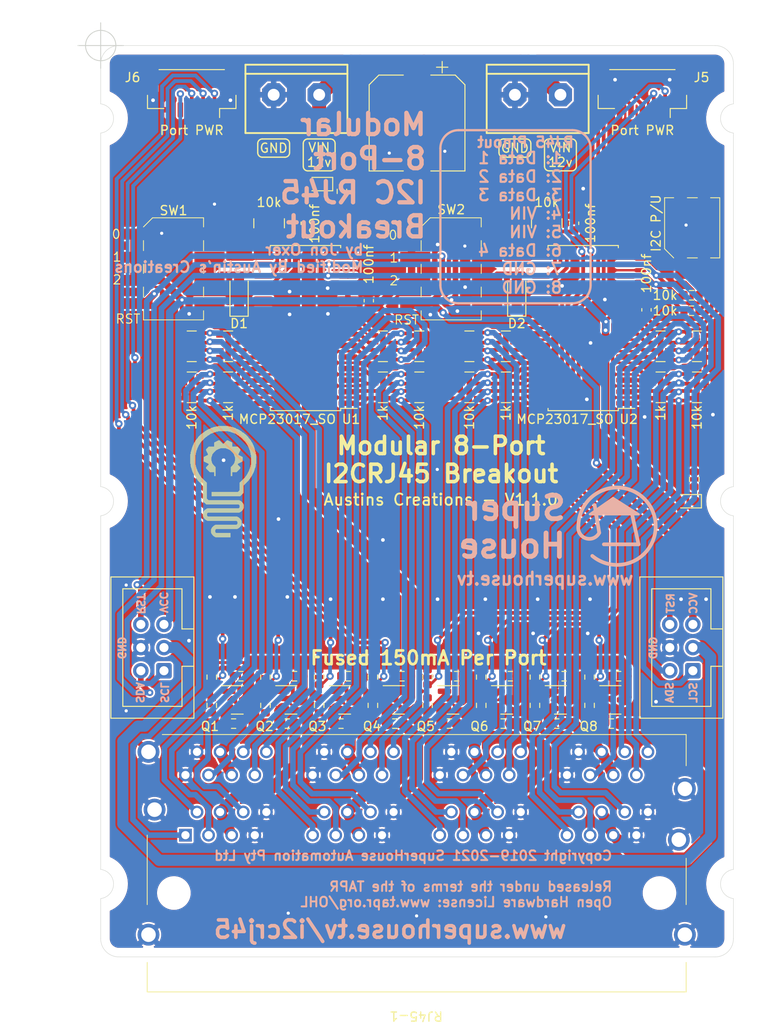
<source format=kicad_pcb>
(kicad_pcb (version 20211014) (generator pcbnew)
  (layers (0 "F.Cu" signal) (31 "B.Cu" signal) (34 "B.Paste" user) (35 "F.Paste" user) (36 "B.SilkS" user "B.Silkscreen") (37 "F.SilkS" user "F.Silkscreen") (38 "B.Mask" user) (39 "F.Mask" user) (44 "Edge.Cuts" user))
  (net 0 "")
  (net 1 "Net-(C1-Pad1)")
  (net 2 "GNDREF")
  (net 3 "Net-(C2-Pad1)")
  (net 4 "VCC")
  (net 5 "VDD")
  (net 6 "Net-(D2-Pad1)")
  (net 7 "SCL")
  (net 8 "Net-(J1-Pad3)")
  (net 9 "SDA")
  (net 10 "RST")
  (net 11 "Net-(RJ45-1-PadA4)")
  (net 12 "Net-(RJ45-1-PadB4)")
  (net 13 "Net-(RJ45-1-PadC4)")
  (net 14 "Net-(RJ45-1-PadD4)")
  (net 15 "Net-(RJ45-1-PadE4)")
  (net 16 "Net-(RJ45-1-PadF4)")
  (net 17 "Net-(RJ45-1-PadG4)")
  (net 18 "Net-(RJ45-1-PadH4)")
  (net 19 "Net-(RN1-Pad7)")
  (net 20 "Net-(RN1-Pad5)")
  (net 21 "Net-(RN1-Pad6)")
  (net 22 "Net-(RN2-Pad7)")
  (net 23 "Net-(RN2-Pad5)")
  (net 24 "Net-(RN2-Pad6)")
  (net 33 "Net-(Q1-Pad1)")
  (net 34 "Net-(Q1-Pad2)")
  (net 35 "Net-(Q2-Pad1)")
  (net 36 "Net-(Q2-Pad2)")
  (net 37 "Net-(Q3-Pad1)")
  (net 38 "Net-(Q3-Pad2)")
  (net 39 "Net-(Q4-Pad1)")
  (net 40 "Net-(Q4-Pad2)")
  (net 41 "Net-(Q5-Pad1)")
  (net 42 "Net-(Q5-Pad2)")
  (net 43 "Net-(Q6-Pad1)")
  (net 44 "Net-(Q6-Pad2)")
  (net 45 "Net-(Q7-Pad1)")
  (net 46 "Net-(Q7-Pad2)")
  (net 47 "Net-(Q8-Pad1)")
  (net 48 "Net-(Q8-Pad2)")
  (net 49 "pw1")
  (net 50 "pw2")
  (net 51 "pw3")
  (net 52 "pw4")
  (net 53 "pw6")
  (net 54 "pw8")
  (net 55 "pw5")
  (net 56 "pw7")
  (net 57 "Net-(D1-Pad1)")
  (net 58 "p2-a")
  (net 59 "p2-b")
  (net 60 "p2-c")
  (net 61 "p2-d")
  (net 62 "p4-a")
  (net 63 "p4-b")
  (net 64 "p4-c")
  (net 65 "p4-d")
  (net 66 "p6-a")
  (net 67 "p6-b")
  (net 68 "p6-c")
  (net 69 "p6-d")
  (net 70 "p8-a")
  (net 71 "p8-b")
  (net 72 "p8-c")
  (net 73 "p8-d")
  (net 74 "p1-a")
  (net 75 "p1-b")
  (net 76 "p1-c")
  (net 77 "p1-d")
  (net 78 "p3-a")
  (net 79 "p3-b")
  (net 80 "p3-c")
  (net 81 "p3-d")
  (net 82 "p5-a")
  (net 83 "p5-b")
  (net 84 "p5-c")
  (net 85 "p5-d")
  (net 86 "p7-a")
  (net 87 "p7-b")
  (net 88 "p7-c")
  (net 89 "p7-d")
  (net 90 "Net-(RN11-Pad7)")
  (net 91 "Net-(RN11-Pad8)")
  (net 92 "Net-(RN11-Pad6)")
  (net 93 "Net-(RN11-Pad5)")
  (net 94 "Net-(RN12-Pad5)")
  (net 95 "Net-(RN12-Pad6)")
  (net 96 "Net-(RN14-Pad7)")
  (net 97 "Net-(RN14-Pad8)")
  (net 98 "Net-(RN14-Pad6)")
  (net 99 "Net-(RN14-Pad5)")
  (net 100 "Net-(RN15-Pad7)")
  (net 101 "Net-(RN15-Pad8)")
  (net 102 "Net-(RN15-Pad6)")
  (net 103 "Net-(RN15-Pad5)")
  (net 104 "Net-(RN17-Pad7)")
  (net 105 "Net-(RN17-Pad8)")
  (net 106 "Net-(RN17-Pad6)")
  (net 107 "Net-(RN17-Pad5)")
  (net 108 "Net-(RN18-Pad7)")
  (net 109 "Net-(RN18-Pad8)")
  (net 110 "Net-(RN18-Pad6)")
  (net 111 "Net-(RN18-Pad5)")
  (net 112 "Net-(RN12-Pad7)")
  (net 113 "Net-(RN12-Pad8)")
  (net 114 "Net-(RN13-Pad5)")
  (net 115 "Net-(RN13-Pad6)")
  (net 116 "Net-(RN13-Pad7)")
  (net 117 "Net-(RN13-Pad8)")
  (net 118 "Net-(RN16-Pad5)")
  (net 119 "Net-(RN16-Pad6)")
  (net 120 "Net-(RN16-Pad7)")
  (net 121 "Net-(RN16-Pad8)")
  (net 122 "Net-(R3-Pad1)")
  (net 123 "Net-(R4-Pad1)")
  (net 124 "Net-(D3-Pad1)")
  (net 125 "Net-(D4-Pad1)")
  (footprint "Resistor_SMD:R_0603_1608Metric" (layer "F.Cu") (at 55.9 89.3 -90)
    (fp_text reference "R13" hide)
    (fp_text value "10k" hide)
  )
  (footprint "Resistor_SMD:R_Array_Convex_4x0603" (layer "F.Cu") (at 64.510006 57.500012)
    (fp_text reference "RN14" hide)
    (fp_text value "1k")
  )
  (footprint "Resistor_SMD:R_Array_Convex_4x0603" (layer "F.Cu") (at 81.5 53 180)
    (fp_text reference "RN17" hide)
    (fp_text value "1k" hide)
  )
  (footprint "Connector_IDC:IDC-Header_2x03_P2.54mm_Vertical" (layer "F.Cu") (at 85.049995 88.600001 180)
    (fp_text reference "J1" hide)
    (fp_text value "Conn_02x03_Odd_Even" hide)
  )
  (footprint "Resistor_SMD:R_0603_1608Metric" (layer "F.Cu") (at 38.1 89.3 -90)
    (fp_text reference "R7" hide)
    (fp_text value "10k" hide)
  )
  (footprint "Austins creations:4P_DIP" (layer "F.Cu") (at 58.5 44.5)
    (fp_text reference "SW2")
    (fp_text value "SW_DIP_x04" hide)
  )
  (footprint "Resistor_SMD:R_0603_1608Metric" (layer "F.Cu") (at 61.8 89.3 -90)
    (fp_text reference "R9" hide)
    (fp_text value "10k" hide)
  )
  (footprint "Resistor_SMD:R_0603_1608Metric" (layer "F.Cu") (at 76.9 89.2 180)
    (fp_text reference "R25" hide)
    (fp_text value "18k" hide)
  )
  (footprint "Package_SO:SOIC-28W_7.5x17.9mm_P1.27mm" (layer "F.Cu") (at 73 51 180)
    (fp_text reference "U2")
    (fp_text value "MCP23017_SO")
  )
  (footprint "LED_SMD:LED_0603_1608Metric" (layer "F.Cu") (at 44 35.2 180)
    (fp_text reference "D3" hide)
    (fp_text value "red/yellow" hide)
  )
  (footprint "Connector_JST:JST_GH_SM05B-GHS-TB_1x05-1MP_P1.25mm_Horizontal" (layer "F.Cu") (at 79.5 25.2 180)
    (fp_text reference "J5")
    (fp_text value "Conn_01x05_MountingPin" hide)
  )
  (footprint "Austins creations:2pinblock" (layer "F.Cu") (at 68 25.4 180)
    (fp_text reference "J4" hide)
    (fp_text value "Screw_Terminal_01x02" hide)
  )
  (footprint "Connector_IDC:IDC-Header_2x03_P2.54mm_Vertical" (layer "F.Cu") (at 26.95001 88.600001 180)
    (fp_text reference "J2" hide)
    (fp_text value "Conn_02x03_Odd_Even" hide)
  )
  (footprint "Resistor_SMD:R_Array_Convex_4x0603" (layer "F.Cu") (at 30 57.5)
    (fp_text reference "RN9" hide)
    (fp_text value "10k")
  )
  (footprint "Resistor_SMD:R_0603_1608Metric" (layer "F.Cu") (at 46.5 36 -90)
    (fp_text reference "R5" hide)
    (fp_text value "10k" hide)
  )
  (footprint "Package_TO_SOT_SMD:SOT-23" (layer "F.Cu") (at 58.7 91.8)
    (fp_text reference "Q5")
    (fp_text value "AO3401A" hide)
  )
  (footprint "Resistor_SMD:R_0603_1608Metric" (layer "F.Cu") (at 64.2 94.4)
    (fp_text reference "TH6" hide)
    (fp_text value "Fuse_PTC" hide)
  )
  (footprint "Resistor_SMD:R_0603_1608Metric" (layer "F.Cu") (at 70.9 89.2 180)
    (fp_text reference "R31" hide)
    (fp_text value "18k" hide)
  )
  (footprint "Capacitor_SMD:C_0603_1608Metric" (layer "F.Cu") (at 41.5 39.5 90)
    (fp_text reference "C1" hide)
    (fp_text value "100nf")
  )
  (footprint "Resistor_SMD:R_0603_1608Metric" (layer "F.Cu") (at 40.5 94.4)
    (fp_text reference "TH2" hide)
    (fp_text value "Fuse_PTC" hide)
  )
  (footprint "Resistor_SMD:R_0603_1608Metric" (layer "F.Cu") (at 59.1 89.2 180)
    (fp_text reference "R29" hide)
    (fp_text value "18k" hide)
  )
  (footprint "Resistor_SMD:R_Array_Convex_4x0603" (layer "F.Cu") (at 38.5 39.5 -90)
    (fp_text reference "RN1" hide)
    (fp_text value "10k")
  )
  (footprint "Resistor_SMD:R_0603_1608Metric" (layer "F.Cu") (at 52.3 94.4)
    (fp_text reference "TH4" hide)
    (fp_text value "Fuse_PTC" hide)
  )
  (footprint "Resistor_SMD:R_0603_1608Metric" (layer "F.Cu") (at 67.7 92.4 90)
    (fp_text reference "R32" hide)
    (fp_text value "10k" hide)
  )
  (footprint "Resistor_SMD:R_0603_1608Metric" (layer "F.Cu") (at 53.1 89.2 180)
    (fp_text reference "R21" hide)
    (fp_text value "18k" hide)
  )
  (footprint "Resistor_SMD:R_0603_1608Metric" (layer "F.Cu") (at 84.9 47.4 180)
    (fp_text reference "R4" hide)
    (fp_text value "10k")
  )
  (footprint "Capacitor_SMD:C_0603_1608Metric" (layer "F.Cu") (at 72 39.5 90)
    (fp_text reference "C2" hide)
    (fp_text value "100nf")
  )
  (footprint "Package_TO_SOT_SMD:SOT-23" (layer "F.Cu") (at 64.6 91.8)
    (fp_text reference "Q6")
    (fp_text value "AO3401A" hide)
  )
  (footprint "Resistor_SMD:R_Array_Convex_4x0603" (layer "F.Cu") (at 85.5 53 180)
    (fp_text reference "RN6" hide)
    (fp_text value "10k" hide)
  )
  (footprint "Resistor_SMD:R_0603_1608Metric" (layer "F.Cu") (at 58.3 94.4 180)
    (fp_text reference "TH5" hide)
    (fp_text value "Fuse_PTC" hide)
  )
  (footprint "Resistor_SMD:R_Array_Convex_4x0603" (layer "F.Cu") (at 30 53)
    (fp_text reference "RN7" hide)
    (fp_text value "10k" hide)
  )
  (footprint "Package_TO_SOT_SMD:SOT-23" (layer "F.Cu") (at 40.9 91.8)
    (fp_text reference "Q2")
    (fp_text value "AO3401A" hide)
  )
  (footprint "Resistor_SMD:R_0603_1608Metric" (layer "F.Cu") (at 61.8 92.4 90)
    (fp_text reference "R24" hide)
    (fp_text value "10k" hide)
  )
  (footprint "Resistor_SMD:R_0603_1608Metric" (layer "F.Cu") (at 32.2 92.4 90)
    (fp_text reference "R2" hide)
    (fp_text value "10k" hide)
  )
  (footprint "Resistor_SMD:R_Array_Convex_4x0603" (layer "F.Cu") (at 34 53)
    (fp_text reference "RN16" hide)
    (fp_text value "1k" hide)
  )
  (footprint "Resistor_SMD:R_0603_1608Metric" (layer "F.Cu") (at 73.7 92.4 90)
    (fp_text reference "R26" hide)
    (fp_text value "10k" hide)
  )
  (footprint "Capacitor_SMD:CP_Elec_10x10" (layer "F.Cu") (at 54.75 28.5 -90)
    (fp_text reference "C5" hide)
    (fp_text value "330uf 50v" hide)
  )
  (footprint "Resistor_SMD:R_Array_Convex_4x0603" (layer "F.Cu") (at 51 53 180)
    (fp_text reference "RN15" hide)
    (fp_text value "1k" hide)
  )
  (footprint "Package_TO_SOT_SMD:SOT-23" (layer "F.Cu") (at 52.7 91.8)
    (fp_text reference "Q4")
    (fp_text value "AO3401A" hide)
  )
  (footprint "Resistor_SMD:R_0603_1608Metric" (layer "F.Cu") (at 49.9 92.4 90)
    (fp_text reference "R22" hide)
    (fp_text value "10k" hide)
  )
  (footprint "Resistor_SMD:R_0603_1608Metric" (layer "F.Cu") (at 84.9 49.1 180)
    (fp_text reference "R3" hide)
    (fp_text value "10k")
  )
  (footprint "LED_SMD:LED_0603_1608Metric" (layer "F.Cu") (at 84.5 70 180)
    (fp_text reference "D4" hide)
    (fp_text value "blue" hide)
  )
  (footprint "Resistor_SMD:R_0603_1608Metric" (layer "F.Cu") (at 34.6 94.4 180)
    (fp_text reference "TH1" hide)
    (fp_text value "Fuse_PTC" hide)
  )
  (footprint "Resistor_SMD:R_0603_1608Metric" (layer "F.Cu") (at 73.7 89.3 -90)
    (fp_text reference "R10" hide)
    (fp_text value "10k" hide)
  )
  (footprint "Resistor_SMD:R_0603_1608Metric" (layer "F.Cu") (at 76.1 94.4)
    (fp_text reference "TH8" hide)
    (fp_text value "Fuse_PTC" hide)
  )
  (footprint "Resistor_SMD:R_Array_Convex_4x0603" (layer "F.Cu") (at 55 53 180)
    (fp_text reference "RN5" hide)
    (fp_text value "10k" hide)
  )
  (footprint "Resistor_SMD:R_0603_1608Metric" (layer "F.Cu") (at 55.9 92.4 90)
    (fp_text reference "R30" hide)
    (fp_text value "10k" hide)
  )
  (footprint "Resistor_SMD:R_0603_1608Metric" (layer "F.Cu") (at 67.7 89.3 -90)
    (fp_text reference "R14" hide)
    (fp_text value "10k" hide)
  )
  (footprint "Resistor_SMD:R_0603_1608Metric" (layer "F.Cu") (at 70.1 94.4 180)
    (fp_text reference "TH7" hide)
    (fp_text value "Fuse_PTC" hide)
  )
  (footprint "Package_SO:SOIC-28W_7.5x17.9mm_P1.27mm" (layer "F.Cu") (at 42.5 51 180)
    (fp_text reference "U1")
    (fp_text value "MCP23017_SO")
  )
  (footprint "Resistor_SMD:R_Array_Convex_4x0603" (layer "F.Cu") (at 69 39.5 -90)
    (fp_text reference "RN2" hide)
    (fp_text value "10k")
  )
  (footprint "Capacitor_SMD:C_0603_1608Metric" (layer "F.Cu") (at 79.95 49 -90)
    (fp_text reference "C4" hide)
    (fp_text value "100nf")
  )
  (footprint "Resistor_SMD:R_0603_1608Metric" (layer "F.Cu") (at 47.2 89.2 180)
    (fp_text reference "R27" hide)
    (fp_text value "18k" hide)
  )
  (footprint "Package_TO_SOT_SMD:SOT-23" (layer "F.Cu") (at 46.8 91.8)
    (fp_text reference "Q3")
    (fp_text value "AO3401A" hide)
  )
  (footprint "Resistor_SMD:R_0603_1608Metric" (layer "F.Cu") (at 44 89.3 -90)
    (fp_text reference "R12" hide)
    (fp_text value "10k" hide)
  )
  (footprint "Resistor_SMD:R_0603_1608Metric" (layer "F.Cu") (at 35.4 89.200011 180)
    (fp_text reference "R1" hide)
    (fp_text value "18k" hide)
  )
  (footprint "Resistor_SMD:R_Array_Convex_4x0603" (layer "F.Cu") (at 60.5 53)
    (fp_text reference "RN8" hide)
    (fp_text value "10k" hide)
  )
  (footprint "Resistor_SMD:R_0603_1608Metric" (layer "F.Cu") (at 46.4 94.4 180)
    (fp_text reference "TH3" hide)
    (fp_text value "Fuse_PTC" hide)
  )
  (footprint "Resistor_SMD:R_Array_Convex_4x0603" (layer "F.Cu") (at 55 57.5 180)
    (fp_text reference "RN3" hide)
    (fp_text value "10k")
  )
  (footprint "Package_TO_SOT_SMD:SOT-23" (layer "F.Cu") (at 35 91.8)
    (fp_text reference "Q1")
    (fp_text value "AO3401A" hide)
  )
  (footprint "Resistor_SMD:R_Array_Convex_4x0603" (layer "F.Cu") (at 51 57.500012 180)
    (fp_text reference "RN11" hide)
    (fp_text value "1k")
  )
  (footprint "Resistor_SMD:R_Array_Convex_4x0603" (layer "F.Cu") (at 85.5 57.5 180)
    (fp_text reference "RN4" hide)
    (fp_text value "10k")
  )
  (footprint "Resistor_SMD:R_0603_1608Metric" (layer "F.Cu") (at 44 92.4 90)
    (fp_text reference "R28" hide)
    (fp_text value "10k" hide)
  )
  (footprint "Resistor_SMD:R_Array_Convex_4x0603" (layer "F.Cu") (at 81.499989 57.500012 180)
    (fp_text reference "RN13" hide)
    (fp_text value "1k")
  )
  (footprint "Resistor_SMD:R_0603_1608Metric" (layer "F.Cu") (at 65 89.2 180)
    (fp_text reference "R23" hide)
    (fp_text value "18k" hide)
  )
  (footprint "Package_TO_SOT_SMD:SOT-23" (layer "F.Cu") (at 70.5 91.8)
    (fp_text reference "Q7")
    (fp_text value "AO3401A" hide)
  )
  (footprint "Resistor_SMD:R_0603_1608Metric" (layer "F.Cu") (at 41.299994 89.199999 180)
    (fp_text reference "R19" hide)
    (fp_text value "18k" hide)
  )
  (footprint "Resistor_SMD:R_0603_1608Metric" (layer "F.Cu") (at 38.1 92.4 90)
    (fp_text reference "R20" hide)
    (fp_text value "10k" hide)
  )
  (footprint "Austins creations:2pinblock" (layer "F.Cu") (at 41.5 25.4 180)
    (fp_text reference "J3" hide)
    (fp_text value "Screw_Terminal_01x02" hide)
  )
  (footprint "Austins creations:2P_DIP" (layer "F.Cu") (at 85 40 90)
    (fp_text reference "SW5" hide)
    (fp_text value "2P_DIP" hide)
  )
  (footprint "Resistor_SMD:R_Array_Convex_4x0603" (layer "F.Cu") (at 64.5 53)
    (fp_text reference "RN18" hide)
    (fp_text value "1k" hide)
  )
  (footprint "Resistor_SMD:R_Array_Convex_4x0603" (layer "F.Cu") (at 60.5 57.5)
    (fp_text reference "RN10" hide)
    (fp_text value "10k")
  )
  (footprint "Resistor_SMD:R_Array_Convex_4x0603" (layer "F.Cu") (at 34.000008 57.500012)
    (fp_text reference "RN12" hide)
    (fp_text value "1k")
  )
  (footprint "Austins creations:R-RJ45R08P-8000" (layer "F.Cu") (at 54.649992 116.199996 180)
    (fp_text reference "RJ45-1")
    (fp_text value "R-RJ45R08P-8000" hide)
  )
  (footprint "Austins creations:4P_DIP" (layer "F.Cu") (at 28 44.5)
    (fp_text reference "SW1")
    (fp_text value "SW_DIP_x04" hide)
  )
  (footprint "logos:Creations logo med" (layer "F.Cu") (at 33.5 65.4)
    (fp_text reference "LOGO1" hide)
    (fp_text value "Creations_logo_med" hide)
  )
  (footprint "Resistor_SMD:R_0603_1608Metric" (layer "F.Cu") (at 85.2 67.6 90)
    (fp_text reference "R6" hide)
    (fp_text value "1k" hide)
  )
  (footprint "Package_TO_SOT_SMD:SOT-23" (layer "F.Cu") (at 76.5 91.8)
    (fp_text reference "Q8")
    (fp_text value "AO3401A" hide)
  )
  (footprint "Resistor_SMD:R_0603_1608Metric" (layer "F.Cu") (at 49.9 89.3 -90)
    (fp_text reference "R8" hide)
    (fp_text value "10k" hide)
  )
  (footprint "Diode_SMD:D_SOD-123F" (layer "F.Cu") (at 35.2 47.5 90)
    (fp_text reference "D1")
    (fp_text value "SM4007" hide)
  )
  (footprint "Resistor_SMD:R_0603_1608Metric" (layer "F.Cu") (at 32.2 89.3 -90)
    (fp_text reference "R11" hide)
    (fp_text value "10k" hide)
  )
  (footprint "Connector_JST:JST_GH_SM05B-GHS-TB_1x05-1MP_P1.25mm_Horizontal" (layer "F.Cu") (at 30 25.2 180)
    (fp_text reference "J6")
    (fp_text value "Conn_01x05_MountingPin" hide)
  )
  (footprint "Capacitor_SMD:C_0603_1608Metric" (layer "F.Cu") (at 49.45 48 -90)
    (fp_text reference "C3" hide)
    (fp_text value "100nf")
  )
  (footprint "Diode_SMD:D_SOD-123F" (layer "F.Cu") (at 65.7 47.5 90)
    (fp_text reference "D2")
    (fp_text value "SM4007" hide)
  )
  (gr_line (start 57.314214 46.285786) (end 57.314214 31.285786) (layer "B.SilkS") (width 0.254))
  (gr_line (start 73.814214 31.285786) (end 73.814214 46.285786) (layer "B.SilkS") (width 0.254))
  (gr_arc (start 73.814214 46.285786) (mid 73.228428 47.7) (end 71.814214 48.285786) (layer "B.SilkS") (width 0.254))
  (gr_arc (start 59.314214 48.285786) (mid 57.9 47.7) (end 57.314214 46.285786) (layer "B.SilkS") (width 0.254))
  (gr_line (start 79.080001 71.428) (end 76.286001 69.65) (layer "B.SilkS") (width 0.254))
  (gr_line (start 78.572001 71.174) (end 78.318001 71.174) (layer "B.SilkS") (width 0.254))
  (gr_line (start 74.508001 71.174) (end 76.286001 69.904) (layer "B.SilkS") (width 0.254))
  (gr_arc (start 71.814214 29.285786) (mid 73.228428 29.871572) (end 73.814214 31.285786) (layer "B.SilkS") (width 0.254))
  (gr_line (start 73.746001 71.428) (end 79.080001 71.428) (layer "B.SilkS") (width 0.254))
  (gr_line (start 75.524001 70.666) (end 76.794001 70.666) (layer "B.SilkS") (width 0.4064))
  (gr_line (start 76.286001 69.65) (end 73.746001 71.428) (layer "B.SilkS") (width 0.254))
  (gr_arc (start 74.761999 73.460002) (mid 73.289661 74.067015) (end 72.476001 72.698) (layer "B.SilkS") (width 0.4064))
  (gr_line (start 76.794001 70.666) (end 76.286001 70.412) (layer "B.SilkS") (width 0.4064))
  (gr_arc (start 57.314214 31.285786) (mid 57.9 29.871572) (end 59.314214 29.285786) (layer "B.SilkS") (width 0.254))
  (gr_line (start 71.814214 48.285786) (end 59.314214 48.285786) (layer "B.SilkS") (width 0.254))
  (gr_line (start 74.762001 73.46) (end 74.254001 70.412) (layer "B.SilkS") (width 0.4064))
  (gr_line (start 77.810001 70.92) (end 76.286001 70.158) (layer "B.SilkS") (width 0.4064))
  (gr_line (start 76.286001 69.904) (end 78.318001 71.174) (layer "B.SilkS") (width 0.254))
  (gr_line (start 79.080001 74.73) (end 78.318001 71.174) (layer "B.SilkS") (width 0.4064))
  (gr_line (start 75.270001 74.73) (end 79.080001 74.73) (layer "B.SilkS") (width 0.4064))
  (gr_line (start 78.318001 71.174) (end 74.508001 71.174) (layer "B.SilkS") (width 0.254))
  (gr_line (start 76.286001 70.158) (end 75.524001 70.666) (layer "B.SilkS") (width 0.4064))
  (gr_line (start 59.314214 29.285786) (end 71.814214 29.285786) (layer "B.SilkS") (width 0.254))
  (gr_line (start 75.016001 70.92) (end 77.810001 70.92) (layer "B.SilkS") (width 0.4064))
  (gr_arc (start 72.476001 72.698) (mid 80.572481 70.963857) (end 74 76) (layer "B.SilkS") (width 0.4064))
  (gr_arc (start 37.75 32.25) (mid 37.396447 32.103553) (end 37.25 31.75) (layer "F.SilkS") (width 0.15))
  (gr_arc (start 72.25 33.25) (mid 72.103553 33.603553) (end 71.75 33.75) (layer "F.SilkS") (width 0.15))
  (gr_arc (start 45.75 33.25) (mid 45.603553 33.603553) (end 45.25 33.75) (layer "F.SilkS") (width 0.15))
  (gr_line (start 69.25 30.25) (end 71.75 30.25) (layer "F.SilkS") (width 0.15))
  (gr_line (start 67.25 30.75) (end 67.25 31.75) (layer "F.SilkS") (width 0.15))
  (gr_line (start 42.25 33.25) (end 42.25 30.75) (layer "F.SilkS") (width 0.15))
  (gr_arc (start 40.25 30.25) (mid 40.603553 30.396447) (end 40.75 30.75) (layer "F.SilkS") (width 0.15))
  (gr_line (start 45.75 30.75) (end 45.75 33.25) (layer "F.SilkS") (width 0.15))
  (gr_arc (start 40.75 31.75) (mid 40.603553 32.103553) (end 40.25 32.25) (layer "F.SilkS") (width 0.15))
  (gr_arc (start 68.75 30.75) (mid 68.896447 30.396447) (end 69.25 30.25) (layer "F.SilkS") (width 0.15))
  (gr_arc (start 66.75 30.25) (mid 67.103553 30.396447) (end 67.25 30.75) (layer "F.SilkS") (width 0.15))
  (gr_arc (start 69.25 33.75) (mid 68.896447 33.603553) (end 68.75 33.25) (layer "F.SilkS") (width 0.15))
  (gr_arc (start 67.25 31.75) (mid 67.103553 32.103553) (end 66.75 32.25) (layer "F.SilkS") (width 0.15))
  (gr_line (start 71.75 33.75) (end 69.25 33.75) (layer "F.SilkS") (width 0.15))
  (gr_line (start 40.25 32.25) (end 37.75 32.25) (layer "F.SilkS") (width 0.15))
  (gr_line (start 66.75 32.25) (end 64.25 32.25) (layer "F.SilkS") (width 0.15))
  (gr_line (start 42.75 30.25) (end 45.25 30.25) (layer "F.SilkS") (width 0.15))
  (gr_line (start 40.75 30.75) (end 40.75 31.75) (layer "F.SilkS") (width 0.15))
  (gr_arc (start 71.75 30.25) (mid 72.103553 30.396447) (end 72.25 30.75) (layer "F.SilkS") (width 0.15))
  (gr_arc (start 42.75 33.75) (mid 42.396447 33.603553) (end 42.25 33.25) (layer "F.SilkS") (width 0.15))
  (gr_arc (start 37.25 30.75) (mid 37.396447 30.396447) (end 37.75 30.25) (layer "F.SilkS") (width 0.15))
  (gr_arc (start 64.25 32.25) (mid 63.896447 32.103553) (end 63.75 31.75) (layer "F.SilkS") (width 0.15))
  (gr_line (start 63.75 30.75) (end 63.75 31.75) (layer "F.SilkS") (width 0.15))
  (gr_line (start 72.25 30.75) (end 72.25 33.25) (layer "F.SilkS") (width 0.15))
  (gr_line (start 68.75 33.25) (end 68.75 30.75) (layer "F.SilkS") (width 0.15))
  (gr_line (start 66.75 30.25) (end 64.25 30.25) (layer "F.SilkS") (width 0.15))
  (gr_line (start 40.25 30.25) (end 37.75 30.25) (layer "F.SilkS") (width 0.15))
  (gr_line (start 37.25 30.75) (end 37.25 31.75) (layer "F.SilkS") (width 0.15))
  (gr_arc (start 42.25 30.75) (mid 42.396447 30.396447) (end 42.75 30.25) (layer "F.SilkS") (width 0.15))
  (gr_line (start 45.25 33.75) (end 42.75 33.75) (layer "F.SilkS") (width 0.15))
  (gr_arc (start 63.75 30.75) (mid 63.896447 30.396447) (end 64.25 30.25) (layer "F.SilkS") (width 0.15))
  (gr_arc (start 45.25 30.25) (mid 45.603553 30.396447) (end 45.75 30.75) (layer "F.SilkS") (width 0.15))
  (gr_arc (start 20 110.4) (mid 21.41183 112) (end 20 113.6) (layer "Edge.Cuts") (width 0.05))
  (gr_arc (start 89.5 29.6) (mid 88.08817 28) (end 89.5 26.4) (layer "Edge.Cuts") (width 0.05))
  (gr_line (start 89.5 22) (end 89.5 26.4) (layer "Edge.Cuts") (width 0.05))
  (gr_line (start 87.5 120) (end 22 120) (layer "Edge.Cuts") (width 0.05))
  (gr_line (start 89.5 71.6) (end 89.5 110.4) (layer "Edge.Cuts") (width 0.05))
  (gr_line (start 20 22) (end 20 26.4) (layer "Edge.Cuts") (width 0.05))
  (gr_line (start 89.5 113.6) (end 89.5 118) (layer "Edge.Cuts") (width 0.05))
  (gr_line (start 20 118) (end 20 113.6) (layer "Edge.Cuts") (width 0.05))
  (gr_line (start 89.5 68.4) (end 89.5 29.6) (layer "Edge.Cuts") (width 0.05))
  (gr_arc (start 20 68.4) (mid 21.41183 70) (end 20 71.6) (layer "Edge.Cuts") (width 0.05))
  (gr_arc (start 89.5 113.6) (mid 88.08817 112) (end 89.5 110.4) (layer "Edge.Cuts") (width 0.05))
  (gr_arc (start 89.5 71.6) (mid 88.08817 70) (end 89.5 68.4) (layer "Edge.Cuts") (width 0.05))
  (gr_line (start 22 20) (end 87.5 20) (layer "Edge.Cuts") (width 0.05))
  (gr_arc (start 87.5 20) (mid 88.914214 20.585786) (end 89.5 22) (layer "Edge.Cuts") (width 0.05))
  (gr_arc (start 89.5 118) (mid 88.914214 119.414214) (end 87.5 120) (layer "Edge.Cuts") (width 0.05))
  (gr_line (start 20 29.6) (end 20 68.4) (layer "Edge.Cuts") (width 0.05))
  (gr_arc (start 20 26.4) (mid 21.41183 28) (end 20 29.6) (layer "Edge.Cuts") (width 0.05))
  (gr_line (start 20 71.6) (end 20 110.4) (layer "Edge.Cuts") (width 0.05))
  (gr_arc (start 20 22) (mid 20.585786 20.585786) (end 22 20) (layer "Edge.Cuts") (width 0.05))
  (gr_arc (start 22 120) (mid 20.585786 119.414214) (end 20 118) (layer "Edge.Cuts") (width 0.05))
  (gr_text "Copyright 2019-2021 SuperHouse Automation Pty Ltd\n\nReleased under the terms of the TAPR\nOpen Hardware License: www.tapr.org/OHL" (at 76.3 114.6) (layer "B.SilkS") (effects (font (size 1.0541 1.0541) (thickness 0.2159)) (justify left bottom mirror)))
  (gr_text "Modular\n8-Port\nI2C RJ45\nBreakout" (at 56 41.25) (layer "B.SilkS") (effects (font (size 2.324 2.324) (thickness 0.476)) (justify left bottom mirror)))
  (gr_text "VCC" (at 26.9 81.1 270) (layer "B.SilkS") (effects (font (size 0.8 0.8) (thickness 0.2)) (justify mirror)))
  (gr_text "RST" (at 24.4 81.3 270) (layer "B.SilkS") (effects (font (size 0.8 0.8) (thickness 0.2)) (justify mirror)))
  (gr_text "RST" (at 82.6 81.2 90) (layer "B.SilkS") (effects (font (size 0.8 0.8) (thickness 0.2)) (justify mirror)))
  (gr_text "1: Data 1\n2: Data 2\n3: Data 3\n4: VIN\n5: VIN\n6: Data 4\n7: GND\n8: GND" (at 70.814214 47.285786) (layer "B.SilkS") (effects (font (size 1.26 1.26) (thickness 0.24)) (justify left bottom mirror)))
  (gr_text "GND" (at 22.3 86.1 270) (layer "B.SilkS") (effects (font (size 0.8 0.8) (thickness 0.2)) (justify mirror)))
  (gr_text "SDA" (at 24.3 91 -90) (layer "B.SilkS") (effects (font (size 0.8 0.8) (thickness 0.2)) (justify mirror)))
  (gr_text "RJ45 Pinout" (at 72.114214 31.285786) (layer "B.SilkS") (effects (font (size 1.148 1.148) (thickness 0.252)) (justify left bottom mirror)))
  (gr_text "by Jon Oxer\nModified By Austin's Creations" (at 49 45) (layer "B.SilkS") (effects (font (size 1.180592 1.180592) (thickness 0.241808)) (justify left bottom mirror)))
  (gr_text "www.superhouse.tv" (at 68.802001 79.322) (layer "B.SilkS") (effects (font (size 1.391412 1.391412) (thickness 0.284988)) (justify bottom mirror)))
  (gr_text "SCL" (at 27 91 270) (layer "B.SilkS") (effects (font (size 0.8 0.8) (thickness 0.2)) (justify mirror)))
  (gr_text "SCL" (at 85.1 91 90) (layer "B.SilkS") (effects (font (size 0.8 0.8) (thickness 0.2)) (justify mirror)))
  (gr_text "Super\nHouse" (at 71.347001 72.822) (layer "B.SilkS") (effects (font (size 2.573 2.573) (thickness 0.527)) (justify left mirror)))
  (gr_text "SDA" (at 82.5 91 90) (layer "B.SilkS") (effects (font (size 0.8 0.8) (thickness 0.2)) (justify mirror)))
  (gr_text "GND" (at 80.7 86.1 90) (layer "B.SilkS") (effects (font (size 0.8 0.8) (thickness 0.2)) (justify mirror)))
  (gr_text "VCC" (at 85.1 81.2 90) (layer "B.SilkS") (effects (font (size 0.8 0.8) (thickness 0.2)) (justify mirror)))
  (gr_text "www.superhouse.tv/i2crj45" (at 51.8 118.1) (layer "B.SilkS") (effects (font (size 1.909 1.909) (thickness 0.391)) (justify bottom mirror)))
  (gr_text "RST" (at 23 50) (layer "F.SilkS") (effects (font (size 1 1) (thickness 0.125))))
  (gr_text "Port PWR" (at 30 29.3) (layer "F.SilkS") (effects (font (size 1 1))))
  (gr_text "2" (at 52.2 45.8) (layer "F.SilkS") (effects (font (size 1 1) (thickness 0.125))))
  (gr_text "1" (at 21.8 43.2) (layer "F.SilkS") (effects (font (size 1 1) (thickness 0.125))))
  (gr_text "Fused 150mA Per Port" (at 55.99999 87.2) (layer "F.SilkS") (effects (font (size 1.5 1.5) (thickness 0.3))))
  (gr_text "GND" (at 65.5 31.25) (layer "F.SilkS") (effects (font (size 1 1))))
  (gr_text "I2C P/U" (at 81 39.5 90) (layer "F.SilkS") (effects (font (size 1 1))))
  (gr_text "VIN\n12v" (at 70.5 32) (layer "F.SilkS") (effects (font (size 1 1))))
  (gr_text "Modular 8-Port\nI2CRJ45 Breakout" (at 57.4 68.1) (layer "F.SilkS") (effects (font (size 1.909 1.909) (thickness 0.391)) (justify bottom)))
  (gr_text "VIN\n12v" (at 44 32) (layer "F.SilkS") (effects (font (size 1 1))))
  (gr_text "0" (at 52.1 40.8) (layer "F.SilkS") (effects (font (size 1 1) (thickness 0.125))))
  (gr_text "Austins Creations - V1.1.0" (at 57.36 69.83) (layer "F.SilkS") (effects (font (size 1.25 1.25) (thickness 0.2))))
  (gr_text "Port PWR" (at 79.5 29.3) (layer "F.SilkS") (effects (font (size 1 1))))
  (gr_text "2" (at 21.8 45.7) (layer "F.SilkS") (effects (font (size 1 1) (thickness 0.125))))
  (gr_text "1" (at 52.2 43.3) (layer "F.SilkS") (effects (font (size 1 1) (thickness 0.125))))
  (gr_text "GND" (at 39 31.25) (layer "F.SilkS") (effects (font (size 1 1))))
  (gr_text "RST" (at 53.6 50.1) (layer "F.SilkS") (effects (font (size 1 1) (thickness 0.125))))
  (gr_text "0" (at 21.7 40.7) (layer "F.SilkS") (effects (font (size 1 1) (thickness 0.125))))
  (target plus (at 20 20) (size 5) (width 0.1) (layer "Edge.Cuts"))
  (segment (start 39.825 40.225) (end 39.7 40.35) (width 0.4064) (layer "F.Cu") (net 1))
  (segment (start 41.5 40.225) (end 39.825 40.225) (width 0.4064) (layer "F.Cu") (net 1))
  (segment (start 39.7 40.35) (end 40.71184 41.36184) (width 0.4064) (layer "F.Cu") (net 1))
  (segment (start 38.445 46.555) (end 37.8 46.555) (width 0.4064) (layer "F.Cu") (net 1))
  (segment (start 37.8 46.555) (end 35.405 46.555) (width 0.4064) (layer "F.Cu") (net 1))
  (segment (start 35.405 46.555) (end 34.95 46.1) (width 0.4064) (layer "F.Cu") (net 1))
  (segment (start 40.71184 41.36184) (end 40.71184 44.28816) (width 0.4064) (layer "F.Cu") (net 1))
  (segment (start 40.71184 44.28816) (end 38.445 46.555) (width 0.4064) (layer "F.Cu") (net 1))
  (segment (start 49.45 47.225) (end 48.85 47.825) (width 0.4064) (layer "F.Cu") (net 2))
  (segment (start 77.6 47.825) (end 79.85 47.825) (width 0.4064) (layer "F.Cu") (net 2))
  (segment (start 48.85 47.825) (end 47.1 47.825) (width 0.4064) (layer "F.Cu") (net 2))
  (via (at 34.75 80.5) (size 0.8) (drill 0.4) (layers "F.Cu" "B.Cu") (net 2))
  (via (at 32 80.5) (size 0.8) (drill 0.4) (layers "F.Cu" "B.Cu") (net 2))
  (via (at 81 92) (size 0.8) (drill 0.4) (layers "F.Cu" "B.Cu") (net 2))
  (via (at 79.75 60.75) (size 0.8) (drill 0.4) (layers "F.Cu" "B.Cu") (net 2))
  (via (at 60 42) (size 0.7564) (drill 0.35) (layers "F.Cu" "B.Cu") (net 2))
  (via (at 84.3 39.7) (size 0.7564) (drill 0.35) (layers "F.Cu" "B.Cu") (net 2))
  (via (at 62.25 80.75) (size 0.8) (drill 0.4) (layers "F.Cu" "B.Cu") (net 2))
  (via (at 40.5 80.5) (size 0.8) (drill 0.4) (layers "F.Cu" "B.Cu") (net 2))
  (via (at 44.93 46.62) (size 0.8) (drill 0.4) (layers "F.Cu" "B.Cu") (net 2))
  (via (at 76.5 23.75) (size 0.8) (drill 0.4) (layers "F.Cu" "B.Cu") (net 2))
  (via (at 86.5 80.75) (size 0.8) (drill 0.4) (layers "F.Cu" "B.Cu") (net 2))
  (via (at 56.21 49.53) (size 0.8) (drill 0.4) (layers "F.Cu" "B.Cu") (net 2))
  (via (at 73.75 80.75) (size 0.8) (drill 0.4) (layers "F.Cu" "B.Cu") (net 2))
  (via (at 51.7 31.8) (size 0.7564) (drill 0.35) (layers "F.Cu" "B.Cu") (net 2))
  (via (at 25.75 26) (size 0.8) (drill 0.4) (layers "F.Cu" "B.Cu") (net 2))
  (via (at 40.75 49.5) (size 0.8) (drill 0.4) (layers "F.Cu" "B.Cu") (net 2))
  (via (at 39.53 71.96) (size 0.8) (drill 0.4) (layers "F.Cu" "B.Cu") (net 2))
  (via (at 83.75 80.75) (size 0.8) (drill 0.4) (layers "F.Cu" "B.Cu") (net 2))
  (via (at 29.72 49.44) (size 0.8) (drill 0.4) (layers "F.Cu" "B.Cu") (net 2))
  (via (at 44.96 49.44) (size 0.8) (drill 0.4) (layers "F.Cu" "B.Cu") (net 2))
  (via (at 34.25 26) (size 0.8) (drill 0.4) (layers "F.Cu" "B.Cu") (net 2))
  (via (at 40.6 115.2) (size 0.7564) (drill 0.35) (layers "F.Cu" "B.Cu") (net 2))
  (via (at 87.25 60.5) (size 0.8) (drill 0.4) (layers "F.Cu" "B.Cu") (net 2))
  (via (at 51 80.75) (size 0.8) (drill 0.4) (layers "F.Cu" "B.Cu") (net 2))
  (via (at 45.25 80.75) (size 0.8) (drill 0.4) (layers "F.Cu" "B.Cu") (net 2))
  (via (at 67.5 84.5) (size 0.8) (drill 0.4) (layers "F.Cu" "B.Cu") (net 2))
  (via (at 40.75 47) (size 0.8) (drill 0.4) (layers "F.Cu" "B.Cu") (net 2))
  (via (at 57.8 31.6) (size 0.7564) (drill 0.35) (layers "F.Cu" "B.Cu") (net 2))
  (via (at 61.5 84.5) (size 0.8) (drill 0.4) (layers "F.Cu" "B.Cu") (net 2))
  (via (at 26.7 40.6) (size 0.7564) (drill 0.35) (layers "F.Cu" "B.Cu") (net 2))
  (via (at 60.03 46.51) (size 0.8) (drill 0.4) (layers "F.Cu" "B.Cu") (net 2))
  (via (at 33.5 65.5) (size 0.8) (drill 0.4) (layers "F.Cu" "B.Cu") (net 2))
  (via (at 68.9 115.6) (size 0.7564) (drill 0.35) (layers "F.Cu" "B.Cu") (net 2))
  (via (at 73 35.7) (size 0.8) (drill 0.4) (layers "F.Cu" "B.Cu") (net 2))
  (via (at 57 80.75) (size 0.8) (drill 0.4) (layers "F.Cu" "B.Cu") (net 2))
  (via (at 73.5 84.5) (size 0.8) (drill 0.4) (layers "F.Cu" "B.Cu") (net 2))
  (via (at 70.68 46.37) (size 0.8) (drill 0.4) (layers "F.Cu" "B.Cu") (net 2))
  (via (at 22.8 79.2) (size 0.7564) (drill 0.35) (layers "F.Cu" "B.Cu") (net 2))
  (via (at 68 80.75) (size 0.8) (drill 0.4) (layers "F.Cu" "B.Cu") (net 2))
  (via (at 22.8 93) (size 0.7564) (drill 0.35) (layers "F.Cu" "B.Cu") (net 2))
  (via (at 73.4 58.82) (size 0.8) (drill 0.4) (layers "F.Cu" "B.Cu") (net 2))
  (via (at 57.01 41.83) (size 0.8) (drill 0.4) (layers "F.Cu" "B.Cu") (net 2))
  (via (at 32.5 37.4) (size 0.7564) (drill 0.35) (layers "F.Cu" "B.Cu") (net 2))
  (via (at 82.5 23.75) (size 0.8) (drill 0.4) (layers "F.Cu" "B.Cu") (net 2))
  (via (at 75.38 47.87) (size 0.8) (drill 0.4) (layers "F.Cu" "B.Cu") (net 2))
  (via (at 51 74.25) (size 0.8) (drill 0.4) (layers "F.Cu" "B.Cu") (net 2))
  (via (at 59.18 49.14) (size 0.8) (drill 0.4) (layers "F.Cu" "B.Cu") (net 2))
  (via (at 29.7 85.3) (size 0.8) (drill 0.4) (layers "F.Cu" "B.Cu") (net 2))
  (via (at 73.81 52.63) (size 0.8) (drill 0.4) (layers "F.Cu" "B.Cu") (net 2))
  (via (at 56.97 66.51) (size 0.7564) (drill 0.35) (layers "F.Cu" "B.Cu") (net 2))
  (via (at 54.7 115.5) (size 0.7564) (drill 0.35) (layers "F.Cu" "B.Cu") (net 2))
  (segment (start 70.2 40.4) (end 71.2 41.4) (width 0.4064) (layer "F.Cu") (net 3))
  (segment (start 71.2 41.4) (end 71.2 44.4) (width 0.4064) (layer "F.Cu") (net 3))
  (segment (start 65.905 46.555) (end 65.45 46.1) (width 0.4064) (layer "F.Cu") (net 3))
  (segment (start 70.2 40.4) (end 71.875 40.4) (width 0.4064) (layer "F.Cu") (net 3))
  (segment (start 71.875 40.4) (end 72 40.275) (width 0.4064) (layer "F.Cu") (net 3))
  (segment (start 71.2 44.4) (end 69.045 46.555) (width 0.4064) (layer "F.Cu") (net 3))
  (segment (start 69.045 46.555) (end 68.3 46.555) (width 0.4064) (layer "F.Cu") (net 3))
  (segment (start 68.3 46.555) (end 65.905 46.555) (width 0.4064) (layer "F.Cu") (net 3))
  (segment (start 75.46 51.24) (end 75.46 50.34) (width 0.8128) (layer "F.Cu") (net 4))
  (segment (start 75.5 50.3) (end 75.5 50.204168) (width 0.4064) (layer "F.Cu") (net 4))
  (segment (start 54.55 45.77) (end 54.15 45.37) (width 0.8128) (layer "F.Cu") (net 4))
  (segment (start 86.4 57.1) (end 86.4 57.9) (width 0.4064) (layer "F.Cu") (net 4))
  (segment (start 50.59 48.41) (end 53.23 45.77) (width 0.8128) (layer "F.Cu") (net 4))
  (segment (start 55.9 58.7) (end 59.6 58.7) (width 0.4064) (layer "F.Cu") (net 4))
  (segment (start 29.1 56.3) (end 29.1 57.1) (width 0.4064) (layer "F.Cu") (net 4))
  (segment (start 70.2 38.6) (end 70.2 39.07) (width 0.4064) (layer "F.Cu") (net 4))
  (segment (start 75.46 50.34) (end 75.5 50.3) (width 0.8128) (layer "F.Cu") (net 4))
  (segment (start 79.95 49.775) (end 79.95 49.85) (width 0.4064) (layer "F.Cu") (net 4))
  (segment (start 59.6 57.1) (end 59.6 57.9) (width 0.4064) (layer "F.Cu") (net 4))
  (segment (start 52.3 50.2) (end 54.6 50.2) (width 0.4064) (layer "F.Cu") (net 4))
  (segment (start 85.219089 50.619089) (end 86.150911 50.619089) (width 0.4064) (layer "F.Cu") (net 4))
  (segment (start 55.9 57.1) (end 55.9 57.9) (width 0.4064) (layer "F.Cu") (net 4))
  (segment (start 28.91 47.91) (end 26.77 45.77) (width 0.8128) (layer "F.Cu") (net 4))
  (segment (start 80.719089 50.619089) (end 85.219089 50.619089) (width 0.4064) (layer "F.Cu") (net 4))
  (segment (start 58.97 47.48) (end 58.54 47.91) (width 0.6096) (layer "F.Cu") (net 4))
  (segment (start 50.59 48.775) (end 50.59 48.41) (width 0.8128) (layer "F.Cu") (net 4))
  (segment (start 76.609168 49.095) (end 77.6 49.095) (width 0.4064) (layer "F.Cu") (net 4))
  (segment (start 85.05 83.52) (end 85.05 72.25) (width 0.8128) (layer "F.Cu") (net 4))
  (segment (start 53.23 45.77) (end 54.21 45.77) (width 0.8128) (layer "F.Cu") (net 4))
  (segment (start 55.9 57.9) (end 55.9 58.7) (width 0.4064) (layer "F.Cu") (net 4))
  (segment (start 24.87 39.47) (end 23.65 40.69) (width 0.4064) (layer "F.Cu") (net 4))
  (segment (start 49.45 48.775) (end 50.59 48.775) (width 0.8128) (layer "F.Cu") (net 4))
  (segment (start 55.9 51.8) (end 55.9 52.6) (width 0.4064) (layer "F.Cu") (net 4))
  (segment (start 86.4 57.9) (end 86.4 58.7) (width 0.4064) (layer "F.Cu") (net 4))
  (segment (start 59.6 52.6) (end 59.6 51.8) (width 0.4064) (layer "F.Cu") (net 4))
  (segment (start 54.6 50.2) (end 55.9 51.5) (width 0.4064) (layer "F.Cu") (net 4))
  (segment (start 59.6 54.2) (end 59.6 56.3) (width 0.4064) (layer "F.Cu") (net 4))
  (segment (start 29.1 54.2) (end 29.1 56.3) (width 0.4064) (layer "F.Cu") (net 4))
  (segment (start 70.2 39.07) (end 69.77 39.5) (width 0.4064) (layer "F.Cu") (net 4))
  (segment (start 39.7 38.5) (end 39.7 39.01) (width 0.4064) (layer "F.Cu") (net 4))
  (segment (start 23.65 43.23) (end 23.65 40.69) (width 0.8128) (layer "F.Cu") (net 4))
  (segment (start 86.4 56.3) (end 86.4 57.1) (width 0.4064) (layer "F.Cu") (net 4))
  (segment (start 57.82 40.69) (end 58.97 41.84) (width 0.6096) (layer "F.Cu") (net 4))
  (segment (start 86.4 54.2) (end 86.4 56.3) (width 0.4064) (layer "F.Cu") (net 4))
  (segment (start 87.71 37.49) (end 86.27 36.05) (width 0.4064) (layer "F.Cu") (net 4))
  (segment (start 55.9 56.3) (end 59.6 56.3) (width 0.4064) (layer "F.Cu") (net 4))
  (segment (start 83.7125 70.9125) (end 83.7125 70) (width 0.8128) (layer "F.Cu") (net 4))
  (segment (start 86.4 52.6) (end 86.4 53.4) (width 0.4064) (layer "F.Cu") (net 4))
  (segment (start 23.68 45.8) (end 23.65 45.77) (width 0.8128) (layer "F.Cu") (net 4))
  (segment (start 59.6 53.4) (end 59.6 52.6) (width 0.4064) (layer "F.Cu") (net 4))
  (segment (start 29.1 57.1) (end 29.1 57.9) (width 0.4064) (layer "F.Cu") (net 4))
  (segment (start 26.77 45.77) (end 24 45.77) (width 0.8128) (layer "F.Cu") (net 4))
  (segment (start 39.7 39.01) (end 39.24 39.47) (width 0.4064) (layer "F.Cu") (net 4))
  (segment (start 59.6 56.3) (end 59.6 57.1) (width 0.4064) (layer "F.Cu") (net 4))
  (segment (start 28.9 51.6) (end 29.1 51.8) (width 0.4064) (layer "F.Cu") (net 4))
  (segment (start 29.1 57.9) (end 29.1 58.7) (width 0.4064) (layer "F.Cu") (net 4))
  (segment (start 87.71 49.06) (end 87.71 37.49) (width 0.4064) (layer "F.Cu") (net 4))
  (segment (start 28.93 47.91) (end 28.91 47.91) (width 0.8128) (layer "F.Cu") (net 4))
  (segment (start 49.45 48.775) (end 50.175 48.775) (width 0.6096) (layer "F.Cu") (net 4))
  (segment (start 58.97 41.84) (end 58.97 47.48) (width 0.6096) (layer "F.Cu") (net 4))
  (segment (start 79.77 49.095) (end 79.95 49.275) (width 0.4064) (layer "F.Cu") (net 4))
  (segment (start 55.9 52.6) (end 55.9 53.4) (width 0.4064) (layer "F.Cu") (net 4))
  (segment (start 55.9 51.5) (end 55.9 51.8) (width 0.4064) (layer "F.Cu") (net 4))
  (segment (start 75.46 61.76) (end 75.46 51.24) (width 0.8128) (layer "F.Cu") (net 4))
  (segment (start 86.4 51.8) (end 86.4 52.6) (width 0.4064) (layer "F.Cu") (net 4))
  (segment (start 28.9 47.94) (end 28.9 51.6) (width 0.4064) (layer "F.Cu") (net 4))
  (segment (start 83.73 36.05) (end 86.27 36.05) (width 0.4064) (layer "F.Cu") (net 4))
  (segment (start 50.875 48.775) (end 52.3 50.2) (width 0.4064) (layer "F.Cu") (net 4))
  (segment (start 59.6 57.9) (end 59.6 58.7) (width 0.4064) (layer "F.Cu") (net 4))
  (segment (start 47.1 49.095) (end 49.13 49.095) (width 0.4064) (layer "F.Cu") (net 4))
  (segment (start 39.24 39.47) (end 24.87 39.47) (width 0.4064) (layer "F.Cu") (net 4))
  (segment (start 55.9 53.4) (end 55.9 54.2) (width 0.4064) (layer "F.Cu") (net 4))
  (segment (start 29.1 51.8) (end 29.1 52.6) (width 0.4064) (layer "F.Cu") (net 4))
  (segment (start 86.150911 50.619089) (end 87.71 49.06) (width 0.4064) (layer "F.Cu") (net 4))
  (segment (start 23.65 45.77) (end 23.65 43.23) (width 0.8128) (layer "F.Cu") (net 4))
  (segment (start 55.9 54.2) (end 59.6 54.2) (width 0.4064) (layer "F.Cu") (net 4))
  (segment (start 83.7 70) (end 75.46 61.76) (width 0.8128) (layer "F.Cu") (net 4))
  (segment (start 28.93 47.91) (end 28.9 47.94) (width 0.4064) (layer "F.Cu") (net 4))
  (segment (start 75.5 50.204168) (end 76.609168 49.095) (width 0.4064) (layer "F.Cu") (net 4))
  (segment (start 54.55 40.69) (end 57.82 40.69) (width 0.6096) (layer "F.Cu") (net 4))
  (segment (start 55.9 54.2) (end 55.9 56.3) (width 0.4064) (layer "F.Cu") (net 4))
  (segment (start 55.9 51.8) (end 59.6 51.8) (width 0.4064) (layer "F.Cu") (net 4))
  (segment (start 77.6 49.095) (end 79.77 49.095) (width 0.4064) (layer "F.Cu") (net 4))
  (segment (start 50.59 48.775) (end 50.875 48.775) (width 0.4064) (layer "F.Cu") (net 4))
  (segment (start 55.34 39.5) (end 54.15 40.69) (width 0.4064) (layer "F.Cu") (net 4))
  (segment (start 59.6 54.2) (end 59.6 53.4) (width 0.4064) (layer "F.Cu") (net 4))
  (segment (start 69.77 39.5) (end 55.34 39.5) (width 0.4064) (layer "F.Cu") (net 4))
  (segment (start 85.219089 50.619089) (end 86.4 51.8) (width 0.4064) (layer "F.Cu") (net 4))
  (segment (start 79.95 49.85) (end 80.719089 50.619089) (width 0.4064) (layer "F.Cu") (net 4))
  (segment (start 83.7125 70) (end 83.7 70) (width 0.8128) (layer "F.Cu") (net 4))
  (segment (start 54.15 45.37) (end 54.15 40.69) (width 0.8128) (layer "F.Cu") (net 4))
  (segment (start 49.13 49.095) (end 49.45 48.775) (width 0.4064) (layer "F.Cu") (net 4))
  (segment (start 55.9 56.3) (end 55.9 57.1) (width 0.4064) (layer "F.Cu") (net 4))
  (segment (start 85.05 72.25) (end 83.7125 70.9125) (width 0.8128) (layer "F.Cu") (net 4))
  (segment (start 29.1 52.6) (end 29.1 53.4) (width 0.4064) (layer "F.Cu") (net 4))
  (segment (start 86.4 53.4) (end 86.4 54.2) (width 0.4064) (layer "F.Cu") (net 4))
  (segment (start 29.1 53.4) (end 29.1 54.2) (width 0.4064) (layer "F.Cu") (net 4))
  (via (at 75.46 51.24) (size 0.8) (drill 0.4) (layers "F.Cu" "B.Cu") (net 4))
  (via (at 28.93 47.91) (size 0.7564) (drill 0.35) (layers "F.Cu" "B.Cu") (net 4))
  (via (at 75.5 50.3) (size 0.7564) (drill 0.35) (layers "F.Cu" "B.Cu") (net 4))
  (via (at 58.54 47.91) (size 0.8) (drill 0.4) (layers "F.Cu" "B.Cu") (net 4))
  (segment (start 75.46 51.24) (end 75.5 51.2) (width 0.8128) (layer "B.Cu") (net 4))
  (segment (start 75.5 51.2) (end 75.5 50.3) (width 0.8128) (layer "B.Cu") (net 4))
  (segment (start 73.11 47.91) (end 58.54 47.91) (width 0.8128) (layer "B.Cu") (net 4))
  (segment (start 29.025911 48.005911) (end 58.444089 48.005911) (width 0.8128) (layer "B.Cu") (net 4))
  (segment (start 75.5 50.3) (end 73.11 47.91) (width 0.8128) (layer "B.Cu") (net 4))
  (segment (start 26.95001 83.520001) (end 27.58072 82.889291) (width 0.8128) (layer "B.Cu") (net 4))
  (segment (start 27.58072 82.889291) (end 27.58072 49.25928) (width 0.8128) (layer "B.Cu") (net 4))
  (segment (start 27.58072 49.25928) (end 28.93 47.91) (width 0.8128) (layer "B.Cu") (net 4))
  (segment (start 58.444089 48.005911) (end 58.54 47.91) (width 0.8128) (layer "B.Cu") (net 4))
  (segment (start 28.93 47.91) (end 29.025911 48.005911) (width 0.8128) (layer "B.Cu") (net 4))
  (segment (start 67.7 87.700022) (end 67.699989 87.700011) (width 0.3048) (layer "F.Cu") (net 5))
  (segment (start 44 88.475) (end 44 88.4) (width 0.3048) (layer "F.Cu") (net 5))
  (segment (start 48.025 91.5125) (end 47.7375 91.8) (width 1.2192) (layer "F.Cu") (net 5))
  (segment (start 42.124994 89.199999) (end 42.124994 87.924994) (width 1.2192) (layer "F.Cu") (net 5))
  (segment (start 48.025 89.2) (end 48.025 87.875) (width 1.2192) (layer "F.Cu") (net 5))
  (segment (start 67 21.9) (end 70.5 25.4) (width 1.778) (layer "F.Cu") (net 5))
  (segment (start 59.925 89.2) (end 59.925 91.5125) (width 1.2192) (layer "F.Cu") (net 5))
  (segment (start 65.825 87.775) (end 65.899989 87.700011) (width 1.2192) (layer "F.Cu") (net 5))
  (segment (start 56.099989 87.700011) (end 59.900011 87.700011) (width 1.524) (layer "F.Cu") (net 5))
  (segment (start 50.099989 87.700011) (end 53.899989 87.700011) (width 1.524) (layer "F.Cu") (net 5))
  (segment (start 61.8 88.475) (end 61.8 88) (width 0.3048) (layer "F.Cu") (net 5))
  (segment (start 71.725 91.55) (end 71.475 91.8) (width 1.2192) (layer "F.Cu") (net 5))
  (segment (start 48.199989 87.700011) (end 50.099989 87.700011) (width 1.524) (layer "F.Cu") (net 5))
  (segment (start 49.9 87.9) (end 50.099989 87.700011) (width 0.3048) (layer "F.Cu") (net 5))
  (segment (start 54.75 22.65) (end 55.5 21.9) (width 1.778) (layer "F.Cu") (net 5))
  (segment (start 36.225 89.200011) (end 36.225 91.512511) (width 1.2192) (layer "F.Cu") (net 5))
  (segment (start 42.9 35.2) (end 42.9 33.3) (width 1.524) (layer "F.Cu") (net 5))
  (segment (start 71.725 89.2) (end 71.725 87.875) (width 1.2192) (layer "F.Cu") (net 5))
  (segment (start 53.925 91.5125) (end 53.6375 91.8) (width 1.2192) (layer "F.Cu") (net 5))
  (segment (start 53.899989 87.700011) (end 56.099989 87.700011) (width 1.524) (layer "F.Cu") (net 5))
  (segment (start 55.9 88.475) (end 55.9 87.9) (width 0.3048) (layer "F.Cu") (net 5))
  (segment (start 77.725 89.2) (end 77.725 88.425011) (width 1.2192) (layer "F.Cu") (net 5))
  (segment (start 67.699989 87.700011) (end 71.899989 87.700011) (width 1.524) (layer "F.Cu") (net 5))
  (segment (start 59.925 89.2) (end 59.925 87.725) (width 1.2192) (layer "F.Cu") (net 5))
  (segment (start 44 88.4) (end 44.699989 87.700011) (width 0.3048) (layer "F.Cu") (net 5))
  (segment (start 59.900011 87.700011) (end 61.500011 87.700011) (width 1.524) (layer "F.Cu") (net 5))
  (segment (start 42.86 68.86) (end 42.86 43.02) (width 1.524) (layer "F.Cu") (net 5))
  (segment (start 61.500011 87.700011) (end 65.899989 87.700011) (width 1.524) (layer "F.Cu") (net 5))
  (segment (start 32.974989 87.700011) (end 36.5 87.700011) (width 0.3048) (layer "F.Cu") (net 5))
  (segment (start 65.899989 87.700011) (end 67.699989 87.700011) (width 1.524) (layer "F.Cu") (net 5))
  (segment (start 44 41.88) (end 44 37.8) (width 1.524) (layer "F.Cu") (net 5))
  (segment (start 36.225 87.975011) (end 36.5 87.700011) (width 1.2192) (layer "F.Cu") (net 5))
  (segment (start 53.925 89.2) (end 53.925 87.725022) (width 1.2192) (layer "F.Cu") (net 5))
  (segment (start 54.75 24.5) (end 54.75 22.65) (width 1.778) (layer "F.Cu") (net 5))
  (segment (start 54 80) (end 42.86 68.86) (width 1.524) (layer "F.Cu") (net 5))
  (segment (start 65.825 91.5125) (end 65.5375 91.8) (width 1.2192) (layer "F.Cu") (net 5))
  (segment (start 36.5 87.700011) (end 38.399989 87.700011) (width 1.524) (layer "F.Cu") (net 5))
  (segment (start 53.925 87.725022) (end 53.899989 87.700011) (width 1.2192) (layer "F.Cu") (net 5))
  (segment (start 44 32.2) (end 44 25.4) (width 1.524) (layer "F.Cu") (net 5))
  (segment (start 53.899989 87.700011) (end 54 87.6) (width 1.524) (layer "F.Cu") (net 5))
  (segment (start 42.124994 91.512506) (end 41.8375 91.8) (width 1.2192) (layer "F.Cu") (net 5))
  (segment (start 48.5 21.9) (end 47.5 21.9) (width 1.778) (layer "F.Cu") (net 5))
  (segment (start 36.225 91.512511) (end 35.9375 91.800011) (width 1.2192) (layer "F.Cu") (net 5))
  (segment (start 59.925 87.725) (end 59.900011 87.700011) (width 1.2192) (layer "F.Cu") (net 5))
  (segment (start 66.1 21.9) (end 67 21.9) (width 1.778) (layer "F.Cu") (net 5))
  (segment (start 48.025 87.875) (end 48.199989 87.700011) (width 1.2192) (layer "F.Cu") (net 5))
  (segment (start 42.9 33.3) (end 44 32.2) (width 1.524) (layer "F.Cu") (net 5))
  (segment (start 38.1 88) (end 38.399989 87.700011) (width 0.3048) (layer "F.Cu") (net 5))
  (segment (start 36.225 89.200011) (end 36.225 87.975011) (width 1.2192) (layer "F.Cu") (net 5))
  (segment (start 44 37.8) (end 42.9 36.7) (width 1.524) (layer "F.Cu") (net 5))
  (segment (start 32.2 88.475) (end 32.974989 87.700011) (width 0.3048) (layer "F.Cu") (net 5))
  (segment (start 41.900011 87.700011) (end 44.699989 87.700011) (width 1.524) (layer "F.Cu") (net 5))
  (segment (start 73.500011 87.700011) (end 77 87.700011) (width 1.524) (layer "F.Cu") (net 5))
  (segment (start 38.399989 87.700011) (end 41.900011 87.700011) (width 1.524) (layer "F.Cu") (net 5))
  (segment (start 48.025 89.2) (end 48.025 91.5125) (width 1.2192) (layer "F.Cu") (net 5))
  (segment (start 73.7 87.9) (end 73.500011 87.700011) (width 0.3048) (layer "F.Cu") (net 5))
  (segment (start 47.5 21.9) (end 44 25.4) (width 1.778) (layer "F.Cu") (net 5))
  (segment (start 42.124994 87.924994) (end 41.900011 87.700011) (width 1.2192) (layer "F.Cu") (net 5))
  (segment locked (start 48.5 21.9) (end 55.5 21.9) (width 1.778) (layer "F.Cu") (net 5))
  (segment (start 42.86 43.02) (end 44 41.88) (width 1.524) (layer "F.Cu") (net 5))
  (segment (start 73.7 88.475) (end 73.7 87.9) (width 0.3048) (layer "F.Cu") (net 5))
  (segment (start 44.699989 87.700011) (end 48.199989 87.700011) (width 1.524) (layer "F.Cu") (net 5))
  (segment (start 77.725 91.5125) (end 77.4375 91.8) (width 1.2192) (layer "F.Cu") (net 5))
  (segment (start 49.9 88.475) (end 49.9 87.9) (width 0.3048) (layer "F.Cu") (net 5))
  (segment (start 43.2125 35.2) (end 42.9 35.2) (width 0.4064) (layer "F.Cu") (net 5))
  (segment (start 38.1 88.475) (end 38.1 88) (width 0.3048) (layer "F.Cu") (net 5))
  (segment (start 59.925 91.5125) (end 59.6375 91.8) (width 1.2192) (layer "F.Cu") (net 5))
  (segment (start 42.9 36.7) (end 42.9 35.2) (width 1.524) (layer "F.Cu") (net 5))
  (segment (start 71.725 87.875) (end 71.899989 87.700011) (width 1.2192) (layer "F.Cu") (net 5))
  (segment (start 71.899989 87.700011) (end 73.500011 87.700011) (width 1.524) (layer "F.Cu") (net 5))
  (segment (start 61.8 88) (end 61.500011 87.700011) (width 0.3048) (layer "F.Cu") (net 5))
  (segment (start 54 87.6) (end 54 80) (width 1.524) (layer "F.Cu") (net 5))
  (segment (start 42.124994 89.199999) (end 42.124994 91.512506) (width 1.2192) (layer "F.Cu") (net 5))
  (segment (start 65.825 89.2) (end 65.825 87.775) (width 1.2192) (layer "F.Cu") (net 5))
  (segment (start 67.7 88.475) (end 67.7 87.700022) (width 0.3048) (layer "F.Cu") (net 5))
  (segment (start 55.9 87.9) (end 56.099989 87.700011) (width 0.3048) (layer "F.Cu") (net 5))
  (segment (start 77.725 88.425011) (end 77 87.700011) (width 1.2192) (layer "F.Cu") (net 5))
  (segment (start 77.725 89.2) (end 77.725 91.5125) (width 1.2192) (layer "F.Cu") (net 5))
  (segment (start 71.725 89.2) (end 71.725 91.55) (width 1.2192) (layer "F.Cu") (net 5))
  (segment (start 53.925 89.2) (end 53.925 91.5125) (width 1.2192) (layer "F.Cu") (net 5))
  (segment (start 65.825 89.2) (end 65.825 91.5125) (width 1.2192) (layer "F.Cu") (net 5))
  (segment locked (start 55.5 21.9) (end 66.1 21.9) (width 1.778) (layer "F.Cu") (net 5))
  (segment (start 63.34 48.9) (end 62.75 48.31) (width 0.4064) (layer "F.Cu") (net 6))
  (segment (start 65.45 48.9) (end 63.34 48.9) (width 0.4064) (layer "F.Cu") (net 6))
  (segment (start 81 46.2) (end 81.02 46.2) (width 0.4064) (layer "F.Cu") (net 7))
  (segment (start 77.65 45.285) (end 79.965 45.285) (width 0.4064) (layer "F.Cu") (net 7))
  (segment (start 44.99 45.25) (end 47.115 45.25) (width 0.6096) (layer "F.Cu") (net 7))
  (segment (start 80.88 46.2) (end 81 46.2) (width 0.4064) (layer "F.Cu") (net 7))
  (segment (start 81.02 46.2) (end 83.92 49.1) (width 0.4064) (layer "F.Cu") (net 7))
  (segment (start 83.92 49.1) (end 84.075 49.1) (width 0.4064) (layer "F.Cu") (net 7))
  (segment (start 79.965 45.285) (end 80.88 46.2) (width 0.4064) (layer "F.Cu") (net 7))
  (segment (start 47.115 45.25) (end 47.15 45.285) (width 0.6096) (layer "F.Cu") (net 7))
  (via (at 44.99 45.25) (size 0.8) (drill 0.4) (layers "F.Cu" "B.Cu") (net 7))
  (via (at 81 46.2) (size 0.7564) (drill 0.35) (layers "F.Cu" "B.Cu") (net 7))
  (segment (start 87.02736 55.099946) (end 84.4 57.727306) (width 0.6096) (layer "B.Cu") (net 7))
  (segment (start 22.9 83.07) (end 22.9 89.1) (width 0.6096) (layer "B.Cu") (net 7))
  (segment (start 25.55 90) (end 26.95 88.6) (width 0.6096) (layer "B.Cu") (net 7))
  (segment (start 84.4 69.388536) (end 79.62736 74.161176) (width 0.6096) (layer "B.Cu") (net 7))
  (segment (start 81.354311 89.954311) (end 83.695689 89.954311) (width 0.6096) (layer "B.Cu") (net 7))
  (segment (start 26.67 48.864268) (end 30.284268 45.25) (width 0.6096) (layer "B.Cu") (net 7))
  (segment (start 22.9 89.1) (end 23.8 90) (width 0.6096) (layer "B.Cu") (net 7))
  (segment (start 79.62736 74.161176) (end 79.62736 88.22736) (width 0.6096) (layer "B.Cu") (net 7))
  (segment (start 79.62736 88.22736) (end 81.354311 89.954311) (width 0.6096) (layer "B.Cu") (net 7))
  (segment (start 26.67 59.306224) (end 26.67 48.864268) (width 0.6096) (layer "B.Cu") (net 7))
  (segment (start 26.67 79.3) (end 22.9 83.07) (width 0.6096) (layer "B.Cu") (net 7))
  (segment (start 26.67 59.306224) (end 26.67 79.3) (width 0.6096) (layer "B.Cu") (net 7))
  (segment (start 43.17 45.25) (end 44.99 45.25) (width 0.6096) (layer "B.Cu") (net 7))
  (segment (start 30.284268 45.25) (end 43.17 45.25) (width 0.6096) (layer "B.Cu") (net 7))
  (segment (start 87.02736 50.246497) (end 87.02736 55.099946) (width 0.6096) (layer "B.Cu") (net 7))
  (segment (start 23.8 90) (end 25.55 90) (width 0.6096) (layer "B.Cu") (net 7))
  (segment (start 80.64 46.2) (end 81 46.2) (width 0.6096) (layer "B.Cu") (net 7))
  (segment (start 83.695689 89.954311) (end 85.05 88.6) (width 0.6096) (layer "B.Cu") (net 7))
  (segment (start 44.99 45.25) (end 79.69 45.25) (width 0.6096) (layer "B.Cu") (net 7))
  (segment (start 81 46.2) (end 82.980863 46.2) (width 0.6096) (layer "B.Cu") (net 7))
  (segment (start 79.69 45.25) (end 80.64 46.2) (width 0.6096) (layer "B.Cu") (net 7))
  (segment (start 82.980863 46.2) (end 87.02736 50.246497) (width 0.6096) (layer "B.Cu") (net 7))
  (segment (start 84.4 69.388536) (end 84.4 57.727306) (width 0.6096) (layer "B.Cu") (net 7))
  (segment (start 85.05 86.06) (end 85.96 86.06) (width 1.2192) (layer "B.Cu") (net 8))
  (segment (start 85.96 86.06) (end 87 87.1) (width 1.2192) (layer "B.Cu") (net 8))
  (segment (start 22.431762 96.332645) (end 24.082642 94.681765) (width 1.2192) (layer "B.Cu") (net 8))
  (segment (start 87 106.730651) (end 84.330651 109.4) (width 1.2192) (layer "B.Cu") (net 8))
  (segment (start 22.431762 105.407082) (end 22.431762 96.332645) (width 1.2192) (layer "B.Cu") (net 8))
  (segment (start 29.63608 89.8886) (end 29.63608 87.43608) (width 1.2192) (layer "B.Cu") (net 8))
  (segment (start 87 87.1) (end 87 106.730651) (width 1.2192) (layer "B.Cu") (net 8))
  (segment (start 26.42468 109.4) (end 22.431762 105.407082) (width 1.2192) (layer "B.Cu") (net 8))
  (segment (start 84.330651 109.4) (end 26.42468 109.4) (width 1.2192) (layer "B.Cu") (net 8))
  (segment (start 28.26 86.06) (end 26.95 86.06) (width 1.2192) (layer "B.Cu") (net 8))
  (segment (start 24.082642 94.681765) (end 24.842915 94.681765) (width 1.2192) (layer "B.Cu") (net 8))
  (segment (start 24.842915 94.681765) (end 29.63608 89.8886) (width 1.2192) (layer "B.Cu") (net 8))
  (segment (start 29.63608 87.43608) (end 28.26 86.06) (width 1.2192) (layer "B.Cu") (net 8))
  (segment (start 83.304376 47.4) (end 84.075 47.4) (width 0.4064) (layer "F.Cu") (net 9))
  (segment (start 47.145 44.02) (end 47.15 44.015) (width 0.6096) (layer "F.Cu") (net 9))
  (segment (start 45.09 44.02) (end 47.145 44.02) (width 0.6096) (layer "F.Cu") (net 9))
  (segment (start 25.4 91) (end 24.41 90.01) (width 0.6096) (layer "F.Cu") (net 9))
  (segment (start 24.41 90.01) (end 24.41 88.6) (width 0.6096) (layer "F.Cu") (net 9))
  (segment (start 77.65 44.015) (end 79.813044 44.015) (width 0.4064) (layer "F.Cu") (net 9))
  (segment (start 79.813044 44.015) (end 81.021071 45.223027) (width 0.4064) (layer "F.Cu") (net 9))
  (segment (start 81.021071 45.223027) (end 81.127403 45.223027) (width 0.4064) (layer "F.Cu") (net 9))
  (segment (start 81.127403 45.223027) (end 83.304376 47.4) (width 0.4064) (layer "F.Cu") (net 9))
  (via (at 45.09 44.02) (size 0.8) (drill 0.4) (layers "F.Cu" "B.Cu") (net 9))
  (via (at 25.4 91) (size 0.7564) (drill 0.35) (layers "F.Cu" "B.Cu") (net 9))
  (via (at 81.021071 45.223027) (size 0.7564) (drill 0.35) (layers "F.Cu" "B.Cu") (net 9))
  (segment (start 22.09088 89.435148) (end 22.09088 82.40912) (width 0.6096) (layer "B.Cu") (net 9))
  (segment (start 80.43648 87.42736) (end 81.60912 88.6) (width 0.6096) (layer "B.Cu") (net 9))
  (segment (start 80.43648 74.496324) (end 80.43648 87.42736) (width 0.6096) (layer "B.Cu") (net 9))
  (segment (start 83.148158 45.223027) (end 87.83648 49.911349) (width 0.6096) (layer "B.Cu") (net 9))
  (segment (start 87.83648 49.911349) (end 87.836479 55.435095) (width 0.6096) (layer "B.Cu") (net 9))
  (segment (start 30.33 44.06) (end 45.05 44.06) (width 0.6096) (layer "B.Cu") (net 9))
  (segment (start 45.1 44.01) (end 79.808044 44.01) (width 0.6096) (layer "B.Cu") (net 9))
  (segment (start 81.021071 45.223027) (end 83.148158 45.223027) (width 0.6096) (layer "B.Cu") (net 9))
  (segment (start 81.60912 88.6) (end 82.51 88.6) (width 0.6096) (layer "B.Cu") (net 9))
  (segment (start 45.09 44.02) (end 45.1 44.01) (width 0.6096) (layer "B.Cu") (net 9))
  (segment (start 79.808044 44.01) (end 81.021071 45.223027) (width 0.6096) (layer "B.Cu") (net 9))
  (segment (start 85.20912 58.062454) (end 85.209119 69.723685) (width 0.6096) (layer "B.Cu") (net 9))
  (segment (start 23.655732 91) (end 22.09088 89.435148) (width 0.6096) (layer "B.Cu") (net 9))
  (segment (start 45.05 44.06) (end 45.09 44.02) (width 0.6096) (layer "B.Cu") (net 9))
  (segment (start 22.09088 82.40912) (end 25.86088 78.63912) (width 0.6096) (layer "B.Cu") (net 9))
  (segment (start 25.86088 48.52912) (end 30.33 44.06) (width 0.6096) (layer "B.Cu") (net 9))
  (segment (start 25.4 91) (end 23.655732 91) (width 0.6096) (layer "B.Cu") (net 9))
  (segment (start 87.836479 55.435095) (end 85.20912 58.062454) (width 0.6096) (layer "B.Cu") (net 9))
  (segment (start 25.86088 78.63912) (end 25.86088 48.52912) (width 0.6096) (layer "B.Cu") (net 9))
  (segment (start 85.209119 69.723685) (end 80.43648 74.496324) (width 0.6096) (layer "B.Cu") (net 9))
  (segment (start 82.509995 83.520001) (end 82.509995 73.849995) (width 0.6096) (layer "F.Cu") (net 10))
  (segment (start 57.51 43.1357) (end 57.51 46.95) (width 0.6096) (layer "F.Cu") (net 10))
  (segment (start 24.41001 79.58001) (end 24 79.17) (width 0.6096) (layer "F.Cu") (net 10))
  (segment (start 56.61 48.31) (end 54.55 48.31) (width 0.6096) (layer "F.Cu") (net 10))
  (segment (start 25.89 47.23) (end 25.02 48.1) (width 0.8128) (layer "F.Cu") (net 10))
  (segment (start 57.61 49.31) (end 56.61 48.31) (width 0.6096) (layer "F.Cu") (net 10))
  (segment (start 56.15 48.31) (end 54.55 48.31) (width 0.6096) (layer "F.Cu") (net 10))
  (segment (start 57.48 43.1057) (end 57.51 43.1357) (width 0.6096) (layer "F.Cu") (net 10))
  (segment (start 82.509995 73.849995) (end 74.46 65.8) (width 0.6096) (layer "F.Cu") (net 10))
  (segment (start 57.51 46.95) (end 56.15 48.31) (width 0.6096) (layer "F.Cu") (net 10))
  (segment (start 24.41001 83.520001) (end 24.41001 79.58001) (width 0.6096) (layer "F.Cu") (net 10))
  (segment (start 25.02 48.1) (end 24.21 48.1) (width 0.8128) (layer "F.Cu") (net 10))
  (segment (start 24.21 48.1) (end 24 48.31) (width 0.8128) (layer "F.Cu") (net 10))
  (via (at 74.46 65.8) (size 0.8) (drill 0.4) (layers "F.Cu" "B.Cu") (net 10))
  (via (at 24 79.17) (size 0.8) (drill 0.4) (layers "F.Cu" "B.Cu") (net 10))
  (via (at 57.61 49.31) (size 0.8) (drill 0.4) (layers "F.Cu" "B.Cu") (net 10))
  (via (at 57.48 43.1057) (size 0.8) (drill 0.4) (layers "F.Cu" "B.Cu") (net 10))
  (via (at 25.89 47.23) (size 0.7564) (drill 0.35) (layers "F.Cu" "B.Cu") (net 10))
  (segment (start 25.05176 78.29824) (end 24.18 79.17) (width 0.6096) (layer "B.Cu") (net 10))
  (segment (start 66.94 50.04) (end 74.46 57.56) (width 0.6096) (layer "B.Cu") (net 10))
  (segment (start 24.18 79.17) (end 24 79.17) (width 0.6096) (layer "B.Cu") (net 10))
  (segment (start 74.46 57.56) (end 74.46 65.8) (width 0.6096) (layer "B.Cu") (net 10))
  (segment (start 58.344311 50.044311) (end 59.554579 50.044311) (width 0.6096) (layer "B.Cu") (net 10))
  (segment (start 25.05176 48.06824) (end 25.05176 78.29824) (width 0.6096) (layer "B.Cu") (net 10))
  (segment (start 57.61 49.31) (end 58.344311 50.044311) (width 0.6096) (layer "B.Cu") (net 10))
  (segment (start 59.554579 50.044311) (end 59.55889 50.04) (width 0.6096) (layer "B.Cu") (net 10))
  (segment (start 59.55889 50.04) (end 66.94 50.04) (width 0.6096) (layer "B.Cu") (net 10))
  (segment (start 57.48 43.1057) (end 30.0143 43.1057) (width 0.6096) (layer "B.Cu") (net 10))
  (segment (start 25.89 47.23) (end 25.05176 48.06824) (width 0.6096) (layer "B.Cu") (net 10))
  (segment (start 30.0143 43.1057) (end 25.89 47.23) (width 0.6096) (layer "B.Cu") (net 10))
  (segment (start 41.325 94.4) (end 41.325 98.975) (width 1.2192) (layer "F.Cu") (net 11))
  (segment (start 35.119988 102.1) (end 33.119992 104.099996) (width 1.2192) (layer "F.Cu") (net 11))
  (segment (start 41.325 98.975) (end 38.2 102.1) (width 1.2192) (layer "F.Cu") (net 11))
  (segment (start 33.12 104.1) (end 34.39 106.64) (width 1.2192) (layer "F.Cu") (net 11))
  (segment (start 38.2 102.1) (end 35.119988 102.1) (width 1.2192) (layer "F.Cu") (net 11))
  (segment (start 54.8 96) (end 54.8 100.4) (width 1.2192) (layer "F.Cu") (net 12))
  (segment (start 54.8 100.4) (end 53.1 102.1) (width 1.2192) (layer "F.Cu") (net 12))
  (segment (start 53.1 102.1) (end 49.089988 102.1) (width 1.2192) (layer "F.Cu") (net 12))
  (segment (start 53.2 94.4) (end 54.8 96) (width 1.2192) (layer "F.Cu") (net 12))
  (segment (start 48.36 106.64) (end 47.09 104.1) (width 1.2192) (layer "F.Cu") (net 12))
  (segment (start 53.125 94.4) (end 53.2 94.4) (width 1.2192) (layer "F.Cu") (net 12))
  (segment (start 49.089988 102.1) (end 47.089992 104.099996) (width 1.2192) (layer "F.Cu") (net 12))
  (segment (start 66.1 94.4) (end 65.025 94.4) (width 1.2192) (layer "F.Cu") (net 13))
  (segment (start 66 102.1) (end 68.9 99.2) (width 1.2192) (layer "F.Cu") (net 13))
  (segment (start 62.33 106.64) (end 61.06 104.1) (width 1.2192) (layer "F.Cu") (net 13))
  (segment (start 68.9 97.2) (end 66.1 94.4) (width 1.2192) (layer "F.Cu") (net 13))
  (segment (start 68.9 99.2) (end 68.9 97.2) (width 1.2192) (layer "F.Cu") (net 13))
  (segment (start 63.059988 102.1) (end 66 102.1) (width 1.2192) (layer "F.Cu") (net 13))
  (segment (start 61.059992 104.099996) (end 63.059988 102.1) (width 1.2192) (layer "F.Cu") (net 13))
  (segment (start 75.03 104.1) (end 76.3 106.64) (width 1.2192) (layer "F.Cu") (net 14))
  (segment (start 86.45 107.036313) (end 86.45 100.5) (width 1.2192) (layer "F.Cu") (net 14))
  (segment (start 76.925 94.4) (end 80.35 94.4) (width 1.2192) (layer "F.Cu") (net 14))
  (segment (start 84.337202 109.149111) (end 86.45 107.036313) (width 1.2192) (layer "F.Cu") (net 14))
  (segment (start 78.809111 109.149111) (end 84.337202 109.149111) (width 1.2192) (layer "F.Cu") (net 14))
  (segment (start 76.3 106.64) (end 78.809111 109.149111) (width 1.2192) (layer "F.Cu") (net 14))
  (segment (start 80.35 94.4) (end 86.45 100.5) (width 1.2192) (layer "F.Cu") (net 14))
  (segment (start 35.425 95.194988) (end 33.119992 97.499996) (width 1.2192) (layer "F.Cu") (net 15))
  (segment (start 35.425 94.4) (end 35.425 95.194988) (width 1.2192) (layer "F.Cu") (net 15))
  (segment (start 34.39 100.04) (end 33.12 97.5) (width 1.2192) (layer "F.Cu") (net 15))
  (segment (start 48.36 100.04) (end 47.09 97.5) (width 1.2192) (layer "F.Cu") (net 16))
  (segment (start 47.4 97.189988) (end 47.089992 97.499996) (width 1.2192) (layer "F.Cu") (net 16))
  (segment (start 47.225 94.4) (end 47.4 94.575) (width 1.2192) (layer "F.Cu") (net 16))
  (segment (start 47.4 94.575) (end 47.4 97.189988) (width 1.2192) (layer "F.Cu") (net 16))
  (segment (start 61.059992 96.334992) (end 59.125 94.4) (width 1.2192) (layer "F.Cu") (net 17))
  (segment (start 62.33 100.04) (end 61.06 97.5) (width 1.2192) (layer "F.Cu") (net 17))
  (segment (start 61.059992 97.499996) (end 61.059992 96.334992) (width 1.2192) (layer "F.Cu") (net 17))
  (segment (start 71.929996 94.4) (end 75.029992 97.499996) (width 1.2192) (layer "F.Cu") (net 18))
  (segment (start 70.925 94.4) (end 71.929996 94.4) (width 1.2192) (layer "F.Cu") (net 18))
  (segment (start 76.3 100.04) (end 75.03 97.5) (width 1.2192) (layer "F.Cu") (net 18))
  (segment (start 37.8 45.285) (end 36.735 45.285) (width 0.4064) (layer "F.Cu") (net 19))
  (segment (start 38.9 40.9) (end 40 42) (width 0.4064) (layer "F.Cu") (net 19))
  (segment (start 38.9 40.35) (end 38.9 40.9) (width 0.4064) (layer "F.Cu") (net 19))
  (segment (start 33.02 45) (end 32.25 45.77) (width 0.4064) (layer "F.Cu") (net 19))
  (segment (start 40 43.9569) (end 38.6719 45.285) (width 0.4064) (layer "F.Cu") (net 19))
  (segment (start 40 42) (end 40 43.9569) (width 0.4064) (layer "F.Cu") (net 19))
  (segment (start 36.735 45.285) (end 36.45 45) (width 0.4064) (layer "F.Cu") (net 19))
  (segment (start 38.6719 45.285) (end 37.8 45.285) (width 0.4064) (layer "F.Cu") (net 19))
  (segment (start 36.45 45) (end 33.02 45) (width 0.4064) (layer "F.Cu") (net 19))
  (segment (start 37.3 42.245) (end 37.8 42.745) (width 0.4064) (layer "F.Cu") (net 20))
  (segment (start 37.8 42.7) (end 35.79 40.69) (width 0.4064) (layer "F.Cu") (net 20))
  (segment (start 37.3 40.35) (end 37.3 42.245) (width 0.4064) (layer "F.Cu") (net 20))
  (segment (start 37.8 42.745) (end 37.8 42.7) (width 0.4064) (layer "F.Cu") (net 20))
  (segment (start 35.79 40.69) (end 32.25 40.69) (width 0.4064) (layer "F.Cu") (net 20))
  (segment (start 39.085 44.015) (end 37.8 44.015) (width 0.4064) (layer "F.Cu") (net 21))
  (segment (start 39.39408 43.70592) (end 39.085 44.015) (width 0.4064) (layer "F.Cu") (net 21))
  (segment (start 37.8 44.015) (end 33.035 44.015) (width 0.4064) (layer "F.Cu") (net 21))
  (segment (start 38.1 40.35) (end 38.1 41) (width 0.4064) (layer "F.Cu") (net 21))
  (segment (start 33.035 44.015) (end 32.25 43.23) (width 0.4064) (layer "F.Cu") (net 21))
  (segment (start 38.1 41) (end 39.39408 42.29408) (width 0.4064) (layer "F.Cu") (net 21))
  (segment (start 39.39408 42.29408) (end 39.39408 43.70592) (width 0.4064) (layer "F.Cu") (net 21))
  (segment (start 70.50592 44.09408) (end 69.315 45.285) (width 0.4064) (layer "F.Cu") (net 22))
  (segment (start 63.52 45) (end 62.75 45.77) (width 0.4064) (layer "F.Cu") (net 22))
  (segment (start 68.3 45.285) (end 66.735 45.285) (width 0.4064) (layer "F.Cu") (net 22))
  (segment (start 69.4 40.9431) (end 70.50592 42.04902) (width 0.4064) (layer "F.Cu") (net 22))
  (segment (start 66.735 45.285) (end 66.45 45) (width 0.4064) (layer "F.Cu") (net 22))
  (segment (start 66.45 45) (end 63.52 45) (width 0.4064) (layer "F.Cu") (net 22))
  (segment (start 69.315 45.285) (end 68.3 45.285) (width 0.4064) (layer "F.Cu") (net 22))
  (segment (start 69.4 40.4) (end 69.4 40.9431) (width 0.4064) (layer "F.Cu") (net 22))
  (segment (start 70.50592 42.04902) (end 70.50592 44.09408) (width 0.4064) (layer "F.Cu") (net 22))
  (segment (start 67.8 42.245) (end 68.3 42.745) (width 0.4064) (layer "F.Cu") (net 23))
  (segment (start 67.8 40.4) (end 67.8 42.245) (width 0.4064) (layer "F.Cu") (net 23))
  (segment (start 68.3 42.745) (end 68.3 42.7) (width 0.4064) (layer "F.Cu") (net 23))
  (segment (start 68.3 42.7) (end 66.29 40.69) (width 0.4064) (layer "F.Cu") (net 23))
  (segment (start 66.29 40.69) (end 62.75 40.69) (width 0.4064) (layer "F.Cu") (net 23))
  (segment (start 69.685 44.015) (end 68.3 44.015) (width 0.4064) (layer "F.Cu") (net 24))
  (segment (start 68.3 44.015) (end 63.535 44.015) (width 0.4064) (layer "F.Cu") (net 24))
  (segment (start 68.6 41) (end 69.9 42.3) (width 0.4064) (layer "F.Cu") (net 24))
  (segment (start 63.535 44.015) (end 62.75 43.23) (width 0.4064) (layer "F.Cu") (net 24))
  (segment (start 68.6 40.4) (end 68.6 41) (width 0.4064) (layer "F.Cu") (net 24))
  (segment (start 69.9 42.3) (end 69.9 43.8) (width 0.4064) (layer "F.Cu") (net 24))
  (segment (start 69.9 43.8) (end 69.685 44.015) (width 0.4064) (layer "F.Cu") (net 24))
  (segment (start 34.575 89.200011) (end 34.575 90.337511) (width 0.4064) (layer "F.Cu") (net 33))
  (segment (start 34.575 90.337511) (end 34.0625 90.850011) (width 0.4064) (layer "F.Cu") (net 33))
  (segment (start 32.2 93) (end 34.0625 91.1375) (width 0.3048) (layer "F.Cu") (net 33))
  (segment (start 34.0625 91.1375) (end 34.0625 90.85) (width 0.3048) (layer "F.Cu") (net 33))
  (segment (start 32.2 93.225) (end 32.2 93) (width 0.3048) (layer "F.Cu") (net 33))
  (segment (start 33.775 94.4) (end 33.775 93.037511) (width 1.2192) (layer "F.Cu") (net 34))
  (segment (start 33.775 93.037511) (end 34.0625 92.750011) (width 1.2192) (layer "F.Cu") (net 34))
  (segment (start 40.474994 90.337506) (end 39.9625 90.85) (width 0.4064) (layer "F.Cu") (net 35))
  (segment (start 38.1 93.225) (end 38.1 93) (width 0.3048) (layer "F.Cu") (net 35))
  (segment (start 38.1 93) (end 39.9625 91.1375) (width 0.3048) (layer "F.Cu") (net 35))
  (segment (start 40.474994 89.199999) (end 40.474994 90.337506) (width 0.4064) (layer "F.Cu") (net 35))
  (segment (start 39.9625 91.1375) (end 39.9625 90.85) (width 0.3048) (layer "F.Cu") (net 35))
  (segment (start 39.675 94.4) (end 39.675 93.0375) (width 1.2192) (layer "F.Cu") (net 36))
  (segment (start 39.675 93.0375) (end 39.9625 92.75) (width 1.2192) (layer "F.Cu") (net 36))
  (segment (start 44 93.225) (end 44 93) (width 0.3048) (layer "F.Cu") (net 37))
  (segment (start 46.375 89.2) (end 46.375 90.3375) (width 0.4064) (layer "F.Cu") (net 37))
  (segment (start 45.8625 91.1375) (end 45.8625 90.85) (width 0.3048) (layer "F.Cu") (net 37))
  (segment (start 46.375 90.3375) (end 45.8625 90.85) (width 0.4064) (layer "F.Cu") (net 37))
  (segment (start 44 93) (end 45.8625 91.1375) (width 0.3048) (layer "F.Cu") (net 37))
  (segment (start 45.575 93.0375) (end 45.8625 92.75) (width 1.2192) (layer "F.Cu") (net 38))
  (segment (start 45.575 94.4) (end 45.575 93.0375) (width 1.2192) (layer "F.Cu") (net 38))
  (segment (start 52.275 89.2) (end 52.275 90.3375) (width 0.4064) (layer "F.Cu") (net 39))
  (segment (start 51.7625 91.1375) (end 51.7625 90.85) (width 0.3048) (layer "F.Cu") (net 39))
  (segment (start 49.9 93) (end 51.7625 91.1375) (width 0.3048) (layer "F.Cu") (net 39))
  (segment (start 49.9 93.225) (end 49.9 93) (width 0.3048) (layer "F.Cu") (net 39))
  (segment (start 52.275 90.3375) (end 51.7625 90.85) (width 0.4064) (layer "F.Cu") (net 39))
  (segment (start 51.475 93.0375) (end 51.7625 92.75) (width 1.2192) (layer "F.Cu") (net 40))
  (segment (start 51.475 94.4) (end 51.475 93.0375) (width 1.2192) (layer "F.Cu") (net 40))
  (segment (start 57.7625 91.1375) (end 57.7625 90.85) (width 0.3048) (layer "F.Cu") (net 41))
  (segment (start 55.9 93) (end 57.7625 91.1375) (width 0.3048) (layer "F.Cu") (net 41))
  (segment (start 58.275 90.3375) (end 57.7625 90.85) (width 0.4064) (layer "F.Cu") (net 41))
  (segment (start 55.9 93.225) (end 55.9 93) (width 0.3048) (layer "F.Cu") (net 41))
  (segment (start 58.275 89.2) (end 58.275 90.3375) (width 0.4064) (layer "F.Cu") (net 41))
  (segment (start 57.475 93.0375) (end 57.7625 92.75) (width 1.2192) (layer "F.Cu") (net 42))
  (segment (start 57.475 94.4) (end 57.475 93.0375) (width 1.2192) (layer "F.Cu") (net 42))
  (segment (start 61.8 93.225) (end 61.8 93) (width 0.3048) (layer "F.Cu") (net 43))
  (segment (start 64.175 89.2) (end 64.175 90.3375) (width 0.4064) (layer "F.Cu") (net 43))
  (segment (start 61.8 93) (end 63.6625 91.1375) (width 0.3048) (layer "F.Cu") (net 43))
  (segment (start 63.6625 91.1375) (end 63.6625 90.85) (width 0.3048) (layer "F.Cu") (net 43))
  (segment (start 64.175 90.3375) (end 63.6625 90.85) (width 0.4064) (layer "F.Cu") (net 43))
  (segment (start 63.375 93.0375) (end 63.6625 92.75) (width 1.2192) (layer "F.Cu") (net 44))
  (segment (start 63.375 94.4) (end 63.375 93.0375) (width 1.2192) (layer "F.Cu") (net 44))
  (segment (start 70.075 89.2) (end 70.075 90.375) (width 0.4064) (layer "F.Cu") (net 45))
  (segment (start 69.5625 91.1375) (end 69.5625 90.85) (width 0.3048) (layer "F.Cu") (net 45))
  (segment (start 67.7 93.225) (end 67.7 93) (width 0.3048) (layer "F.Cu") (net 45))
  (segment (start 69.575 90.825) (end 69.6 90.85) (width 0.4064) (layer "F.Cu") (net 45))
  (segment (start 67.7 93) (end 69.5625 91.1375) (width 0.3048) (layer "F.Cu") (net 45))
  (segment (start 70.075 90.375) (end 69.6 90.85) (width 0.4064) (layer "F.Cu") (net 45))
  (segment (start 69.275 94.4) (end 69.275 93.075) (width 1.2192) (layer "F.Cu") (net 46))
  (segment (start 69.275 93.075) (end 69.6 92.75) (width 1.2192) (layer "F.Cu") (net 46))
  (segment (start 76.075 90.3375) (end 75.5625 90.85) (width 0.4064) (layer "F.Cu") (net 47))
  (segment (start 73.7 93) (end 75.5625 91.1375) (width 0.3048) (layer "F.Cu") (net 47))
  (segment (start 73.7 93.225) (end 73.7 93) (width 0.3048) (layer "F.Cu") (net 47))
  (segment (start 75.5625 91.1375) (end 75.5625 90.85) (width 0.3048) (layer "F.Cu") (net 47))
  (segment (start 76.075 89.2) (end 76.075 90.3375) (width 0.4064) (layer "F.Cu") (net 47))
  (segment (start 75.275 93.0375) (end 75.5625 92.75) (width 1.2192) (layer "F.Cu") (net 48))
  (segment (start 75.275 94.4) (end 75.275 93.0375) (width 1.2192) (layer "F.Cu") (net 48))
  (segment (start 33.4 73.9) (end 33.4 85) (width 0.4064) (layer "F.Cu") (net 49))
  (segment (start 32.2 90.125) (end 32.2 91.575) (width 0.3048) (layer "F.Cu") (net 49))
  (segment (start 22 62.5) (end 33.4 73.9) (width 0.4064) (layer "F.Cu") (net 49))
  (segment (start 22 61.5) (end 22 62.5) (width 0.4064) (layer "F.Cu") (net 49))
  (segment (start 33.4 85) (end 33.4 85.1) (width 0.25) (layer "F.Cu") (net 49))
  (segment (start 32.375 90.125) (end 33.4 89.1) (width 0.3048) (layer "F.Cu") (net 49))
  (segment (start 32.2 90.125) (end 32.375 90.125) (width 0.3048) (layer "F.Cu") (net 49))
  (segment (start 32.5 25.25) (end 32.5 27.05) (width 0.4064) (layer "F.Cu") (net 49))
  (via (at 22 61.5) (size 0.8) (drill 0.4) (layers "F.Cu" "B.Cu") (net 49))
  (via (at 33.4 89.1) (size 0.8) (drill 0.4) (layers "F.Cu" "B.Cu") (net 49))
  (via (at 33.4 85.1) (size 0.8) (drill 0.4) (layers "F.Cu" "B.Cu") (net 49))
  (via (at 32.5 25.25) (size 0.8) (drill 0.4) (layers "F.Cu" "B.Cu") (net 49))
  (segment (start 21.75 34.6431) (end 21.75 61.25) (width 0.4064) (layer "B.Cu") (net 49))
  (segment (start 27.915534 23.28816) (end 26.735449 24.468245) (width 0.4064) (layer "B.Cu") (net 49))
  (segment (start 30.423366 23.28816) (end 27.915534 23.28816) (width 0.4064) (layer "B.Cu") (net 49))
  (segment (start 32.5 25.25) (end 32.385206 25.25) (width 0.4064) (layer "B.Cu") (net 49))
  (segment (start 26.735449 29.657651) (end 21.75 34.6431) (width 0.4064) (layer "B.Cu") (net 49))
  (segment (start 21.75 61.25) (end 22 61.5) (width 0.4064) (layer "B.Cu") (net 49))
  (segment (start 33.4 89.1) (end 33.4 85.1) (width 0.4064) (layer "B.Cu") (net 49))
  (segment (start 26.735449 24.468245) (end 26.735449 29.657651) (width 0.4064) (layer "B.Cu") (net 49))
  (segment (start 32.385206 25.25) (end 30.423366 23.28816) (width 0.4064) (layer "B.Cu") (net 49))
  (segment (start 39.5 85.25) (end 39.5 78.75) (width 0.4064) (layer "F.Cu") (net 50))
  (segment (start 38.1 91.575) (end 38.1 90.125) (width 0.3048) (layer "F.Cu") (net 50))
  (segment (start 38.375 90.125) (end 39.3 89.2) (width 0.3048) (layer "F.Cu") (net 50))
  (segment (start 31.25 27.05) (end 31.25 25.25) (width 0.4064) (layer "F.Cu") (net 50))
  (segment (start 39.5 78.75) (end 23 62.25) (width 0.4064) (layer "F.Cu") (net 50))
  (segment (start 23 60.75) (end 22.75 60.5) (width 0.4064) (layer "F.Cu") (net 50))
  (segment (start 23 62.25) (end 23 60.75) (width 0.4064) (layer "F.Cu") (net 50))
  (segment (start 38.1 90.125) (end 38.375 90.125) (width 0.3048) (layer "F.Cu") (net 50))
  (via (at 39.3 89.2) (size 0.8) (drill 0.4) (layers "F.Cu" "B.Cu") (net 50))
  (via (at 31.25 25.25) (size 0.8) (drill 0.4) (layers "F.Cu" "B.Cu") (net 50))
  (via (at 39.5 85.25) (size 0.8) (drill 0.4) (layers "F.Cu" "B.Cu") (net 50))
  (via (at 22.75 60.5) (size 0.8) (drill 0.4) (layers "F.Cu" "B.Cu") (net 50))
  (segment (start 29.89408 23.89408) (end 28.166514 23.89408) (width 0.4064) (layer "B.Cu") (net 50))
  (segment (start 31.25 25.25) (end 29.89408 23.89408) (width 0.4064) (layer "B.Cu") (net 50))
  (segment (start 27.341369 24.719225) (end 27.341369 29.908631) (width 0.4064) (layer "B.Cu") (net 50))
  (segment (start 27.341369 29.908631) (end 22.35592 34.89408) (width 0.4064) (layer "B.Cu") (net 50))
  (segment (start 39.3 85.45) (end 39.3 89.2) (width 0.4064) (layer "B.Cu") (net 50))
  (segment (start 22.35592 34.89408) (end 22.35592 60.10592) (width 0.4064) (layer "B.Cu") (net 50))
  (segment (start 39.5 85.25) (end 39.3 85.45) (width 0.4064) (layer "B.Cu") (net 50))
  (segment (start 22.35592 60.10592) (end 22.75 60.5) (width 0.4064) (layer "B.Cu") (net 50))
  (segment (start 28.166514 23.89408) (end 27.341369 24.719225) (width 0.4064) (layer "B.Cu") (net 50))
  (segment (start 30 25.25) (end 30 27.05) (width 0.4064) (layer "F.Cu") (net 51))
  (segment (start 23.60592 59.60592) (end 23.5 59.5) (width 0.4064) (layer "F.Cu") (net 51))
  (segment (start 23.60592 61.85592) (end 23.60592 59.60592) (width 0.4064) (layer "F.Cu") (net 51))
  (segment (start 44 91.575) (end 44 90.125) (width 0.3048) (layer "F.Cu") (net 51))
  (segment (start 44.275 90.125) (end 45.2 89.2) (width 0.3048) (layer "F.Cu") (net 51))
  (segment (start 45.25 83.5) (end 23.60592 61.85592) (width 0.4064) (layer "F.Cu") (net 51))
  (segment (start 44 90.125) (end 44.275 90.125) (width 0.3048) (layer "F.Cu") (net 51))
  (segment (start 45.25 85.5) (end 45.25 83.5) (width 0.4064) (layer "F.Cu") (net 51))
  (via (at 45.25 85.5) (size 0.8) (drill 0.4) (layers "F.Cu" "B.Cu") (net 51))
  (via (at 45.2 89.2) (size 0.8) (drill 0.4) (layers "F.Cu" "B.Cu") (net 51))
  (via (at 30 25.25) (size 0.8) (drill 0.4) (layers "F.Cu" "B.Cu") (net 51))
  (via (at 23.5 59.5) (size 0.8) (drill 0.4) (layers "F.Cu" "B.Cu") (net 51))
  (segment (start 27.947289 30.159611) (end 27.947289 24.970205) (width 0.4064) (layer "B.Cu") (net 51))
  (segment (start 22.96184 58.96184) (end 22.96184 35.14506) (width 0.4064) (layer "B.Cu") (net 51))
  (segment (start 23.5 59.5) (end 22.96184 58.96184) (width 0.4064) (layer "B.Cu") (net 51))
  (segment (start 22.96184 35.14506) (end 27.947289 30.159611) (width 0.4064) (layer "B.Cu") (net 51))
  (segment (start 45.25 85.5) (end 45.2 85.55) (width 0.4064) (layer "B.Cu") (net 51))
  (segment (start 28.417505 24.499989) (end 29.249989 24.499989) (width 0.4064) (layer "B.Cu") (net 51))
  (segment (start 29.249989 24.499989) (end 30 25.25) (width 0.4064) (layer "B.Cu") (net 51))
  (segment (start 27.947289 24.970205) (end 28.417505 24.499989) (width 0.4064) (layer "B.Cu") (net 51))
  (segment (start 45.2 85.55) (end 45.2 89.2) (width 0.4064) (layer "B.Cu") (net 51))
  (segment (start 28.75 25.3027) (end 28.75 27.05) (width 0.4064) (layer "F.Cu") (net 52))
  (segment (start 49.9 91.575) (end 49.9 90.125) (width 0.3048) (layer "F.Cu") (net 52))
  (segment (start 24.302711 59.038171) (end 23.76454 58.5) (width 0.4064) (layer "F.Cu") (net 52))
  (segment (start 49.9 90.125) (end 50.175 90.125) (width 0.3048) (layer "F.Cu") (net 52))
  (segment (start 23.76454 58.5) (end 23.76454 54.25) (width 0.4064) (layer "F.Cu") (net 52))
  (segment (start 24.302711 61.695811) (end 24.302711 59.038171) (width 0.4064) (layer "F.Cu") (net 52))
  (segment (start 48.1069 85.5) (end 24.302711 61.695811) (width 0.4064) (layer "F.Cu") (net 52))
  (segment (start 51.25 85.5) (end 48.1069 85.5) (width 0.4064) (layer "F.Cu") (net 52))
  (segment (start 50.175 90.125) (end 51.1 89.2) (width 0.3048) (layer "F.Cu") (net 52))
  (via (at 51.25 85.5) (size 0.8) (drill 0.4) (layers "F.Cu" "B.Cu") (net 52))
  (via (at 23.76454 54.25) (size 0.8) (drill 0.4) (layers "F.Cu" "B.Cu") (net 52))
  (via (at 28.75 25.3027) (size 0.8) (drill 0.4) (layers "F.Cu" "B.Cu") (net 52))
  (via (at 51.1 89.2) (size 0.8) (drill 0.4) (layers "F.Cu" "B.Cu") (net 52))
  (segment (start 23.56776 54.05322) (end 23.76454 54.25) (width 0.4064) (layer "B.Cu") (net 52))
  (segment (start 28.75 25.3027) (end 28.75 30.2138) (width 0.4064) (layer "B.Cu") (net 52))
  (segment (start 28.75 30.2138) (end 23.56776 35.39604) (width 0.4064) (layer "B.Cu") (net 52))
  (segment (start 23.56776 35.39604) (end 23.56776 54.05322) (width 0.4064) (layer "B.Cu") (net 52))
  (segment (start 51.25 85.5) (end 51.1 85.65) (width 0.4064) (layer "B.Cu") (net 52))
  (segment (start 51.1 85.65) (end 51.1 89.2) (width 0.4064) (layer "B.Cu") (net 52))
  (segment (start 73.9 42.55862) (end 73.9 45.85) (width 0.4064) (layer "F.Cu") (net 53))
  (segment (start 62.0793 90.125) (end 63.0043 89.2) (width 0.3048) (layer "F.Cu") (net 53))
  (segment (start 71.28816 48.46184) (end 71.28816 68.93126) (width 0.4064) (layer "F.Cu") (net 53))
  (segment (start 80.75 25.25) (end 80.75 27.05) (width 0.4064) (layer "F.Cu") (net 53))
  (segment (start 75.658631 81.333475) (end 74.136186 82.85592) (width 0.4064) (layer "F.Cu") (net 53))
  (segment (start 64.89408 82.85592) (end 62.5 85.25) (width 0.4064) (layer "F.Cu") (net 53))
  (segment (start 71.28816 68.93126) (end 75.658631 73.301731) (width 0.4064) (layer "F.Cu") (net 53))
  (segment (start 61.8 90.125) (end 62.0793 90.125) (width 0.3048) (layer "F.Cu") (net 53))
  (segment (start 61.8 91.575) (end 61.8 90.125) (width 0.3048) (layer "F.Cu") (net 53))
  (segment (start 74.136186 82.85592) (end 64.89408 82.85592) (width 0.4064) (layer "F.Cu") (net 53))
  (segment (start 73.84138 42.5) (end 73.9 42.55862) (width 0.4064) (layer "F.Cu") (net 53))
  (segment (start 75.658631 73.301731) (end 75.658631 81.333475) (width 0.4064) (layer "F.Cu") (net 53))
  (segment (start 73.9 45.85) (end 71.28816 48.46184) (width 0.4064) (layer "F.Cu") (net 53))
  (via (at 80.75 25.25) (size 0.8) (drill 0.4) (layers "F.Cu" "B.Cu") (net 53))
  (via (at 73.84138 42.5) (size 0.8) (drill 0.4) (layers "F.Cu" "B.Cu") (net 53))
  (via (at 62.5 85.25) (size 0.8) (drill 0.4) (layers "F.Cu" "B.Cu") (net 53))
  (via (at 63.0043 89.2) (size 0.8) (drill 0.4) (layers "F.Cu" "B.Cu") (net 53))
  (segment (start 73.84138 42.5) (end 73.84138 42.351634) (width 0.4064) (layer "B.Cu") (net 53))
  (segment (start 63.0043 89.2) (end 63.0043 85.7543) (width 0.4064) (layer "B.Cu") (net 53))
  (segment (start 73.84138 42.351634) (end 71.70592 40.216174) (width 0.4064) (layer "B.Cu") (net 53))
  (segment (start 71.70592 34.29408) (end 80.75 25.25) (width 0.4064) (layer "B.Cu") (net 53))
  (segment (start 63.0043 85.7543) (end 62.5 85.25) (width 0.4064) (layer "B.Cu") (net 53))
  (segment (start 71.70592 40.216174) (end 71.70592 34.29408) (width 0.4064) (layer "B.Cu") (net 53))
  (segment (start 74.75 83.955906) (end 76.870471 81.835435) (width 0.4064) (layer "F.Cu") (net 54))
  (segment (start 72.5 68.4293) (end 72.5 48.9638) (width 0.4064) (layer "F.Cu") (net 54))
  (segment (start 76.379985 25.75) (end 77.5 25.75) (width 0.4064) (layer "F.Cu") (net 54))
  (segment (start 74.75 85.25) (end 74.75 83.955906) (width 0.4064) (layer "F.Cu") (net 54))
  (segment (start 77.5 25.75) (end 78.25 26.5) (width 0.4064) (layer "F.Cu") (net 54))
  (segment (start 72.5 48.9638) (end 75.25 46.2138) (width 0.4064) (layer "F.Cu") (net 54))
  (segment (start 75.25 26.879985) (end 76.379985 25.75) (width 0.4064) (layer "F.Cu") (net 54))
  (segment (start 76.870471 81.835435) (end 76.870471 72.799771) (width 0.4064) (layer "F.Cu") (net 54))
  (segment (start 73.7 90.125) (end 73.975 90.125) (width 0.3048) (layer "F.Cu") (net 54))
  (segment (start 73.975 90.125) (end 74.9 89.2) (width 0.3048) (layer "F.Cu") (net 54))
  (segment (start 76.870471 72.799771) (end 72.5 68.4293) (width 0.4064) (layer "F.Cu") (net 54))
  (segment (start 73.7 91.575) (end 73.7 90.125) (width 0.3048) (layer "F.Cu") (net 54))
  (segment (start 75.25 46.2138) (end 75.25 26.879985) (width 0.4064) (layer "F.Cu") (net 54))
  (segment (start 78.25 26.5) (end 78.25 27.05) (width 0.4064) (layer "F.Cu") (net 54))
  (via (at 74.75 85.25) (size 0.8) (drill 0.4) (layers "F.Cu" "B.Cu") (net 54))
  (via (at 74.9 89.2) (size 0.8) (drill 0.4) (layers "F.Cu" "B.Cu") (net 54))
  (segment (start 74.9 89.2) (end 74.9 85.4) (width 0.4064) (layer "B.Cu") (net 54))
  (segment (start 74.9 85.4) (end 74.75 85.25) (width 0.4064) (layer "B.Cu") (net 54))
  (segment (start 56.20666 90.125) (end 57.13166 89.2) (width 0.3048) (layer "F.Cu") (net 55))
  (segment (start 72.84747 42.60558) (end 73 42.75811) (width 0.4064) (layer "F.Cu") (net 55))
  (segment (start 70.68224 69.18224) (end 75.052711 73.552711) (width 0.4064) (layer "F.Cu") (net 55))
  (segment (start 55.9 91.575) (end 55.9 90.125) (width 0.3048) (layer "F.Cu") (net 55))
  (segment (start 75.052711 73.552711) (end 75.052711 81.082495) (width 0.4064) (layer "F.Cu") (net 55))
  (segment (start 73 45.75) (end 70.68224 48.06776) (width 0.4064) (layer "F.Cu") (net 55))
  (segment (start 60 82.25) (end 57 85.25) (width 0.4064) (layer "F.Cu") (net 55))
  (segment (start 70.68224 48.06776) (end 70.68224 69.18224) (width 0.4064) (layer "F.Cu") (net 55))
  (segment (start 55.9 90.125) (end 56.20666 90.125) (width 0.3048) (layer "F.Cu") (net 55))
  (segment (start 73.885206 82.25) (end 60 82.25) (width 0.4064) (layer "F.Cu") (net 55))
  (segment (start 73 42.75811) (end 73 45.75) (width 0.4064) (layer "F.Cu") (net 55))
  (segment (start 75.052711 81.082495) (end 73.885206 82.25) (width 0.4064) (layer "F.Cu") (net 55))
  (segment (start 82 25) (end 82 27.05) (width 0.4064) (layer "F.Cu") (net 55))
  (via (at 57 85.25) (size 0.8) (drill 0.4) (layers "F.Cu" "B.Cu") (net 55))
  (via (at 82 25) (size 0.8) (drill 0.4) (layers "F.Cu" "B.Cu") (net 55))
  (via (at 57.13166 89.2) (size 0.8) (drill 0.4) (layers "F.Cu" "B.Cu") (net 55))
  (via (at 72.84747 42.60558) (size 0.8) (drill 0.4) (layers "F.Cu" "B.Cu") (net 55))
  (segment (start 71.1 40.467154) (end 71.1 33.65) (width 0.4064) (layer "B.Cu") (net 55))
  (segment (start 81.447289 24.447289) (end 82 25) (width 0.4064) (layer "B.Cu") (net 55))
  (segment (start 57.13166 85.38166) (end 57 85.25) (width 0.4064) (layer "B.Cu") (net 55))
  (segment (start 80.302711 24.447289) (end 81.447289 24.447289) (width 0.4064) (layer "B.Cu") (net 55))
  (segment (start 72.84747 42.60558) (end 72.84747 42.214624) (width 0.4064) (layer "B.Cu") (net 55))
  (segment (start 57.13166 89.2) (end 57.13166 85.38166) (width 0.4064) (layer "B.Cu") (net 55))
  (segment (start 72.84747 42.214624) (end 71.1 40.467154) (width 0.4064) (layer "B.Cu") (net 55))
  (segment (start 71.1 33.65) (end 80.302711 24.447289) (width 0.4064) (layer "B.Cu") (net 55))
  (segment (start 78.14408 25.14408) (end 79.5 26.5) (width 0.4064) (layer "F.Cu") (net 56))
  (segment (start 67.9707 90.125) (end 68.8957 89.2) (width 0.3048) (layer "F.Cu") (net 56))
  (segment (start 70.28816 83.46184) (end 74.387166 83.46184) (width 0.4064) (layer "F.Cu") (net 56))
  (segment (start 79.5 26.5) (end 79.5 27.05) (width 0.4064) (layer "F.Cu") (net 56))
  (segment (start 71.89408 68.68028) (end 71.89408 48.71282) (width 0.4064) (layer "F.Cu") (net 56))
  (segment (start 67.7 91.575) (end 67.7 90.125) (width 0.3048) (layer "F.Cu") (net 56))
  (segment (start 76.129005 25.14408) (end 78.14408 25.14408) (width 0.4064) (layer "F.Cu") (net 56))
  (segment (start 74.387166 83.46184) (end 76.264551 81.584455) (width 0.4064) (layer "F.Cu") (net 56))
  (segment (start 76.264551 81.584455) (end 76.264551 73.050751) (width 0.4064) (layer "F.Cu") (net 56))
  (segment (start 76.264551 73.050751) (end 71.89408 68.68028) (width 0.4064) (layer "F.Cu") (net 56))
  (segment (start 74.64408 45.96282) (end 74.64408 26.629005) (width 0.4064) (layer "F.Cu") (net 56))
  (segment (start 67.7 90.125) (end 67.9707 90.125) (width 0.3048) (layer "F.Cu") (net 56))
  (segment (start 71.89408 48.71282) (end 74.64408 45.96282) (width 0.4064) (layer "F.Cu") (net 56))
  (segment (start 68.5 85.25) (end 70.28816 83.46184) (width 0.4064) (layer "F.Cu") (net 56))
  (segment (start 74.64408 26.629005) (end 76.129005 25.14408) (width 0.4064) (layer "F.Cu") (net 56))
  (via (at 68.5 85.25) (size 0.8) (drill 0.4) (layers "F.Cu" "B.Cu") (net 56))
  (via (at 68.8957 89.2) (size 0.8) (drill 0.4) (layers "F.Cu" "B.Cu") (net 56))
  (segment (start 68.8957 89.2) (end 68.8957 85.6457) (width 0.4064) (layer "B.Cu") (net 56))
  (segment (start 68.8957 85.6457) (end 68.5 85.25) (width 0.4064) (layer "B.Cu") (net 56))
  (segment (start 32.84 48.9) (end 32.25 48.31) (width 0.4064) (layer "F.Cu") (net 57))
  (segment (start 34.95 48.9) (end 32.84 48.9) (width 0.4064) (layer "F.Cu") (net 57))
  (segment (start 33.1 56.3) (end 32.844097 56.044097) (width 0.4064) (layer "F.Cu") (net 58))
  (segment (start 32.844097 56.044097) (end 32 56.044097) (width 0.4064) (layer "F.Cu") (net 58))
  (segment (start 30.9 56.3) (end 31.155903 56.044097) (width 0.4064) (layer "F.Cu") (net 58))
  (segment (start 31.155903 56.044097) (end 32 56.044097) (width 0.4064) (layer "F.Cu") (net 58))
  (via (at 32 56.044097) (size 0.7564) (drill 0.35) (layers "F.Cu" "B.Cu") (net 58))
  (segment (start 32 56.117489) (end 32 56.044097) (width 0.6096) (layer "B.Cu") (net 58))
  (segment (start 29.381762 59.970298) (end 29.381762 57.829702) (width 0.6096) (layer "B.Cu") (net 58))
  (segment (start 29.309992 106.639996) (end 25.239996 106.639996) (width 0.6096) (layer "B.Cu") (net 58))
  (segment (start 30.75 90.35) (end 30.75 61.338536) (width 0.6096) (layer "B.Cu") (net 58))
  (segment (start 23.545681 104.945681) (end 23.545681 96.794046) (width 0.6096) (layer "B.Cu") (net 58))
  (segment (start 31.093975 56.117489) (end 32 56.117489) (width 0.6096) (layer "B.Cu") (net 58))
  (segment (start 25.304315 95.795685) (end 30.75 90.35) (width 0.6096) (layer "B.Cu") (net 58))
  (segment (start 29.381762 57.829702) (end 31.093975 56.117489) (width 0.6096) (layer "B.Cu") (net 58))
  (segment (start 23.545681 96.794046) (end 24.544042 95.795685) (width 0.6096) (layer "B.Cu") (net 58))
  (segment (start 25.239996 106.639996) (end 23.545681 104.945681) (width 0.6096) (layer "B.Cu") (net 58))
  (segment (start 24.544042 95.795685) (end 25.304315 95.795685) (width 0.6096) (layer "B.Cu") (net 58))
  (segment (start 29.381762 59.970298) (end 30.75 61.338536) (width 0.6096) (layer "B.Cu") (net 58))
  (segment (start 33.1 57.1) (end 32.1 57.1) (width 0.4064) (layer "F.Cu") (net 59))
  (segment (start 31.9 57.1) (end 32 57) (width 0.4064) (layer "F.Cu") (net 59))
  (segment (start 30.9 57.1) (end 31.9 57.1) (width 0.4064) (layer "F.Cu") (net 59))
  (segment (start 32.1 57.1) (end 32 57) (width 0.4064) (layer "F.Cu") (net 59))
  (via (at 32 57) (size 0.7564) (drill 0.35) (layers "F.Cu" "B.Cu") (net 59))
  (segment (start 36.08176 87.91824) (end 36.08176 65.526028) (width 0.6096) (layer "B.Cu") (net 59))
  (segment (start 30.190881 59.635149) (end 36.08176 65.526028) (width 0.6096) (layer "B.Cu") (net 59))
  (segment (start 30.579992 104.099996) (end 30.52257 104.099996) (width 0.6096) (layer "B.Cu") (net 59))
  (segment (start 30.190881 58.164851) (end 31.355732 57) (width 0.6096) (layer "B.Cu") (net 59))
  (segment (start 30.52257 104.099996) (end 27 100.577426) (width 0.6096) (layer "B.Cu") (net 59))
  (segment (start 27 100.577426) (end 27 97) (width 0.6096) (layer "B.Cu") (net 59))
  (segment (start 30.190881 59.635149) (end 30.190881 58.164851) (width 0.6096) (layer "B.Cu") (net 59))
  (segment (start 27 97) (end 36.08176 87.91824) (width 0.6096) (layer "B.Cu") (net 59))
  (segment (start 31.355732 57) (end 32 57) (width 0.6096) (layer "B.Cu") (net 59))
  (segment (start 30.9 57.9) (end 31.9 57.9) (width 0.4064) (layer "F.Cu") (net 60))
  (segment (start 33.1 57.9) (end 32.1 57.9) (width 0.4064) (layer "F.Cu") (net 60))
  (segment (start 31.9 57.9) (end 32 58) (width 0.4064) (layer "F.Cu") (net 60))
  (segment (start 32.1 57.9) (end 32 58) (width 0.4064) (layer "F.Cu") (net 60))
  (via (at 32 58) (size 0.7564) (drill 0.35) (layers "F.Cu" "B.Cu") (net 60))
  (segment (start 30.4 102.2) (end 29.766842 102.2) (width 0.6096) (layer "B.Cu") (net 60))
  (segment (start 27.80912 100.242278) (end 27.80912 97.335148) (width 0.6096) (layer "B.Cu") (net 60))
  (segment (start 31 59.3) (end 31 58.5) (width 0.6096) (layer "B.Cu") (net 60))
  (segment (start 31 58.5) (end 31.5 58) (width 0.6096) (layer "B.Cu") (net 60))
  (segment (start 31.849992 106.639996) (end 31.849992 103.649992) (width 0.6096) (layer "B.Cu") (net 60))
  (segment (start 36.89088 88.253388) (end 36.89088 65.19088) (width 0.6096) (layer "B.Cu") (net 60))
  (segment (start 31.849992 103.649992) (end 30.4 102.2) (width 0.6096) (layer "B.Cu") (net 60))
  (segment (start 31.5 58) (end 32 58) (width 0.6096) (layer "B.Cu") (net 60))
  (segment (start 29.766842 102.2) (end 27.80912 100.242278) (width 0.6096) (layer "B.Cu") (net 60))
  (segment (start 27.80912 97.335148) (end 36.89088 88.253388) (width 0.6096) (layer "B.Cu") (net 60))
  (segment (start 31 59.3) (end 36.89088 65.19088) (width 0.6096) (layer "B.Cu") (net 60))
  (segment (start 32.844097 58.955903) (end 32 58.955903) (width 0.4064) (layer "F.Cu") (net 61))
  (segment (start 31.155903 58.955903) (end 32 58.955903) (width 0.4064) (layer "F.Cu") (net 61))
  (segment (start 33.1 58.7) (end 32.844097 58.955903) (width 0.4064) (layer "F.Cu") (net 61))
  (segment (start 30.9 58.7) (end 31.155903 58.955903) (width 0.4064) (layer "F.Cu") (net 61))
  (via (at 32 58.955903) (size 0.7564) (drill 0.35) (layers "F.Cu" "B.Cu") (net 61))
  (segment (start 30.6 100.493158) (end 30.6 99.45) (width 0.6096) (layer "B.Cu") (net 61))
  (segment (start 32 58.955903) (end 37.7 64.655903) (width 0.6096) (layer "B.Cu") (net 61))
  (segment (start 32.859996 101.3) (end 31.406842 101.3) (width 0.6096) (layer "B.Cu") (net 61))
  (segment (start 30.6 99.45) (end 31.784303 98.265697) (width 0.6096) (layer "B.Cu") (net 61))
  (segment (start 31.406842 101.3) (end 30.6 100.493158) (width 0.6096) (layer "B.Cu") (net 61))
  (segment (start 35.659992 104.099996) (end 32.859996 101.3) (width 0.6096) (layer "B.Cu") (net 61))
  (segment (start 31.784303 98.265697) (end 31.784303 94.504233) (width 0.6096) (layer "B.Cu") (net 61))
  (segment (start 37.699999 88.588537) (end 37.7 64.655903) (width 0.6096) (layer "B.Cu") (net 61))
  (segment (start 31.784303 94.504233) (end 37.699999 88.588537) (width 0.6096) (layer "B.Cu") (net 61))
  (segment (start 51.9 54.2) (end 52.155903 54.455903) (width 0.4064) (layer "F.Cu") (net 62))
  (segment (start 54.1 54.2) (end 53.844097 54.455903) (width 0.4064) (layer "F.Cu") (net 62))
  (segment (start 53.844097 54.455903) (end 53 54.455903) (width 0.4064) (layer "F.Cu") (net 62))
  (segment (start 52.155903 54.455903) (end 53 54.455903) (width 0.4064) (layer "F.Cu") (net 62))
  (via (at 53 54.455903) (size 0.7564) (drill 0.35) (layers "F.Cu" "B.Cu") (net 62))
  (segment (start 43.279992 106.639996) (end 43.279992 105.585436) (width 0.6096) (layer "B.Cu") (net 62))
  (segment (start 51.111176 49.081761) (end 54.030164 49.081762) (width 0.6096) (layer "B.Cu") (net 62))
  (segment (start 55.6 52.6) (end 53.744097 54.455903) (width 0.6096) (layer "B.Cu") (net 62))
  (segment (start 55.6 50.651598) (end 55.6 52.6) (width 0.6096) (layer "B.Cu") (net 62))
  (segment (start 39.5 101.805444) (end 39.5 96.567196) (width 0.6096) (layer "B.Cu") (net 62))
  (segment (start 43.279992 105.585436) (end 39.5 101.805444) (width 0.6096) (layer "B.Cu") (net 62))
  (segment (start 54.030164 49.081762) (end 55.6 50.651598) (width 0.6096) (layer "B.Cu") (net 62))
  (segment (start 46.472643 89.594553) (end 46.472643 53.720294) (width 0.6096) (layer "B.Cu") (net 62))
  (segment (start 39.5 96.567196) (end 46.472643 89.594553) (width 0.6096) (layer "B.Cu") (net 62))
  (segment (start 46.472643 53.720294) (end 51.111176 49.081761) (width 0.6096) (layer "B.Cu") (net 62))
  (segment (start 53.744097 54.455903) (end 53 54.455903) (width 0.6096) (layer "B.Cu") (net 62))
  (segment (start 54.1 53.4) (end 53.1 53.4) (width 0.4064) (layer "F.Cu") (net 63))
  (segment (start 52.9 53.4) (end 53 53.5) (width 0.4064) (layer "F.Cu") (net 63))
  (segment (start 51.9 53.4) (end 52.9 53.4) (width 0.4064) (layer "F.Cu") (net 63))
  (segment (start 53.1 53.4) (end 53 53.5) (width 0.4064) (layer "F.Cu") (net 63))
  (via (at 53 53.5) (size 0.7564) (drill 0.35) (layers "F.Cu" "B.Cu") (net 63))
  (segment (start 53 53.573392) (end 53 53.5) (width 0.6096) (layer "B.Cu") (net 63))
  (segment (start 40.309122 101.470298) (end 40.309122 96.902342) (width 0.6096) (layer "B.Cu") (net 63))
  (segment (start 54.70912 50.904986) (end 54.709119 52.271403) (width 0.6096) (layer "B.Cu") (net 63))
  (segment (start 47.281762 89.929702) (end 47.281762 54.055443) (width 0.6096) (layer "B.Cu") (net 63))
  (segment (start 44.549992 104.099996) (end 42.93882 104.099996) (width 0.6096) (layer "B.Cu") (net 63))
  (segment (start 47.281762 54.055443) (end 51.446324 49.890881) (width 0.6096) (layer "B.Cu") (net 63))
  (segment (start 53.695015 49.890881) (end 54.70912 50.904986) (width 0.6096) (layer "B.Cu") (net 63))
  (segment (start 54.709119 52.271403) (end 53.40713 53.573392) (width 0.6096) (layer "B.Cu") (net 63))
  (segment (start 51.446324 49.890881) (end 53.695015 49.890881) (width 0.6096) (layer "B.Cu") (net 63))
  (segment (start 53.40713 53.573392) (end 53 53.573392) (width 0.6096) (layer "B.Cu") (net 63))
  (segment (start 40.309122 96.902342) (end 47.281762 89.929702) (width 0.6096) (layer "B.Cu") (net 63))
  (segment (start 42.93882 104.099996) (end 40.309122 101.470298) (width 0.6096) (layer "B.Cu") (net 63))
  (segment (start 53.055903 52.6) (end 53 52.544097) (width 0.4064) (layer "F.Cu") (net 64))
  (segment (start 54.1 52.6) (end 53.055903 52.6) (width 0.4064) (layer "F.Cu") (net 64))
  (segment (start 51.9 52.6) (end 52.944097 52.6) (width 0.4064) (layer "F.Cu") (net 64))
  (segment (start 52.944097 52.6) (end 53 52.544097) (width 0.4064) (layer "F.Cu") (net 64))
  (via (at 53 52.544097) (size 0.7564) (drill 0.35) (layers "F.Cu" "B.Cu") (net 64))
  (segment (start 48.090881 54.554851) (end 51.945732 50.7) (width 0.6096) (layer "B.Cu") (net 64))
  (segment (start 53.359866 50.7) (end 51.945732 50.7) (width 0.6096) (layer "B.Cu") (net 64))
  (segment (start 45.048835 102.895685) (end 44.051149 102.895685) (width 0.6096) (layer "B.Cu") (net 64))
  (segment (start 44.051149 102.895685) (end 44.046834 102.9) (width 0.6096) (layer "B.Cu") (net 64))
  (segment (start 42.883091 102.899999) (end 41.118241 101.135149) (width 0.6096) (layer "B.Cu") (net 64))
  (segment (start 53.9 51.936254) (end 53.9 51.240134) (width 0.6096) (layer "B.Cu") (net 64))
  (segment (start 45.819992 106.639996) (end 45.819992 103.666842) (width 0.6096) (layer "B.Cu") (net 64))
  (segment (start 45.819992 103.666842) (end 45.048835 102.895685) (width 0.6096) (layer "B.Cu") (net 64))
  (segment (start 53.9 51.936254) (end 53.292157 52.544097) (width 0.6096) (layer "B.Cu") (net 64))
  (segment (start 41.118241 101.135149) (end 41.118241 97.237491) (width 0.6096) (layer "B.Cu") (net 64))
  (segment (start 53.292157 52.544097) (end 53 52.544097) (width 0.6096) (layer "B.Cu") (net 64))
  (segment (start 41.118241 97.237491) (end 48.090881 90.264851) (width 0.6096) (layer "B.Cu") (net 64))
  (segment (start 48.090881 90.264851) (end 48.090881 54.554851) (width 0.6096) (layer "B.Cu") (net 64))
  (segment (start 53.9 51.240134) (end 53.359866 50.7) (width 0.6096) (layer "B.Cu") (net 64))
  (segment (start 44.046834 102.9) (end 42.883091 102.899999) (width 0.6096) (layer "B.Cu") (net 64))
  (segment (start 52.111806 51.588194) (end 53 51.588194) (width 0.4064) (layer "F.Cu") (net 65))
  (segment (start 54.1 51.8) (end 53.888194 51.588194) (width 0.4064) (layer "F.Cu") (net 65))
  (segment (start 51.9 51.8) (end 52.111806 51.588194) (width 0.4064) (layer "F.Cu") (net 65))
  (segment (start 53.888194 51.588194) (end 53 51.588194) (width 0.4064) (layer "F.Cu") (net 65))
  (via (at 53 51.588194) (size 0.7564) (drill 0.35) (layers "F.Cu" "B.Cu") (net 65))
  (segment (start 41.92736 97.57264) (end 48.9 90.6) (width 0.6096) (layer "B.Cu") (net 65))
  (segment (start 49.629992 104.099996) (end 47.616561 102.086565) (width 0.6096) (layer "B.Cu") (net 65))
  (segment (start 41.92736 100.8) (end 41.92736 97.57264) (width 0.6096) (layer "B.Cu") (net 65))
  (segment (start 48.9 90.6) (end 48.9 54.89) (width 0.6096) (layer "B.Cu") (net 65))
  (segment (start 43.716001 102.086565) (end 43.711686 102.09088) (width 0.6096) (layer "B.Cu") (net 65))
  (segment (start 48.9 54.89) (end 52.201806 51.588194) (width 0.6096) (layer "B.Cu") (net 65))
  (segment (start 47.616561 102.086565) (end 43.716001 102.086565) (width 0.6096) (layer "B.Cu") (net 65))
  (segment (start 43.21824 102.09088) (end 41.92736 100.8) (width 0.6096) (layer "B.Cu") (net 65))
  (segment (start 52.201806 51.588194) (end 53 51.588194) (width 0.6096) (layer "B.Cu") (net 65))
  (segment (start 43.711686 102.09088) (end 43.21824 102.09088) (width 0.6096) (layer "B.Cu") (net 65))
  (segment (start 61.4 56.3) (end 61.655903 56.044097) (width 0.4064) (layer "F.Cu") (net 66))
  (segment (start 63.354097 56.044097) (end 62.5 56.044097) (width 0.4064) (layer "F.Cu") (net 66))
  (segment (start 61.655903 56.044097) (end 62.5 56.044097) (width 0.4064) (layer "F.Cu") (net 66))
  (segment (start 63.61 56.3) (end 63.354097 56.044097) (width 0.4064) (layer "F.Cu") (net 66))
  (via (at 62.5 56.044097) (size 0.7564) (drill 0.35) (layers "F.Cu" "B.Cu") (net 66))
  (segment (start 57.249992 106.639996) (end 57.249992 105.649992) (width 0.6096) (layer "B.Cu") (net 66))
  (segment (start 56.509116 104.909116) (end 56.503671 104.909115) (width 0.6096) (layer "B.Cu") (net 66))
  (segment (start 61.87521 56.044097) (end 62.5 56.044097) (width 0.6096) (layer "B.Cu") (net 66))
  (segment (start 53.400002 96.011462) (end 58.1 91.311464) (width 0.6096) (layer "B.Cu") (net 66))
  (segment (start 58.1 91.311464) (end 58.1 59.819307) (width 0.6096) (layer "B.Cu") (net 66))
  (segment (start 53.400002 101.805446) (end 53.400002 96.011462) (width 0.6096) (layer "B.Cu") (net 66))
  (segment (start 58.1 59.819307) (end 61.87521 56.044097) (width 0.6096) (layer "B.Cu") (net 66))
  (segment (start 56.503671 104.909115) (end 53.400002 101.805446) (width 0.6096) (layer "B.Cu") (net 66))
  (segment (start 57.249992 105.649992) (end 56.509116 104.909116) (width 0.6096) (layer "B.Cu") (net 66))
  (segment (start 61.4 57.1) (end 62.4 57.1) (width 0.4064) (layer "F.Cu") (net 67))
  (segment (start 62.6 57.1) (end 62.5 57) (width 0.4064) (layer "F.Cu") (net 67))
  (segment (start 62.4 57.1) (end 62.5 57) (width 0.4064) (layer "F.Cu") (net 67))
  (segment (start 63.61 57.1) (end 62.6 57.1) (width 0.4064) (layer "F.Cu") (net 67))
  (via (at 62.5 57) (size 0.7564) (drill 0.35) (layers "F.Cu" "B.Cu") (net 67))
  (segment (start 58.90912 60.154455) (end 62.063575 57) (width 0.6096) (layer "B.Cu") (net 67))
  (segment (start 54.209121 96.346611) (end 58.90912 91.646612) (width 0.6096) (layer "B.Cu") (net 67))
  (segment (start 62.063575 57) (end 62.5 57) (width 0.6096) (layer "B.Cu") (net 67))
  (segment (start 58.90912 91.646612) (end 58.90912 60.154455) (width 0.6096) (layer "B.Cu") (net 67))
  (segment (start 58.519992 104.099996) (end 56.83882 104.099996) (width 0.6096) (layer "B.Cu") (net 67))
  (segment (start 54.209121 101.470297) (end 54.209121 96.346611) (width 0.6096) (layer "B.Cu") (net 67))
  (segment (start 56.83882 104.099996) (end 54.209121 101.470297) (width 0.6096) (layer "B.Cu") (net 67))
  (segment (start 63.61 57.9) (end 62.6 57.9) (width 0.4064) (layer "F.Cu") (net 68))
  (segment (start 62.6 57.9) (end 62.5 58) (width 0.4064) (layer "F.Cu") (net 68))
  (segment (start 61.4 57.9) (end 62.4 57.9) (width 0.4064) (layer "F.Cu") (net 68))
  (segment (start 62.4 57.9) (end 62.5 58) (width 0.4064) (layer "F.Cu") (net 68))
  (via (at 62.5 58) (size 0.7564) (drill 0.35) (layers "F.Cu" "B.Cu") (net 68))
  (segment (start 59.789992 106.639996) (end 59.789992 103.666842) (width 0.6096) (layer "B.Cu") (net 68))
  (segment (start 59.718239 91.981761) (end 59.718239 60.489604) (width 0.6096) (layer "B.Cu") (net 68))
  (segment (start 62.207843 58) (end 62.5 58) (width 0.6096) (layer "B.Cu") (net 68))
  (segment (start 59.789992 103.666842) (end 59.018835 102.895685) (width 0.6096) (layer "B.Cu") (net 68))
  (segment (start 56.778777 102.895685) (end 55.018241 101.135149) (width 0.6096) (layer "B.Cu") (net 68))
  (segment (start 55.01824 96.68176) (end 59.718239 91.981761) (width 0.6096) (layer "B.Cu") (net 68))
  (segment (start 59.018835 102.895685) (end 56.778777 102.895685) (width 0.6096) (layer "B.Cu") (net 68))
  (segment (start 59.718239 60.489604) (end 62.207843 58) (width 0.6096) (layer "B.Cu") (net 68))
  (segment (start 55.018241 101.135149) (end 55.01824 96.68176) (width 0.6096) (layer "B.Cu") (net 68))
  (segment (start 63.354097 58.955903) (end 62.5 58.955903) (width 0.4064) (layer "F.Cu") (net 69))
  (segment (start 61.655903 58.955903) (end 62.5 58.955903) (width 0.4064) (layer "F.Cu") (net 69))
  (segment (start 61.4 58.7) (end 61.655903 58.955903) (width 0.4064) (layer "F.Cu") (net 69))
  (segment (start 63.61 58.7) (end 63.354097 58.955903) (width 0.4064) (layer "F.Cu") (net 69))
  (via (at 62.5 58.955903) (size 0.7564) (drill 0.35) (layers "F.Cu" "B.Cu") (net 69))
  (segment (start 60.527359 60.824752) (end 62.396208 58.955903) (width 0.6096) (layer "B.Cu") (net 69))
  (segment (start 60.527359 92.316909) (end 60.527359 60.824752) (width 0.6096) (layer "B.Cu") (net 69))
  (segment (start 55.82736 97.016908) (end 60.527359 92.316909) (width 0.6096) (layer "B.Cu") (net 69))
  (segment (start 61.586561 102.086565) (end 57.113925 102.086565) (width 0.6096) (layer "B.Cu") (net 69))
  (segment (start 57.113925 102.086565) (end 55.82736 100.8) (width 0.6096) (layer "B.Cu") (net 69))
  (segment (start 62.396208 58.955903) (end 62.5 58.955903) (width 0.6096) (layer "B.Cu") (net 69))
  (segment (start 55.82736 100.8) (end 55.82736 97.016908) (width 0.6096) (layer "B.Cu") (net 69))
  (segment (start 63.599992 104.099996) (end 61.586561 102.086565) (width 0.6096) (layer "B.Cu") (net 69))
  (segment (start 82.7 54.5) (end 83.5 54.5) (width 0.4064) (layer "F.Cu") (net 70))
  (segment (start 84.3 54.5) (end 83.5 54.5) (width 0.4064) (layer "F.Cu") (net 70))
  (segment (start 82.4 54.2) (end 82.7 54.5) (width 0.4064) (layer "F.Cu") (net 70))
  (segment (start 84.6 54.2) (end 84.3 54.5) (width 0.4064) (layer "F.Cu") (net 70))
  (via (at 83.5 54.5) (size 0.7564) (drill 0.35) (layers "F.Cu" "B.Cu") (net 70))
  (segment (start 67.4 102.3) (end 67.4 95.8) (width 0.6096) (layer "B.Cu") (net 70))
  (segment (start 69.8 73.017196) (end 76.209628 66.607568) (width 0.6096) (layer "B.Cu") (net 70))
  (segment (start 71.219992 106.119992) (end 67.4 102.3) (width 0.6096) (layer "B.Cu") (net 70))
  (segment (start 76.209628 66.607568) (end 76.209628 55.009508) (width 0.6096) (layer "B.Cu") (net 70))
  (segment (start 71.219992 106.639996) (end 71.219992 106.119992) (width 0.6096) (layer "B.Cu") (net 70))
  (segment (start 82.319887 48.899249) (end 84.535847 48.899251) (width 0.6096) (layer "B.Cu") (net 70))
  (segment (start 86.21824 50.581644) (end 86.218238 52.470298) (width 0.6096) (layer "B.Cu") (net 70))
  (segment (start 84.188536 54.5) (end 83.5 54.5) (width 0.6096) (layer "B.Cu") (net 70))
  (segment (start 69.8 93.4) (end 69.8 73.017196) (width 0.6096) (layer "B.Cu") (net 70))
  (segment (start 86.218238 52.470298) (end 84.188536 54.5) (width 0.6096) (layer "B.Cu") (net 70))
  (segment (start 76.209628 55.009508) (end 82.319887 48.899249) (width 0.6096) (layer "B.Cu") (net 70))
  (segment (start 84.535847 48.899251) (end 86.21824 50.581644) (width 0.6096) (layer "B.Cu") (net 70))
  (segment (start 67.4 95.8) (end 69.8 93.4) (width 0.6096) (layer "B.Cu") (net 70))
  (segment (start 83.4 53.4) (end 83.5 53.5) (width 0.4064) (layer "F.Cu") (net 71))
  (segment (start 84.6 53.4) (end 83.6 53.4) (width 0.4064) (layer "F.Cu") (net 71))
  (segment (start 82.4 53.4) (end 83.4 53.4) (width 0.4064) (layer "F.Cu") (net 71))
  (segment (start 83.6 53.4) (end 83.5 53.5) (width 0.4064) (layer "F.Cu") (net 71))
  (via (at 83.5 53.5) (size 0.7564) (drill 0.35) (layers "F.Cu" "B.Cu") (net 71))
  (segment (start 84.200698 49.70837) (end 85.40912 50.916792) (width 0.6096) (layer "B.Cu") (net 71))
  (segment (start 68.20912 101.964852) (end 68.20912 96.135148) (width 0.6096) (layer "B.Cu") (net 71))
  (segment (start 85.409119 52.135149) (end 84.044268 53.5) (width 0.6096) (layer "B.Cu") (net 71))
  (segment (start 77.018747 55.344657) (end 82.655035 49.708369) (width 0.6096) (layer "B.Cu") (net 71))
  (segment (start 82.655035 49.708369) (end 84.200698 49.70837) (width 0.6096) (layer "B.Cu") (net 71))
  (segment (start 84.044268 53.5) (end 83.5 53.5) (width 0.6096) (layer "B.Cu") (net 71))
  (segment (start 77.018747 66.942717) (end 77.018747 55.344657) (width 0.6096) (layer "B.Cu") (net 71))
  (segment (start 68.20912 96.135148) (end 70.609119 93.735149) (width 0.6096) (layer "B.Cu") (net 71))
  (segment (start 72.489992 104.099996) (end 70.344264 104.099996) (width 0.6096) (layer "B.Cu") (net 71))
  (segment (start 70.609119 93.735149) (end 70.60912 73.352344) (width 0.6096) (layer "B.Cu") (net 71))
  (segment (start 70.344264 104.099996) (end 68.20912 101.964852) (width 0.6096) (layer "B.Cu") (net 71))
  (segment (start 85.40912 50.916792) (end 85.409119 52.135149) (width 0.6096) (layer "B.Cu") (net 71))
  (segment (start 70.60912 73.352344) (end 77.018747 66.942717) (width 0.6096) (layer "B.Cu") (net 71))
  (segment (start 83.3 52.6) (end 83.5 52.4) (width 0.4064) (layer "F.Cu") (net 72))
  (segment (start 82.4 52.6) (end 83.3 52.6) (width 0.4064) (layer "F.Cu") (net 72))
  (segment (start 83.7 52.6) (end 83.5 52.4) (width 0.4064) (layer "F.Cu") (net 72))
  (segment (start 84.6 52.6) (end 83.7 52.6) (width 0.4064) (layer "F.Cu") (net 72))
  (via (at 83.5 52.4) (size 0.7564) (drill 0.35) (layers "F.Cu" "B.Cu") (net 72))
  (segment (start 70.188536 102.8) (end 69.01824 101.629704) (width 0.6096) (layer "B.Cu") (net 72))
  (segment (start 84.6 51.25194) (end 84.6 51.8) (width 0.6096) (layer "B.Cu") (net 72))
  (segment (start 73.759992 103.659992) (end 72.9 102.8) (width 0.6096) (layer "B.Cu") (net 72))
  (segment (start 69.01824 101.629704) (end 69.01824 96.470296) (width 0.6096) (layer "B.Cu") (net 72))
  (segment (start 71.41824 73.687492) (end 77.827866 67.277866) (width 0.6096) (layer "B.Cu") (net 72))
  (segment (start 69.01824 96.470296) (end 71.41824 94.070296) (width 0.6096) (layer "B.Cu") (net 72))
  (segment (start 73.759992 106.639996) (end 73.759992 103.659992) (width 0.6096) (layer "B.Cu") (net 72))
  (segment (start 71.41824 94.070296) (end 71.41824 73.687492) (width 0.6096) (layer "B.Cu") (net 72))
  (segment (start 84 52.4) (end 83.5 52.4) (width 0.6096) (layer "B.Cu") (net 72))
  (segment (start 83.865549 50.517489) (end 84.6 51.25194) (width 0.6096) (layer "B.Cu") (net 72))
  (segment (start 77.827866 55.679806) (end 82.990183 50.517489) (width 0.6096) (layer "B.Cu") (net 72))
  (segment (start 82.990183 50.517489) (end 83.865549 50.517489) (width 0.6096) (layer "B.Cu") (net 72))
  (segment (start 77.827866 67.277866) (end 77.827866 55.679806) (width 0.6096) (layer "B.Cu") (net 72))
  (segment (start 72.9 102.8) (end 70.188536 102.8) (width 0.6096) (layer "B.Cu") (net 72))
  (segment (start 84.6 51.8) (end 84 52.4) (width 0.6096) (layer "B.Cu") (net 72))
  (segment (start 82.4 51.8) (end 82.8 51.4) (width 0.4064) (layer "F.Cu") (net 73))
  (segment (start 84.2 51.4) (end 83.5 51.4) (width 0.4064) (layer "F.Cu") (net 73))
  (segment (start 84.6 51.8) (end 84.2 51.4) (width 0.4064) (layer "F.Cu") (net 73))
  (segment (start 82.8 51.4) (end 83.5 51.4) (width 0.4064) (layer "F.Cu") (net 73))
  (via (at 83.5 51.4) (size 0.7564) (drill 0.35) (layers "F.Cu" "B.Cu") (net 73))
  (segment (start 69.82736 96.805444) (end 72.22736 94.405444) (width 0.6096) (layer "B.Cu") (net 73))
  (segment (start 69.82736 101.294556) (end 69.82736 96.805444) (width 0.6096) (layer "B.Cu") (net 73))
  (segment (start 70.523684 101.99088) (end 69.82736 101.294556) (width 0.6096) (layer "B.Cu") (net 73))
  (segment (start 75.460876 101.99088) (end 70.523684 101.99088) (width 0.6096) (layer "B.Cu") (net 73))
  (segment (start 72.22736 94.405444) (end 72.22736 74.02264) (width 0.6096) (layer "B.Cu") (net 73))
  (segment (start 72.22736 74.02264) (end 78.636986 67.613014) (width 0.6096) (layer "B.Cu") (net 73))
  (segment (start 78.636986 67.613014) (end 78.636986 56.014954) (width 0.6096) (layer "B.Cu") (net 73))
  (segment (start 77.569992 104.099996) (end 75.460876 101.99088) (width 0.6096) (layer "B.Cu") (net 73))
  (segment (start 78.636986 56.014954) (end 83.25194 51.4) (width 0.6096) (layer "B.Cu") (net 73))
  (segment (start 83.25194 51.4) (end 83.5 51.4) (width 0.6096) (layer "B.Cu") (net 73))
  (segment (start 32.844097 51.544097) (end 32 51.544097) (width 0.4064) (layer "F.Cu") (net 74))
  (segment (start 33.1 51.8) (end 32.844097 51.544097) (width 0.4064) (layer "F.Cu") (net 74))
  (segment (start 30.9 51.8) (end 31.155903 51.544097) (width 0.4064) (layer "F.Cu") (net 74))
  (segment (start 31.155903 51.544097) (end 32 51.544097) (width 0.4064) (layer "F.Cu") (net 74))
  (via (at 32 51.544097) (size 0.7564) (drill 0.35) (layers "F.Cu" "B.Cu") (net 74))
  (segment (start 33.444097 51.544097) (end 44 62.1) (width 0.6096) (layer "B.Cu") (net 74))
  (segment (start 32 51.544097) (end 33.444097 51.544097) (width 0.6096) (layer "B.Cu") (net 74))
  (segment (start 38.199992 96.722936) (end 38.199992 97.499996) (width 0.6096) (layer "B.Cu") (net 74))
  (segment (start 44 62.1) (end 44 90.922928) (width 0.6096) (layer "B.Cu") (net 74))
  (segment (start 44 90.922928) (end 38.199992 96.722936) (width 0.6096) (layer "B.Cu") (net 74))
  (segment (start 31.9 52.6) (end 32 52.5) (width 0.4064) (layer "F.Cu") (net 75))
  (segment (start 33.1 52.6) (end 32.1 52.6) (width 0.4064) (layer "F.Cu") (net 75))
  (segment (start 32.1 52.6) (end 32 52.5) (width 0.4064) (layer "F.Cu") (net 75))
  (segment (start 30.9 52.6) (end 31.9 52.6) (width 0.4064) (layer "F.Cu") (net 75))
  (via (at 32 52.5) (size 0.7564) (drill 0.35) (layers "F.Cu" "B.Cu") (net 75))
  (segment (start 43.19088 90.58778) (end 43.19088 62.435148) (width 0.6096) (layer "B.Cu") (net 75))
  (segment (start 33.255732 52.5) (end 32 52.5) (width 0.6096) (layer "B.Cu") (net 75))
  (segment (start 33.255732 52.5) (end 43.19088 62.435148) (width 0.6096) (layer "B.Cu") (net 75))
  (segment (start 36.929992 100.039996) (end 36.929992 96.848668) (width 0.6096) (layer "B.Cu") (net 75))
  (segment (start 36.929992 96.848668) (end 43.19088 90.58778) (width 0.6096) (layer "B.Cu") (net 75))
  (segment (start 31.9 53.4) (end 32 53.5) (width 0.4064) (layer "F.Cu") (net 76))
  (segment (start 32.1 53.4) (end 32 53.5) (width 0.4064) (layer "F.Cu") (net 76))
  (segment (start 33.1 53.4) (end 32.1 53.4) (width 0.4064) (layer "F.Cu") (net 76))
  (segment (start 30.9 53.4) (end 31.9 53.4) (width 0.4064) (layer "F.Cu") (net 76))
  (via (at 32 53.5) (size 0.7564) (drill 0.35) (layers "F.Cu" "B.Cu") (net 76))
  (segment (start 42.38176 90.252632) (end 42.38176 62.770296) (width 0.6096) (layer "B.Cu") (net 76))
  (segment (start 33.111464 53.5) (end 42.38176 62.770296) (width 0.6096) (layer "B.Cu") (net 76))
  (segment (start 33.111464 53.5) (end 32 53.5) (width 0.6096) (layer "B.Cu") (net 76))
  (segment (start 35.659992 97.499996) (end 36.120872 97.039116) (width 0.6096) (layer "B.Cu") (net 76))
  (segment (start 36.120872 97.039116) (end 36.120873 96.513519) (width 0.6096) (layer "B.Cu") (net 76))
  (segment (start 36.120873 96.513519) (end 42.38176 90.252632) (width 0.6096) (layer "B.Cu") (net 76))
  (segment (start 32.844097 54.455903) (end 32 54.455903) (width 0.4064) (layer "F.Cu") (net 77))
  (segment (start 33.1 54.2) (end 32.844097 54.455903) (width 0.4064) (layer "F.Cu") (net 77))
  (segment (start 30.9 54.2) (end 31.155903 54.455903) (width 0.4064) (layer "F.Cu") (net 77))
  (segment (start 31.155903 54.455903) (end 32 54.455903) (width 0.4064) (layer "F.Cu") (net 77))
  (via (at 32 54.455903) (size 0.7564) (drill 0.35) (layers "F.Cu" "B.Cu") (net 77))
  (segment (start 34.4 97.923142) (end 34.4 96.9) (width 0.6096) (layer "B.Cu") (net 77))
  (segment (start 34.4 96.9) (end 41.57264 89.72736) (width 0.6096) (layer "B.Cu") (net 77))
  (segment (start 32.923099 54.455903) (end 41.57264 63.105444) (width 0.6096) (layer "B.Cu") (net 77))
  (segment (start 31.849992 100.039996) (end 32.283146 100.039996) (width 0.6096) (layer "B.Cu") (net 77))
  (segment (start 41.57264 89.72736) (end 41.57264 63.105444) (width 0.6096) (layer "B.Cu") (net 77))
  (segment (start 32.923099 54.455903) (end 32 54.455903) (width 0.6096) (layer "B.Cu") (net 77))
  (segment (start 32.283146 100.039996) (end 34.4 97.923142) (width 0.6096) (layer "B.Cu") (net 77))
  (segment (start 54.1 58.7) (end 53.874097 58.925903) (width 0.4064) (layer "F.Cu") (net 78))
  (segment (start 51.9 58.7) (end 52.125903 58.925903) (width 0.4064) (layer "F.Cu") (net 78))
  (segment (start 53.874097 58.925903) (end 53 58.925903) (width 0.4064) (layer "F.Cu") (net 78))
  (segment (start 52.125903 58.925903) (end 53 58.925903) (width 0.4064) (layer "F.Cu") (net 78))
  (via (at 53 58.925903) (size 0.7564) (drill 0.35) (layers "F.Cu" "B.Cu") (net 78))
  (segment (start 52.169992 97.499996) (end 52.169992 96.097204) (width 0.6096) (layer "B.Cu") (net 78))
  (segment (start 55.8 92.467196) (end 55.8 61.725903) (width 0.6096) (layer "B.Cu") (net 78))
  (segment (start 53 58.925903) (end 55.8 61.725903) (width 0.6096) (layer "B.Cu") (net 78))
  (segment (start 52.169992 96.097204) (end 55.8 92.467196) (width 0.6096) (layer "B.Cu") (net 78))
  (segment (start 51.9 57.9) (end 52.93 57.9) (width 0.4064) (layer "F.Cu") (net 79))
  (segment (start 53.1 57.87) (end 53 57.97) (width 0.4064) (layer "F.Cu") (net 79))
  (segment (start 53.07 57.9) (end 53 57.97) (width 0.4064) (layer "F.Cu") (net 79))
  (segment (start 52.93 57.9) (end 53 57.97) (width 0.4064) (layer "F.Cu") (net 79))
  (segment (start 54.1 57.9) (end 53.07 57.9) (width 0.4064) (layer "F.Cu") (net 79))
  (via (at 53 57.97) (size 0.7564) (drill 0.35) (layers "F.Cu" "B.Cu") (net 79))
  (segment (start 54.99088 62.164843) (end 54.99088 92.132048) (width 0.6096) (layer "B.Cu") (net 79))
  (segment (start 52.117489 59.291452) (end 54.99088 62.164843) (width 0.6096) (layer "B.Cu") (net 79))
  (segment (start 52.117489 58.560354) (end 52.117489 59.291452) (width 0.6096) (layer "B.Cu") (net 79))
  (segment (start 54.99088 92.132048) (end 50.899992 96.222936) (width 0.6096) (layer "B.Cu") (net 79))
  (segment (start 52.707843 57.97) (end 52.117489 58.560354) (width 0.6096) (layer "B.Cu") (net 79))
  (segment (start 50.899992 96.222936) (end 50.899992 100.039996) (width 0.6096) (layer "B.Cu") (net 79))
  (segment (start 53 57.97) (end 52.707843 57.97) (width 0.6096) (layer "B.Cu") (net 79))
  (segment (start 54.1 57.1) (end 53.085903 57.1) (width 0.4064) (layer "F.Cu") (net 80))
  (segment (start 53.085903 57.1) (end 53 57.014097) (width 0.4064) (layer "F.Cu") (net 80))
  (segment (start 51.9 57.1) (end 52.914097 57.1) (width 0.4064) (layer "F.Cu") (net 80))
  (segment (start 52.914097 57.1) (end 53 57.014097) (width 0.4064) (layer "F.Cu") (net 80))
  (via (at 53 57.014097) (size 0.7564) (drill 0.35) (layers "F.Cu" "B.Cu") (net 80))
  (segment (start 51.308369 58.225206) (end 51.30837 59.626601) (width 0.6096) (layer "B.Cu") (net 80))
  (segment (start 54.18176 91.7969) (end 49.629992 96.348668) (width 0.6096) (layer "B.Cu") (net 80))
  (segment (start 52.519478 57.014097) (end 51.308369 58.225206) (width 0.6096) (layer "B.Cu") (net 80))
  (segment (start 49.629992 96.348668) (end 49.629992 97.499996) (width 0.6096) (layer "B.Cu") (net 80))
  (segment (start 54.18176 62.499991) (end 51.30837 59.626601) (width 0.6096) (layer "B.Cu") (net 80))
  (segment (start 53 57.014097) (end 52.519478 57.014097) (width 0.6096) (layer "B.Cu") (net 80))
  (segment (start 54.18176 62.499991) (end 54.18176 91.7969) (width 0.6096) (layer "B.Cu") (net 80))
  (segment (start 51.9 56.3) (end 52.141806 56.058194) (width 0.4064) (layer "F.Cu") (net 81))
  (segment (start 54.1 56.3) (end 53.858194 56.058194) (width 0.4064) (layer "F.Cu") (net 81))
  (segment (start 52.141806 56.058194) (end 53 56.058194) (width 0.4064) (layer "F.Cu") (net 81))
  (segment (start 53.858194 56.058194) (end 53 56.058194) (width 0.4064) (layer "F.Cu") (net 81))
  (via (at 53 56.058194) (size 0.7564) (drill 0.35) (layers "F.Cu" "B.Cu") (net 81))
  (segment (start 48.4 98.2) (end 48.4 96.434392) (width 0.6096) (layer "B.Cu") (net 81))
  (segment (start 46.560004 100.039996) (end 48.4 98.2) (width 0.6096) (layer "B.Cu") (net 81))
  (segment (start 48.4 96.434392) (end 53.37264 91.461752) (width 0.6096) (layer "B.Cu") (net 81))
  (segment (start 50.49925 59.961749) (end 53.37264 62.835139) (width 0.6096) (layer "B.Cu") (net 81))
  (segment (start 53.37264 91.461752) (end 53.37264 62.835139) (width 0.6096) (layer "B.Cu") (net 81))
  (segment (start 52.331113 56.058194) (end 53 56.058194) (width 0.6096) (layer "B.Cu") (net 81))
  (segment (start 45.819992 100.039996) (end 46.560004 100.039996) (width 0.6096) (layer "B.Cu") (net 81))
  (segment (start 50.49925 57.890057) (end 52.331113 56.058194) (width 0.6096) (layer "B.Cu") (net 81))
  (segment (start 50.49925 59.961749) (end 50.49925 57.890057) (width 0.6096) (layer "B.Cu") (net 81))
  (segment (start 63.6 51.8) (end 63.3 51.5) (width 0.4064) (layer "F.Cu") (net 82))
  (segment (start 63.3 51.5) (end 62.5 51.5) (width 0.4064) (layer "F.Cu") (net 82))
  (segment (start 61.4 51.8) (end 61.7 51.5) (width 0.4064) (layer "F.Cu") (net 82))
  (segment (start 61.7 51.5) (end 62.5 51.5) (width 0.4064) (layer "F.Cu") (net 82))
  (via (at 62.5 51.5) (size 0.7564) (drill 0.35) (layers "F.Cu" "B.Cu") (net 82))
  (segment (start 66.499999 54.811463) (end 66.5 97.139988) (width 0.6096) (layer "B.Cu") (net 82))
  (segment (start 66.5 97.139988) (end 66.139992 97.499996) (width 0.6096) (layer "B.Cu") (net 82))
  (segment (start 62.5 51.5) (end 63.188536 51.5) (width 0.6096) (layer "B.Cu") (net 82))
  (segment (start 63.188536 51.5) (end 66.499999 54.811463) (width 0.6096) (layer "B.Cu") (net 82))
  (segment (start 62.6 52.6) (end 62.5 52.5) (width 0.4064) (layer "F.Cu") (net 83))
  (segment (start 61.4 52.6) (end 62.4 52.6) (width 0.4064) (layer "F.Cu") (net 83))
  (segment (start 63.6 52.6) (end 62.6 52.6) (width 0.4064) (layer "F.Cu") (net 83))
  (segment (start 62.4 52.6) (end 62.5 52.5) (width 0.4064) (layer "F.Cu") (net 83))
  (via (at 62.5 52.5) (size 0.7564) (drill 0.35) (layers "F.Cu" "B.Cu") (net 83))
  (segment (start 65.69088 55.146612) (end 65.69088 95.60912) (width 0.6096) (layer "B.Cu") (net 83))
  (segment (start 62.5 52.5) (end 63.044268 52.5) (width 0.6096) (layer "B.Cu") (net 83))
  (segment (start 63.044268 52.5) (end 65.69088 55.146612) (width 0.6096) (layer "B.Cu") (net 83))
  (segment (start 64.869992 96.430008) (end 64.869992 100.039996) (width 0.6096) (layer "B.Cu") (net 83))
  (segment (start 65.69088 95.60912) (end 64.869992 96.430008) (width 0.6096) (layer "B.Cu") (net 83))
  (segment (start 61.4 53.4) (end 62.4 53.4) (width 0.4064) (layer "F.Cu") (net 84))
  (segment (start 63.6 53.4) (end 62.6 53.4) (width 0.4064) (layer "F.Cu") (net 84))
  (segment (start 62.6 53.4) (end 62.5 53.5) (width 0.4064) (layer "F.Cu") (net 84))
  (segment (start 62.4 53.4) (end 62.5 53.5) (width 0.4064) (layer "F.Cu") (net 84))
  (via (at 62.5 53.5) (size 0.7564) (drill 0.35) (layers "F.Cu" "B.Cu") (net 84))
  (segment (start 62.9 53.5) (end 64.88176 55.48176) (width 0.6096) (layer "B.Cu") (net 84))
  (segment (start 63.599992 97.499996) (end 64.060872 97.039116) (width 0.6096) (layer "B.Cu") (net 84))
  (segment (start 62.5 53.5) (end 62.9 53.5) (width 0.6096) (layer "B.Cu") (net 84))
  (segment (start 64.060872 97.039116) (end 64.060873 96.094859) (width 0.6096) (layer "B.Cu") (net 84))
  (segment (start 64.88176 95.273972) (end 64.88176 55.48176) (width 0.6096) (layer "B.Cu") (net 84))
  (segment (start 64.060873 96.094859) (end 64.88176 95.273972) (width 0.6096) (layer "B.Cu") (net 84))
  (segment (start 61.4 54.2) (end 61.655903 54.455903) (width 0.4064) (layer "F.Cu") (net 85))
  (segment (start 63.6 54.2) (end 63.344097 54.455903) (width 0.4064) (layer "F.Cu") (net 85))
  (segment (start 63.344097 54.455903) (end 62.5 54.455903) (width 0.4064) (layer "F.Cu") (net 85))
  (segment (start 61.655903 54.455903) (end 62.5 54.455903) (width 0.4064) (layer "F.Cu") (net 85))
  (via (at 62.5 54.455903) (size 0.7564) (drill 0.35) (layers "F.Cu" "B.Cu") (net 85))
  (segment (start 62.3 96.7) (end 62.3 98) (width 0.6096) (layer "B.Cu") (net 85))
  (segment (start 60.260004 100.039996) (end 59.789992 100.039996) (width 0.6096) (layer "B.Cu") (net 85))
  (segment (start 62.3 98) (end 60.260004 100.039996) (width 0.6096) (layer "B.Cu") (net 85))
  (segment (start 64.07264 56.028543) (end 64.07264 94.92736) (width 0.6096) (layer "B.Cu") (net 85))
  (segment (start 62.5 54.455903) (end 64.07264 56.028543) (width 0.6096) (layer "B.Cu") (net 85))
  (segment (start 64.07264 94.92736) (end 62.3 96.7) (width 0.6096) (layer "B.Cu") (net 85))
  (segment (start 82.4 58.7) (end 82.655903 58.955903) (width 0.4064) (layer "F.Cu") (net 86))
  (segment (start 82.655903 58.955903) (end 83.5 58.955903) (width 0.4064) (layer "F.Cu") (net 86))
  (segment (start 84.6 58.7) (end 84.344097 58.955903) (width 0.4064) (layer "F.Cu") (net 86))
  (segment (start 84.344097 58.955903) (end 83.5 58.955903) (width 0.4064) (layer "F.Cu") (net 86))
  (via (at 83.5 58.955903) (size 0.7564) (drill 0.35) (layers "F.Cu" "B.Cu") (net 86))
  (segment (start 83.5 69.144268) (end 78.81824 73.826028) (width 0.6096) (layer "B.Cu") (net 86))
  (segment (start 83.5 58.955903) (end 83.5 69.144268) (width 0.6096) (layer "B.Cu") (net 86))
  (segment (start 80.109992 96.825732) (end 80.109992 97.499996) (width 0.6096) (layer "B.Cu") (net 86))
  (segment (start 78.81824 95.53398) (end 80.109992 96.825732) (width 0.6096) (layer "B.Cu") (net 86))
  (segment (start 78.81824 73.826028) (end 78.81824 95.53398) (width 0.6096) (layer "B.Cu") (net 86))
  (segment (start 83.6 57.9) (end 83.5 58) (width 0.4064) (layer "F.Cu") (net 87))
  (segment (start 83.4 57.9) (end 83.5 58) (width 0.4064) (layer "F.Cu") (net 87))
  (segment (start 84.6 57.9) (end 83.6 57.9) (width 0.4064) (layer "F.Cu") (net 87))
  (segment (start 82.4 57.9) (end 83.4 57.9) (width 0.4064) (layer "F.Cu") (net 87))
  (via (at 83.5 58) (size 0.7564) (drill 0.35) (layers "F.Cu" "B.Cu") (net 87))
  (segment (start 78.839992 96.7) (end 78.839992 100.039996) (width 0.6096) (layer "B.Cu") (net 87))
  (segment (start 78.00912 95.869128) (end 78.839992 96.7) (width 0.6096) (layer "B.Cu") (net 87))
  (segment (start 83.5 58) (end 83.207843 58) (width 0.6096) (layer "B.Cu") (net 87))
  (segment (start 82.6 58.607843) (end 82.6 68.9) (width 0.6096) (layer "B.Cu") (net 87))
  (segment (start 82.6 68.9) (end 78.00912 73.49088) (width 0.6096) (layer "B.Cu") (net 87))
  (segment (start 83.207843 58) (end 82.6 58.607843) (width 0.6096) (layer "B.Cu") (net 87))
  (segment (start 78.00912 73.49088) (end 78.00912 95.869128) (width 0.6096) (layer "B.Cu") (net 87))
  (segment (start 84.6 57.1) (end 83.6 57.1) (width 0.4064) (layer "F.Cu") (net 88))
  (segment (start 83.6 57.1) (end 83.5 57) (width 0.4064) (layer "F.Cu") (net 88))
  (segment (start 82.4 57.1) (end 83.4 57.1) (width 0.4064) (layer "F.Cu") (net 88))
  (segment (start 83.4 57.1) (end 83.5 57) (width 0.4064) (layer "F.Cu") (net 88))
  (via (at 83.5 57) (size 0.7564) (drill 0.35) (layers "F.Cu" "B.Cu") (net 88))
  (segment (start 81.79088 68.564852) (end 77.2 73.155732) (width 0.6096) (layer "B.Cu") (net 88))
  (segment (start 77.2 73.155732) (end 77.2 97.130004) (width 0.6096) (layer "B.Cu") (net 88))
  (segment (start 83.74806 57) (end 83.865549 57.117489) (width 0.6096) (layer "B.Cu") (net 88))
  (segment (start 82.946086 57.117489) (end 81.79088 58.272695) (width 0.6096) (layer "B.Cu") (net 88))
  (segment (start 81.79088 68.564852) (end 81.79088 58.272695) (width 0.6096) (layer "B.Cu") (net 88))
  (segment (start 83.5 57) (end 83.74806 57) (width 0.6096) (layer "B.Cu") (net 88))
  (segment (start 77.2 97.130004) (end 77.569992 97.499996) (width 0.6096) (layer "B.Cu") (net 88))
  (segment (start 83.865549 57.117489) (end 82.946086 57.117489) (width 0.6096) (layer "B.Cu") (net 88))
  (segment (start 82.4 56.3) (end 82.655903 56.044097) (width 0.4064) (layer "F.Cu") (net 89))
  (segment (start 82.655903 56.044097) (end 83.5 56.044097) (width 0.4064) (layer "F.Cu") (net 89))
  (segment (start 84.344097 56.044097) (end 83.5 56.044097) (width 0.4064) (layer "F.Cu") (net 89))
  (segment (start 84.6 56.3) (end 84.344097 56.044097) (width 0.4064) (layer "F.Cu") (net 89))
  (via (at 83.5 56.044097) (size 0.7564) (drill 0.35) (layers "F.Cu" "B.Cu") (net 89))
  (segment (start 74.260004 100.039996) (end 76.3 98) (width 0.6096) (layer "B.Cu") (net 89))
  (segment (start 73.759992 100.039996) (end 74.260004 100.039996) (width 0.6096) (layer "B.Cu") (net 89))
  (segment (start 82.87521 56.044097) (end 83.5 56.044097) (width 0.6096) (layer "B.Cu") (net 89))
  (segment (start 76.3 98) (end 76.3 72.881761) (width 0.6096) (layer "B.Cu") (net 89))
  (segment (start 73.8 99.999988) (end 73.759992 100.039996) (width 0.6096) (layer "B.Cu") (net 89))
  (segment (start 80.98176 57.937547) (end 80.98176 68.200001) (width 0.6096) (layer "B.Cu") (net 89))
  (segment (start 80.98176 57.937547) (end 82.87521 56.044097) (width 0.6096) (layer "B.Cu") (net 89))
  (segment (start 76.3 72.881761) (end 80.98176 68.200001) (width 0.6096) (layer "B.Cu") (net 89))
  (segment (start 47.255 57.9) (end 50.1 57.9) (width 0.4064) (layer "F.Cu") (net 90))
  (segment (start 49.3 58.7) (end 50.1 58.7) (width 0.4064) (layer "F.Cu") (net 91))
  (segment (start 47.1 59.325) (end 48.675 59.325) (width 0.4064) (layer "F.Cu") (net 91))
  (segment (start 48.675 59.325) (end 49.3 58.7) (width 0.4064) (layer "F.Cu") (net 91))
  (segment (start 47.1 56.715) (end 48.80908 56.715) (width 0.4064) (layer "F.Cu") (net 92))
  (segment (start 49.19408 57.1) (end 50.1 57.1) (width 0.4064) (layer "F.Cu") (net 92))
  (segment (start 48.80908 56.715) (end 49.19408 57.1) (width 0.4064) (layer "F.Cu") (net 92))
  (segment (start 49.715 56.3) (end 50.1 56.3) (width 0.4064) (layer "F.Cu") (net 93))
  (segment (start 48.93 55.515) (end 49.715 56.3) (width 0.4064) (layer "F.Cu") (net 93))
  (segment (start 47.1 55.515) (end 48.93 55.515) (width 0.4064) (layer "F.Cu") (net 93))
  (segment (start 34.9 58.7) (end 35.8 58.7) (width 0.4064) (layer "F.Cu") (net 94))
  (segment (start 35.8 58.7) (end 36.355 59.255) (width 0.4064) (layer "F.Cu") (net 94))
  (segment (start 36.355 59.255) (end 37.8 59.255) (width 0.4064) (layer "F.Cu") (net 94))
  (segment (start 34.9 57.9) (end 37.715 57.9) (width 0.4064) (layer "F.Cu") (net 95))
  (segment (start 37.715 57.9) (end 37.8 57.985) (width 0.4064) (layer "F.Cu") (net 95))
  (segment (start 66.785 56.715) (end 68.3 56.715) (width 0.4064) (layer "F.Cu") (net 96))
  (segment (start 65.41 57.1) (end 66.4 57.1) (width 0.4064) (layer "F.Cu") (net 96))
  (segment (start 66.4 57.1) (end 66.785 56.715) (width 0.4064) (layer "F.Cu") (net 96))
  (segment (start 66.265 55.445) (end 65.41 56.3) (width 0.4064) (layer "F.Cu") (net 97))
  (segment (start 68.3 55.445) (end 66.265 55.445) (width 0.4064) (layer "F.Cu") (net 97))
  (segment (start 65.41 57.9) (end 68.215 57.9) (width 0.4064) (layer "F.Cu") (net 98))
  (segment (start 68.215 57.9) (end 68.3 57.985) (width 0.4064) (layer "F.Cu") (net 98))
  (segment (start 66.3 58.7) (end 66.855 59.255) (width 0.4064) (layer "F.Cu") (net 99))
  (segment (start 66.855 59.255) (end 68.3 59.255) (width 0.4064) (layer "F.Cu") (net 99))
  (segment (start 65.41 58.7) (end 66.3 58.7) (width 0.4064) (layer "F.Cu") (net 99))
  (segment (start 48.605 52.905) (end 47.1 52.905) (width 0.4064) (layer "F.Cu") (net 100))
  (segment (start 49.1 53.4) (end 50.1 53.4) (width 0.4064) (layer "F.Cu") (net 100))
  (segment (start 48.605 52.905) (end 49.1 53.4) (width 0.4064) (layer "F.Cu") (net 100))
  (segment (start 50.1 54.2) (end 47.175 54.2) (width 0.4064) (layer "F.Cu") (net 101))
  (segment (start 47.175 54.2) (end 47.15 54.175) (width 0.4064) (layer "F.Cu") (net 101))
  (segment (start 47.1 51.635) (end 48.479578 51.635) (width 0.4064) (layer "F.Cu") (net 102))
  (segment (start 48.479578 51.635) (end 49.444578 52.6) (width 0.4064) (layer "F.Cu") (net 102))
  (segment (start 49.444578 52.6) (end 50.1 52.6) (width 0.4064) (layer "F.Cu") (net 102))
  (segment (start 47.1 50.365) (end 48.665 50.365) (width 0.4064) (layer "F.Cu") (net 103))
  (segment (start 48.665 50.365) (end 50.1 51.8) (width 0.4064) (layer "F.Cu") (net 103))
  (segment (start 79.005 52.905) (end 79.5 53.4) (width 0.4064) (layer "F.Cu") (net 104))
  (segment (start 79.5 53.4) (end 80.6 53.4) (width 0.4064) (layer "F.Cu") (net 104))
  (segment (start 77.6 52.905) (end 79.005 52.905) (width 0.4064) (layer "F.Cu") (net 104))
  (segment (start 80.575 54.175) (end 80.6 54.2) (width 0.4064) (layer "F.Cu") (net 105))
  (segment (start 77.6 54.175) (end 80.575 54.175) (width 0.4064) (layer "F.Cu") (net 105))
  (segment (start 78.935 51.635) (end 79.9 52.6) (width 0.4064) (layer "F.Cu") (net 106))
  (segment (start 79.9 52.6) (end 80.6 52.6) (width 0.4064) (layer "F.Cu") (net 106))
  (segment (start 77.6 51.635) (end 78.935 51.635) (width 0.4064) (layer "F.Cu") (net 106))
  (segment (start 80.2 51.8) (end 80.6 51.8) (width 0.4064) (layer "F.Cu") (net 107))
  (segment (start 77.6 50.365) (end 78.765 50.365) (width 0.4064) (layer "F.Cu") (net 107))
  (segment (start 78.765 50.365) (end 80.2 51.8) (width 0.4064) (layer "F.Cu") (net 107))
  (segment (start 68.3 51.635) (end 67.020422 51.635) (width 0.4064) (layer "F.Cu") (net 108))
  (segment (start 67.020422 51.635) (end 66.055422 52.6) (width 0.4064) (layer "F.Cu") (net 108))
  (segment (start 66.055422 52.6) (end 65.4 52.6) (width 0.4064) (layer "F.Cu") (net 108))
  (segment (start 66.835 50.365) (end 65.4 51.8) (width 0.4064) (layer "F.Cu") (net 109))
  (segment (start 68.3 50.365) (end 66.835 50.365) (width 0.4064) (layer "F.Cu") (net 109))
  (segment (start 66.5 53.4) (end 66.995 52.905) (width 0.4064) (layer "F.Cu") (net 110))
  (segment (start 65.4 53.4) (end 66.5 53.4) (width 0.4064) (layer "F.Cu") (net 110))
  (segment (start 66.995 52.905) (end 68.3 52.905) (width 0.4064) (layer "F.Cu") (net 110))
  (segment (start 65.4 54.2) (end 68.275 54.2) (width 0.4064) (layer "F.Cu") (net 111))
  (segment (start 68.275 54.2) (end 68.3 54.175) (width 0.4064) (layer "F.Cu") (net 111))
  (segment (start 36.385 56.715) (end 37.8 56.715) (width 0.4064) (layer "F.Cu") (net 112))
  (segment (start 34.9 57.1) (end 36 57.1) (width 0.4064) (layer "F.Cu") (net 112))
  (segment (start 36 57.1) (end 36.385 56.715) (width 0.4064) (layer "F.Cu") (net 112))
  (segment (start 34.9 56.3) (end 35.755 55.445) (width 0.4064) (layer "F.Cu") (net 113))
  (segment (start 35.755 55.445) (end 37.8 55.445) (width 0.4064) (layer "F.Cu") (net 113))
  (segment (start 79.9 56.3) (end 80.6 56.3) (width 0.4064) (layer "F.Cu") (net 114))
  (segment (start 79.045 55.445) (end 79.9 56.3) (width 0.4064) (layer "F.Cu") (net 114))
  (segment (start 77.6 55.445) (end 79.045 55.445) (width 0.4064) (layer "F.Cu") (net 114))
  (segment (start 79.5 57.1) (end 80.6 57.1) (width 0.4064) (layer "F.Cu") (net 115))
  (segment (start 79.115 56.715) (end 79.5 57.1) (width 0.4064) (layer "F.Cu") (net 115))
  (segment (start 77.6 56.715) (end 79.115 56.715) (width 0.4064) (layer "F.Cu") (net 115))
  (segment (start 77.685 57.9) (end 80.6 57.9) (width 0.4064) (layer "F.Cu") (net 116))
  (segment (start 77.6 57.985) (end 77.685 57.9) (width 0.4064) (layer "F.Cu") (net 116))
  (segment (start 79.8 58.7) (end 80.6 58.7) (width 0.4064) (layer "F.Cu") (net 117))
  (segment (start 77.6 59.255) (end 79.245 59.255) (width 0.4064) (layer "F.Cu") (net 117))
  (segment (start 79.245 59.255) (end 79.8 58.7) (width 0.4064) (layer "F.Cu") (net 117))
  (segment (start 37.775 54.2) (end 37.8 54.175) (width 0.4064) (layer "F.Cu") (net 118))
  (segment (start 34.9 54.2) (end 37.775 54.2) (width 0.4064) (layer "F.Cu") (net 118))
  (segment (start 34.9 53.4) (end 35.9025 53.4) (width 0.4064) (layer "F.Cu") (net 119))
  (segment (start 35.9025 53.4) (end 36.3975 52.905) (width 0.4064) (layer "F.Cu") (net 119))
  (segment (start 36.3975 52.905) (end 37.8 52.905) (width 0.4064) (layer "F.Cu") (net 119))
  (segment (start 34.9 52.6) (end 35.6 52.6) (width 0.4064) (layer "F.Cu") (net 120))
  (segment (start 36.565 51.635) (end 37.8 51.635) (width 0.4064) (layer "F.Cu") (net 120))
  (segment (start 35.6 52.6) (end 36.565 51.635) (width 0.4064) (layer "F.Cu") (net 120))
  (segment (start 34.9 51.8) (end 35.3 51.8) (width 0.4064) (layer "F.Cu") (net 121))
  (segment (start 35.3 51.8) (end 36.735 50.365) (width 0.4064) (layer "F.Cu") (net 121))
  (segment (start 36.735 50.365) (end 37.8 50.365) (width 0.4064) (layer "F.Cu") (net 121))
  (segment (start 86.55 48.275) (end 85.725 49.1) (width 0.4064) (layer "F.Cu") (net 122))
  (segment (start 86.27 43.95) (end 86.55 44.23) (width 0.4064) (layer "F.Cu") (net 122))
  (segment (start 86.55 44.23) (end 86.55 48.275) (width 0.4064) (layer "F.Cu") (net 122))
  (segment (start 83.73 44.66) (end 83.73 43.95) (width 0.4064) (layer "F.Cu") (net 123))
  (segment (start 85.725 47.4) (end 85.725 46.655) (width 0.4064) (layer "F.Cu") (net 123))
  (segment (start 85.725 46.655) (end 83.73 44.66) (width 0.4064) (layer "F.Cu") (net 123))
  (segment (start 44.7875 35.2) (end 46.475 35.2) (width 0.4064) (layer "F.Cu") (net 124))
  (segment (start 46.475 35.2) (end 46.5 35.175) (width 0.4064) (layer "F.Cu") (net 124))
  (segment (start 85.2875 68.5125) (end 85.2 68.425) (width 0.3048) (layer "F.Cu") (net 125))
  (segment (start 85.2875 70) (end 85.2875 68.5125) (width 0.3048) (layer "F.Cu") (net 125))
  (zone (net 0) (net_name "") (layers F&B.Cu) (connect_pads (clearance 0)) (min_thickness 0.254)
    (keepout (tracks not_allowed) (vias not_allowed) (pads not_allowed) (copperpour not_allowed) (footprints allowed))
    (fill (thermal_gap 0.508) (thermal_bridge_width 0.508))
    (polygon (pts (xy 20.18 66.84) (xy 20.305 66.855) (xy 20.465 66.885) (xy 20.725 66.95) (xy 20.83 66.985) (xy 20.895 67.005) (xy 20.975 67.04) (xy 21.08 67.08) (xy 21.215 67.145) (xy 21.295 67.185) (xy 21.385 67.235) (xy 21.47 67.285) (xy 21.565 67.345) (xy 21.66 67.41) (xy 21.73 67.46) (xy 21.825 67.535) (xy 21.925 67.62) (xy 21.995 67.685) (xy 22.1 67.79) (xy 22.185 67.88) (xy 22.265 67.975) (xy 22.325 68.05) (xy 22.375 68.115) (xy 22.415 68.17) (xy 22.465 68.245) (xy 22.52 68.335) (xy 22.56 68.4) (xy 22.61 68.49) (xy 22.665 68.595) (xy 22.71 68.695) (xy 22.775 68.84) (xy 22.815 68.95) (xy 22.86 69.09) (xy 22.89 69.2) (xy 22.915 69.315) (xy 22.945 69.455) (xy 22.97 69.625) (xy 22.98 69.755) (xy 22.99 69.91) (xy 22.99 70.01) (xy 22.985 70.185) (xy 22.975 70.295) (xy 22.955 70.46) (xy 22.94 70.565) (xy 22.9 70.755) (xy 22.87 70.865) (xy 22.84 70.965) (xy 22.8 71.075) (xy 22.73 71.255) (xy 22.645 71.435) (xy 22.57 71.57) (xy 22.5 71.69) (xy 22.365 71.89) (xy 22.22 72.07) (xy 22.105 72.195) (xy 21.965 72.33) (xy 21.82 72.455) (xy 21.735 72.525) (xy 21.595 72.625) (xy 21.45 72.715) (xy 21.265 72.82) (xy 21.08 72.905) (xy 20.93 72.97) (xy 20.79 73.015) (xy 20.675 73.05) (xy 20.58 73.075) (xy 20.52 73.09) (xy 20.455 73.105) (xy 20.345 73.125) (xy 20.255 73.14) (xy 20.125 73.155) (xy 20 73.165) (xy 20 66.825)))
  )
  (zone (net 0) (net_name "") (layers F&B.Cu) (connect_pads (clearance 0)) (min_thickness 0.254)
    (keepout (tracks not_allowed) (vias not_allowed) (pads not_allowed) (copperpour not_allowed) (footprints allowed))
    (fill (thermal_gap 0.508) (thermal_bridge_width 0.508))
    (polygon (pts (xy 20.18 108.835) (xy 20.305 108.85) (xy 20.465 108.88) (xy 20.725 108.945) (xy 20.83 108.98) (xy 20.895 109) (xy 20.975 109.035) (xy 21.08 109.075) (xy 21.215 109.14) (xy 21.295 109.18) (xy 21.385 109.23) (xy 21.47 109.28) (xy 21.565 109.34) (xy 21.66 109.405) (xy 21.73 109.455) (xy 21.825 109.53) (xy 21.925 109.615) (xy 21.995 109.68) (xy 22.1 109.785) (xy 22.185 109.875) (xy 22.265 109.97) (xy 22.325 110.045) (xy 22.375 110.11) (xy 22.415 110.165) (xy 22.465 110.24) (xy 22.52 110.33) (xy 22.56 110.395) (xy 22.61 110.485) (xy 22.665 110.59) (xy 22.71 110.69) (xy 22.775 110.835) (xy 22.815 110.945) (xy 22.86 111.085) (xy 22.89 111.195) (xy 22.915 111.31) (xy 22.945 111.45) (xy 22.97 111.62) (xy 22.98 111.75) (xy 22.99 111.905) (xy 22.99 112.005) (xy 22.985 112.18) (xy 22.975 112.29) (xy 22.955 112.455) (xy 22.94 112.56) (xy 22.9 112.75) (xy 22.87 112.86) (xy 22.84 112.96) (xy 22.8 113.07) (xy 22.73 113.25) (xy 22.645 113.43) (xy 22.57 113.565) (xy 22.5 113.685) (xy 22.365 113.885) (xy 22.22 114.065) (xy 22.105 114.19) (xy 21.965 114.325) (xy 21.82 114.45) (xy 21.735 114.52) (xy 21.595 114.62) (xy 21.45 114.71) (xy 21.265 114.815) (xy 21.08 114.9) (xy 20.93 114.965) (xy 20.79 115.01) (xy 20.675 115.045) (xy 20.58 115.07) (xy 20.52 115.085) (xy 20.455 115.1) (xy 20.345 115.12) (xy 20.255 115.135) (xy 20.125 115.15) (xy 20 115.16) (xy 20 108.82)))
  )
  (zone (net 0) (net_name "") (layers F&B.Cu) (connect_pads (clearance 0)) (min_thickness 0.254)
    (keepout (tracks not_allowed) (vias not_allowed) (pads not_allowed) (copperpour not_allowed) (footprints allowed))
    (fill (thermal_gap 0.508) (thermal_bridge_width 0.508))
    (polygon (pts (xy 89.32 115.14) (xy 89.195 115.125) (xy 89.035 115.095) (xy 88.775 115.03) (xy 88.67 114.995) (xy 88.605 114.975) (xy 88.525 114.94) (xy 88.42 114.9) (xy 88.285 114.835) (xy 88.205 114.795) (xy 88.115 114.745) (xy 88.03 114.695) (xy 87.935 114.635) (xy 87.84 114.57) (xy 87.77 114.52) (xy 87.675 114.445) (xy 87.575 114.36) (xy 87.505 114.295) (xy 87.4 114.19) (xy 87.315 114.1) (xy 87.235 114.005) (xy 87.175 113.93) (xy 87.125 113.865) (xy 87.085 113.81) (xy 87.035 113.735) (xy 86.98 113.645) (xy 86.94 113.58) (xy 86.89 113.49) (xy 86.835 113.385) (xy 86.79 113.285) (xy 86.725 113.14) (xy 86.685 113.03) (xy 86.64 112.89) (xy 86.61 112.78) (xy 86.585 112.665) (xy 86.555 112.525) (xy 86.53 112.355) (xy 86.52 112.225) (xy 86.51 112.07) (xy 86.51 111.97) (xy 86.515 111.795) (xy 86.525 111.685) (xy 86.545 111.52) (xy 86.56 111.415) (xy 86.6 111.225) (xy 86.63 111.115) (xy 86.66 111.015) (xy 86.7 110.905) (xy 86.77 110.725) (xy 86.855 110.545) (xy 86.93 110.41) (xy 87 110.29) (xy 87.135 110.09) (xy 87.28 109.91) (xy 87.395 109.785) (xy 87.535 109.65) (xy 87.68 109.525) (xy 87.765 109.455) (xy 87.905 109.355) (xy 88.05 109.265) (xy 88.235 109.16) (xy 88.42 109.075) (xy 88.57 109.01) (xy 88.71 108.965) (xy 88.825 108.93) (xy 88.92 108.905) (xy 88.98 108.89) (xy 89.045 108.875) (xy 89.155 108.855) (xy 89.245 108.84) (xy 89.375 108.825) (xy 89.5 108.815) (xy 89.5 115.155)))
  )
  (zone (net 0) (net_name "") (layers F&B.Cu) (connect_pads (clearance 0)) (min_thickness 0.254)
    (keepout (tracks not_allowed) (vias not_allowed) (pads not_allowed) (copperpour not_allowed) (footprints allowed))
    (fill (thermal_gap 0.508) (thermal_bridge_width 0.508))
    (polygon (pts (xy 89.33 73.145) (xy 89.205 73.13) (xy 89.045 73.1) (xy 88.785 73.035) (xy 88.68 73) (xy 88.615 72.98) (xy 88.535 72.945) (xy 88.43 72.905) (xy 88.295 72.84) (xy 88.215 72.8) (xy 88.125 72.75) (xy 88.04 72.7) (xy 87.945 72.64) (xy 87.85 72.575) (xy 87.78 72.525) (xy 87.685 72.45) (xy 87.585 72.365) (xy 87.515 72.3) (xy 87.41 72.195) (xy 87.325 72.105) (xy 87.245 72.01) (xy 87.185 71.935) (xy 87.135 71.87) (xy 87.095 71.815) (xy 87.045 71.74) (xy 86.99 71.65) (xy 86.95 71.585) (xy 86.9 71.495) (xy 86.845 71.39) (xy 86.8 71.29) (xy 86.735 71.145) (xy 86.695 71.035) (xy 86.65 70.895) (xy 86.62 70.785) (xy 86.595 70.67) (xy 86.565 70.53) (xy 86.54 70.36) (xy 86.53 70.23) (xy 86.52 70.075) (xy 86.52 69.975) (xy 86.525 69.8) (xy 86.535 69.69) (xy 86.555 69.525) (xy 86.57 69.42) (xy 86.61 69.23) (xy 86.64 69.12) (xy 86.67 69.02) (xy 86.71 68.91) (xy 86.78 68.73) (xy 86.865 68.55) (xy 86.94 68.415) (xy 87.01 68.295) (xy 87.145 68.095) (xy 87.29 67.915) (xy 87.405 67.79) (xy 87.545 67.655) (xy 87.69 67.53) (xy 87.775 67.46) (xy 87.915 67.36) (xy 88.06 67.27) (xy 88.245 67.165) (xy 88.43 67.08) (xy 88.58 67.015) (xy 88.72 66.97) (xy 88.835 66.935) (xy 88.93 66.91) (xy 88.99 66.895) (xy 89.055 66.88) (xy 89.165 66.86) (xy 89.255 66.845) (xy 89.385 66.83) (xy 89.51 66.82) (xy 89.51 73.16)))
  )
  (zone (net 0) (net_name "") (layers F&B.Cu) (connect_pads (clearance 0)) (min_thickness 0.254)
    (keepout (tracks not_allowed) (vias not_allowed) (pads not_allowed) (copperpour not_allowed) (footprints allowed))
    (fill (thermal_gap 0.508) (thermal_bridge_width 0.508))
    (polygon (pts (xy 89.315 31.15) (xy 89.19 31.135) (xy 89.03 31.105) (xy 88.77 31.04) (xy 88.665 31.005) (xy 88.6 30.985) (xy 88.52 30.95) (xy 88.415 30.91) (xy 88.28 30.845) (xy 88.2 30.805) (xy 88.11 30.755) (xy 88.025 30.705) (xy 87.93 30.645) (xy 87.835 30.58) (xy 87.765 30.53) (xy 87.67 30.455) (xy 87.57 30.37) (xy 87.5 30.305) (xy 87.395 30.2) (xy 87.31 30.11) (xy 87.23 30.015) (xy 87.17 29.94) (xy 87.12 29.875) (xy 87.08 29.82) (xy 87.03 29.745) (xy 86.975 29.655) (xy 86.935 29.59) (xy 86.885 29.5) (xy 86.83 29.395) (xy 86.785 29.295) (xy 86.72 29.15) (xy 86.68 29.04) (xy 86.635 28.9) (xy 86.605 28.79) (xy 86.58 28.675) (xy 86.55 28.535) (xy 86.525 28.365) (xy 86.515 28.235) (xy 86.505 28.08) (xy 86.505 27.98) (xy 86.51 27.805) (xy 86.52 27.695) (xy 86.54 27.53) (xy 86.555 27.425) (xy 86.595 27.235) (xy 86.625 27.125) (xy 86.655 27.025) (xy 86.695 26.915) (xy 86.765 26.735) (xy 86.85 26.555) (xy 86.925 26.42) (xy 86.995 26.3) (xy 87.13 26.1) (xy 87.275 25.92) (xy 87.39 25.795) (xy 87.53 25.66) (xy 87.675 25.535) (xy 87.76 25.465) (xy 87.9 25.365) (xy 88.045 25.275) (xy 88.23 25.17) (xy 88.415 25.085) (xy 88.565 25.02) (xy 88.705 24.975) (xy 88.82 24.94) (xy 88.915 24.915) (xy 88.975 24.9) (xy 89.04 24.885) (xy 89.15 24.865) (xy 89.24 24.85) (xy 89.37 24.835) (xy 89.495 24.825) (xy 89.495 31.165)))
  )
  (zone (net 2) (net_name "GNDREF") (layers F&B.Cu) (connect_pads (clearance 0.2032)) (min_thickness 0.2032) (fill yes (thermal_gap 0.2032) (thermal_bridge_width 0.6096) (smoothing fillet) (radius 1))
    (polygon (pts (xy 88.5 119) (xy 21 119) (xy 21 21) (xy 88.5 21)))
  )
  (zone (net 0) (net_name "") (layers F&B.Cu) (connect_pads (clearance 0)) (min_thickness 0.254)
    (keepout (tracks not_allowed) (vias not_allowed) (pads not_allowed) (copperpour not_allowed) (footprints allowed))
    (fill (thermal_gap 0.508) (thermal_bridge_width 0.508))
    (polygon (pts (xy 20.18 24.84) (xy 20.305 24.855) (xy 20.465 24.885) (xy 20.725 24.95) (xy 20.83 24.985) (xy 20.895 25.005) (xy 20.975 25.04) (xy 21.08 25.08) (xy 21.215 25.145) (xy 21.295 25.185) (xy 21.385 25.235) (xy 21.47 25.285) (xy 21.565 25.345) (xy 21.66 25.41) (xy 21.73 25.46) (xy 21.825 25.535) (xy 21.925 25.62) (xy 21.995 25.685) (xy 22.1 25.79) (xy 22.185 25.88) (xy 22.265 25.975) (xy 22.325 26.05) (xy 22.375 26.115) (xy 22.415 26.17) (xy 22.465 26.245) (xy 22.52 26.335) (xy 22.56 26.4) (xy 22.61 26.49) (xy 22.665 26.595) (xy 22.71 26.695) (xy 22.775 26.84) (xy 22.815 26.95) (xy 22.86 27.09) (xy 22.89 27.2) (xy 22.915 27.315) (xy 22.945 27.455) (xy 22.97 27.625) (xy 22.98 27.755) (xy 22.99 27.91) (xy 22.99 28.01) (xy 22.985 28.185) (xy 22.975 28.295) (xy 22.955 28.46) (xy 22.94 28.565) (xy 22.9 28.755) (xy 22.87 28.865) (xy 22.84 28.965) (xy 22.8 29.075) (xy 22.73 29.255) (xy 22.645 29.435) (xy 22.57 29.57) (xy 22.5 29.69) (xy 22.365 29.89) (xy 22.22 30.07) (xy 22.105 30.195) (xy 21.965 30.33) (xy 21.82 30.455) (xy 21.735 30.525) (xy 21.595 30.625) (xy 21.45 30.715) (xy 21.265 30.82) (xy 21.08 30.905) (xy 20.93 30.97) (xy 20.79 31.015) (xy 20.675 31.05) (xy 20.58 31.075) (xy 20.52 31.09) (xy 20.455 31.105) (xy 20.345 31.125) (xy 20.255 31.14) (xy 20.125 31.155) (xy 20 31.165) (xy 20 24.825)))
  )
)
</source>
